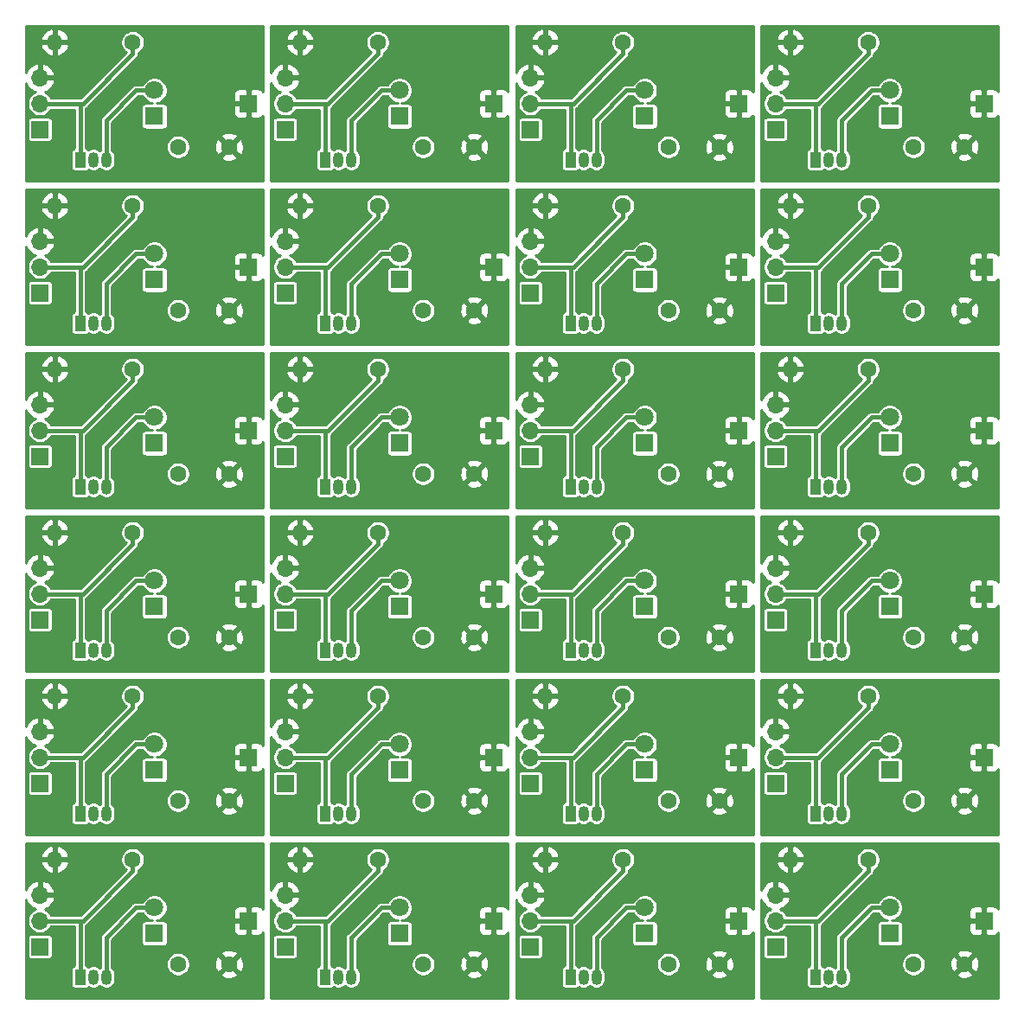
<source format=gbl>
G04 #@! TF.GenerationSoftware,KiCad,Pcbnew,5.1.5-52549c5~84~ubuntu18.04.1*
G04 #@! TF.CreationDate,2020-06-11T05:49:29+09:00*
G04 #@! TF.ProjectId,PulseOximeterTHT_rev3,50756c73-654f-4786-996d-657465725448,rev?*
G04 #@! TF.SameCoordinates,Original*
G04 #@! TF.FileFunction,Copper,L2,Bot*
G04 #@! TF.FilePolarity,Positive*
%FSLAX46Y46*%
G04 Gerber Fmt 4.6, Leading zero omitted, Abs format (unit mm)*
G04 Created by KiCad (PCBNEW 5.1.5-52549c5~84~ubuntu18.04.1) date 2020-06-11 05:49:29*
%MOMM*%
%LPD*%
G04 APERTURE LIST*
%ADD10R,1.050000X1.500000*%
%ADD11O,1.050000X1.500000*%
%ADD12C,1.800000*%
%ADD13R,1.800000X1.800000*%
%ADD14O,1.600000X1.600000*%
%ADD15C,1.600000*%
%ADD16R,1.700000X1.700000*%
%ADD17O,1.700000X1.700000*%
%ADD18C,0.800000*%
%ADD19C,0.400000*%
%ADD20C,0.254000*%
G04 APERTURE END LIST*
D10*
X203729999Y-133500000D03*
D11*
X206269999Y-133500000D03*
X204999999Y-133500000D03*
D10*
X179729999Y-133500000D03*
D11*
X182269999Y-133500000D03*
X180999999Y-133500000D03*
D10*
X155729999Y-133500000D03*
D11*
X158269999Y-133500000D03*
X156999999Y-133500000D03*
D10*
X131729999Y-133500000D03*
D11*
X134269999Y-133500000D03*
X132999999Y-133500000D03*
D10*
X203729999Y-117500000D03*
D11*
X206269999Y-117500000D03*
X204999999Y-117500000D03*
D10*
X179729999Y-117500000D03*
D11*
X182269999Y-117500000D03*
X180999999Y-117500000D03*
D10*
X155729999Y-117500000D03*
D11*
X158269999Y-117500000D03*
X156999999Y-117500000D03*
D10*
X131729999Y-117500000D03*
D11*
X134269999Y-117500000D03*
X132999999Y-117500000D03*
D10*
X203729999Y-101500000D03*
D11*
X206269999Y-101500000D03*
X204999999Y-101500000D03*
D10*
X179729999Y-101500000D03*
D11*
X182269999Y-101500000D03*
X180999999Y-101500000D03*
D10*
X155729999Y-101500000D03*
D11*
X158269999Y-101500000D03*
X156999999Y-101500000D03*
D10*
X131729999Y-101500000D03*
D11*
X134269999Y-101500000D03*
X132999999Y-101500000D03*
D10*
X203729999Y-85500000D03*
D11*
X206269999Y-85500000D03*
X204999999Y-85500000D03*
D10*
X179729999Y-85500000D03*
D11*
X182269999Y-85500000D03*
X180999999Y-85500000D03*
D10*
X155729999Y-85500000D03*
D11*
X158269999Y-85500000D03*
X156999999Y-85500000D03*
D10*
X131729999Y-85500000D03*
D11*
X134269999Y-85500000D03*
X132999999Y-85500000D03*
D10*
X203729999Y-69500000D03*
D11*
X206269999Y-69500000D03*
X204999999Y-69500000D03*
D10*
X179729999Y-69500000D03*
D11*
X182269999Y-69500000D03*
X180999999Y-69500000D03*
D10*
X155729999Y-69500000D03*
D11*
X158269999Y-69500000D03*
X156999999Y-69500000D03*
D10*
X131729999Y-69500000D03*
D11*
X134269999Y-69500000D03*
X132999999Y-69500000D03*
D10*
X203729999Y-53500000D03*
D11*
X206269999Y-53500000D03*
X204999999Y-53500000D03*
D10*
X179729999Y-53500000D03*
D11*
X182269999Y-53500000D03*
X180999999Y-53500000D03*
D10*
X155729999Y-53500000D03*
D11*
X158269999Y-53500000D03*
X156999999Y-53500000D03*
D12*
X211000000Y-126710000D03*
D13*
X211000000Y-129250000D03*
D12*
X187000000Y-126710000D03*
D13*
X187000000Y-129250000D03*
D12*
X163000000Y-126710000D03*
D13*
X163000000Y-129250000D03*
D12*
X139000000Y-126710000D03*
D13*
X139000000Y-129250000D03*
D12*
X211000000Y-110710000D03*
D13*
X211000000Y-113250000D03*
D12*
X187000000Y-110710000D03*
D13*
X187000000Y-113250000D03*
D12*
X163000000Y-110710000D03*
D13*
X163000000Y-113250000D03*
D12*
X139000000Y-110710000D03*
D13*
X139000000Y-113250000D03*
D12*
X211000000Y-94710000D03*
D13*
X211000000Y-97250000D03*
D12*
X187000000Y-94710000D03*
D13*
X187000000Y-97250000D03*
D12*
X163000000Y-94710000D03*
D13*
X163000000Y-97250000D03*
D12*
X139000000Y-94710000D03*
D13*
X139000000Y-97250000D03*
D12*
X211000000Y-78710000D03*
D13*
X211000000Y-81250000D03*
D12*
X187000000Y-78710000D03*
D13*
X187000000Y-81250000D03*
D12*
X163000000Y-78710000D03*
D13*
X163000000Y-81250000D03*
D12*
X139000000Y-78710000D03*
D13*
X139000000Y-81250000D03*
D12*
X211000000Y-62710000D03*
D13*
X211000000Y-65250000D03*
D12*
X187000000Y-62710000D03*
D13*
X187000000Y-65250000D03*
D12*
X163000000Y-62710000D03*
D13*
X163000000Y-65250000D03*
D12*
X139000000Y-62710000D03*
D13*
X139000000Y-65250000D03*
D12*
X211000000Y-46710000D03*
D13*
X211000000Y-49250000D03*
D12*
X187000000Y-46710000D03*
D13*
X187000000Y-49250000D03*
D12*
X163000000Y-46710000D03*
D13*
X163000000Y-49250000D03*
D14*
X201250000Y-122000000D03*
D15*
X208870000Y-122000000D03*
D14*
X177250000Y-122000000D03*
D15*
X184870000Y-122000000D03*
D14*
X153250000Y-122000000D03*
D15*
X160870000Y-122000000D03*
D14*
X129250000Y-122000000D03*
D15*
X136870000Y-122000000D03*
D14*
X201250000Y-106000000D03*
D15*
X208870000Y-106000000D03*
D14*
X177250000Y-106000000D03*
D15*
X184870000Y-106000000D03*
D14*
X153250000Y-106000000D03*
D15*
X160870000Y-106000000D03*
D14*
X129250000Y-106000000D03*
D15*
X136870000Y-106000000D03*
D14*
X201250000Y-90000000D03*
D15*
X208870000Y-90000000D03*
D14*
X177250000Y-90000000D03*
D15*
X184870000Y-90000000D03*
D14*
X153250000Y-90000000D03*
D15*
X160870000Y-90000000D03*
D14*
X129250000Y-90000000D03*
D15*
X136870000Y-90000000D03*
D14*
X201250000Y-74000000D03*
D15*
X208870000Y-74000000D03*
D14*
X177250000Y-74000000D03*
D15*
X184870000Y-74000000D03*
D14*
X153250000Y-74000000D03*
D15*
X160870000Y-74000000D03*
D14*
X129250000Y-74000000D03*
D15*
X136870000Y-74000000D03*
D14*
X201250000Y-58000000D03*
D15*
X208870000Y-58000000D03*
D14*
X177250000Y-58000000D03*
D15*
X184870000Y-58000000D03*
D14*
X153250000Y-58000000D03*
D15*
X160870000Y-58000000D03*
D14*
X129250000Y-58000000D03*
D15*
X136870000Y-58000000D03*
D14*
X201250000Y-42000000D03*
D15*
X208870000Y-42000000D03*
D14*
X177250000Y-42000000D03*
D15*
X184870000Y-42000000D03*
D14*
X153250000Y-42000000D03*
D15*
X160870000Y-42000000D03*
D16*
X220200000Y-128000000D03*
X196200000Y-128000000D03*
X172200000Y-128000000D03*
X148200000Y-128000000D03*
X220200000Y-112000000D03*
X196200000Y-112000000D03*
X172200000Y-112000000D03*
X148200000Y-112000000D03*
X220200000Y-96000000D03*
X196200000Y-96000000D03*
X172200000Y-96000000D03*
X148200000Y-96000000D03*
X220200000Y-80000000D03*
X196200000Y-80000000D03*
X172200000Y-80000000D03*
X148200000Y-80000000D03*
X220200000Y-64000000D03*
X196200000Y-64000000D03*
X172200000Y-64000000D03*
X148200000Y-64000000D03*
X220200000Y-48000000D03*
X196200000Y-48000000D03*
X172200000Y-48000000D03*
X199800000Y-130540000D03*
D17*
X199800000Y-128000000D03*
X199800000Y-125460000D03*
D16*
X175800000Y-130540000D03*
D17*
X175800000Y-128000000D03*
X175800000Y-125460000D03*
D16*
X151800000Y-130540000D03*
D17*
X151800000Y-128000000D03*
X151800000Y-125460000D03*
D16*
X127800000Y-130540000D03*
D17*
X127800000Y-128000000D03*
X127800000Y-125460000D03*
D16*
X199800000Y-114540000D03*
D17*
X199800000Y-112000000D03*
X199800000Y-109460000D03*
D16*
X175800000Y-114540000D03*
D17*
X175800000Y-112000000D03*
X175800000Y-109460000D03*
D16*
X151800000Y-114540000D03*
D17*
X151800000Y-112000000D03*
X151800000Y-109460000D03*
D16*
X127800000Y-114540000D03*
D17*
X127800000Y-112000000D03*
X127800000Y-109460000D03*
D16*
X199800000Y-98540000D03*
D17*
X199800000Y-96000000D03*
X199800000Y-93460000D03*
D16*
X175800000Y-98540000D03*
D17*
X175800000Y-96000000D03*
X175800000Y-93460000D03*
D16*
X151800000Y-98540000D03*
D17*
X151800000Y-96000000D03*
X151800000Y-93460000D03*
D16*
X127800000Y-98540000D03*
D17*
X127800000Y-96000000D03*
X127800000Y-93460000D03*
D16*
X199800000Y-82540000D03*
D17*
X199800000Y-80000000D03*
X199800000Y-77460000D03*
D16*
X175800000Y-82540000D03*
D17*
X175800000Y-80000000D03*
X175800000Y-77460000D03*
D16*
X151800000Y-82540000D03*
D17*
X151800000Y-80000000D03*
X151800000Y-77460000D03*
D16*
X127800000Y-82540000D03*
D17*
X127800000Y-80000000D03*
X127800000Y-77460000D03*
D16*
X199800000Y-66540000D03*
D17*
X199800000Y-64000000D03*
X199800000Y-61460000D03*
D16*
X175800000Y-66540000D03*
D17*
X175800000Y-64000000D03*
X175800000Y-61460000D03*
D16*
X151800000Y-66540000D03*
D17*
X151800000Y-64000000D03*
X151800000Y-61460000D03*
D16*
X127800000Y-66540000D03*
D17*
X127800000Y-64000000D03*
X127800000Y-61460000D03*
D16*
X199800000Y-50540000D03*
D17*
X199800000Y-48000000D03*
X199800000Y-45460000D03*
D16*
X175800000Y-50540000D03*
D17*
X175800000Y-48000000D03*
X175800000Y-45460000D03*
D16*
X151800000Y-50540000D03*
D17*
X151800000Y-48000000D03*
X151800000Y-45460000D03*
D15*
X218318000Y-132244000D03*
X213318000Y-132244000D03*
X194318000Y-132244000D03*
X189318000Y-132244000D03*
X170318000Y-132244000D03*
X165318000Y-132244000D03*
X146318000Y-132244000D03*
X141318000Y-132244000D03*
X218318000Y-116244000D03*
X213318000Y-116244000D03*
X194318000Y-116244000D03*
X189318000Y-116244000D03*
X170318000Y-116244000D03*
X165318000Y-116244000D03*
X146318000Y-116244000D03*
X141318000Y-116244000D03*
X218318000Y-100244000D03*
X213318000Y-100244000D03*
X194318000Y-100244000D03*
X189318000Y-100244000D03*
X170318000Y-100244000D03*
X165318000Y-100244000D03*
X146318000Y-100244000D03*
X141318000Y-100244000D03*
X218318000Y-84244000D03*
X213318000Y-84244000D03*
X194318000Y-84244000D03*
X189318000Y-84244000D03*
X170318000Y-84244000D03*
X165318000Y-84244000D03*
X146318000Y-84244000D03*
X141318000Y-84244000D03*
X218318000Y-68244000D03*
X213318000Y-68244000D03*
X194318000Y-68244000D03*
X189318000Y-68244000D03*
X170318000Y-68244000D03*
X165318000Y-68244000D03*
X146318000Y-68244000D03*
X141318000Y-68244000D03*
X218318000Y-52244000D03*
X213318000Y-52244000D03*
X194318000Y-52244000D03*
X189318000Y-52244000D03*
X170318000Y-52244000D03*
X165318000Y-52244000D03*
X141318000Y-52244000D03*
X146318000Y-52244000D03*
D17*
X127800000Y-45460000D03*
X127800000Y-48000000D03*
D16*
X127800000Y-50540000D03*
X148200000Y-48000000D03*
D15*
X136870000Y-42000000D03*
D14*
X129250000Y-42000000D03*
D13*
X139000000Y-49250000D03*
D12*
X139000000Y-46710000D03*
D11*
X132999999Y-53500000D03*
X134269999Y-53500000D03*
D10*
X131729999Y-53500000D03*
D18*
X127475000Y-41195000D03*
X148430000Y-45005000D03*
X132905000Y-48875000D03*
X141905000Y-41375000D03*
X134905000Y-41875000D03*
X131405000Y-41875000D03*
X130405000Y-49375000D03*
X130405000Y-46875000D03*
X130405000Y-51875000D03*
X134405000Y-47375000D03*
X137405000Y-52875000D03*
X143905000Y-49875000D03*
X145405000Y-45875000D03*
X141905000Y-45875000D03*
X132905000Y-45375000D03*
X127405000Y-54375000D03*
X148405000Y-54375000D03*
X148405000Y-41375000D03*
X172405000Y-41375000D03*
X196405000Y-41375000D03*
X220405000Y-41375000D03*
X148405000Y-57375000D03*
X172405000Y-57375000D03*
X196405000Y-57375000D03*
X220405000Y-57375000D03*
X148405000Y-73375000D03*
X172405000Y-73375000D03*
X196405000Y-73375000D03*
X220405000Y-73375000D03*
X148405000Y-89375000D03*
X172405000Y-89375000D03*
X196405000Y-89375000D03*
X220405000Y-89375000D03*
X148405000Y-105375000D03*
X172405000Y-105375000D03*
X196405000Y-105375000D03*
X220405000Y-105375000D03*
X148405000Y-121375000D03*
X172405000Y-121375000D03*
X196405000Y-121375000D03*
X220405000Y-121375000D03*
X172405000Y-54375000D03*
X196405000Y-54375000D03*
X220405000Y-54375000D03*
X148405000Y-70375000D03*
X172405000Y-70375000D03*
X196405000Y-70375000D03*
X220405000Y-70375000D03*
X148405000Y-86375000D03*
X172405000Y-86375000D03*
X196405000Y-86375000D03*
X220405000Y-86375000D03*
X148405000Y-102375000D03*
X172405000Y-102375000D03*
X196405000Y-102375000D03*
X220405000Y-102375000D03*
X148405000Y-118375000D03*
X172405000Y-118375000D03*
X196405000Y-118375000D03*
X220405000Y-118375000D03*
X148405000Y-134375000D03*
X172405000Y-134375000D03*
X196405000Y-134375000D03*
X220405000Y-134375000D03*
X151405000Y-54375000D03*
X175405000Y-54375000D03*
X199405000Y-54375000D03*
X127405000Y-70375000D03*
X151405000Y-70375000D03*
X175405000Y-70375000D03*
X199405000Y-70375000D03*
X127405000Y-86375000D03*
X151405000Y-86375000D03*
X175405000Y-86375000D03*
X199405000Y-86375000D03*
X127405000Y-102375000D03*
X151405000Y-102375000D03*
X175405000Y-102375000D03*
X199405000Y-102375000D03*
X127405000Y-118375000D03*
X151405000Y-118375000D03*
X175405000Y-118375000D03*
X199405000Y-118375000D03*
X127405000Y-134375000D03*
X151405000Y-134375000D03*
X175405000Y-134375000D03*
X199405000Y-134375000D03*
X156905000Y-45375000D03*
X180905000Y-45375000D03*
X204905000Y-45375000D03*
X132905000Y-61375000D03*
X156905000Y-61375000D03*
X180905000Y-61375000D03*
X204905000Y-61375000D03*
X132905000Y-77375000D03*
X156905000Y-77375000D03*
X180905000Y-77375000D03*
X204905000Y-77375000D03*
X132905000Y-93375000D03*
X156905000Y-93375000D03*
X180905000Y-93375000D03*
X204905000Y-93375000D03*
X132905000Y-109375000D03*
X156905000Y-109375000D03*
X180905000Y-109375000D03*
X204905000Y-109375000D03*
X132905000Y-125375000D03*
X156905000Y-125375000D03*
X180905000Y-125375000D03*
X204905000Y-125375000D03*
X165905000Y-45875000D03*
X189905000Y-45875000D03*
X213905000Y-45875000D03*
X141905000Y-61875000D03*
X165905000Y-61875000D03*
X189905000Y-61875000D03*
X213905000Y-61875000D03*
X141905000Y-77875000D03*
X165905000Y-77875000D03*
X189905000Y-77875000D03*
X213905000Y-77875000D03*
X141905000Y-93875000D03*
X165905000Y-93875000D03*
X189905000Y-93875000D03*
X213905000Y-93875000D03*
X141905000Y-109875000D03*
X165905000Y-109875000D03*
X189905000Y-109875000D03*
X213905000Y-109875000D03*
X141905000Y-125875000D03*
X165905000Y-125875000D03*
X189905000Y-125875000D03*
X213905000Y-125875000D03*
X169405000Y-45875000D03*
X193405000Y-45875000D03*
X217405000Y-45875000D03*
X145405000Y-61875000D03*
X169405000Y-61875000D03*
X193405000Y-61875000D03*
X217405000Y-61875000D03*
X145405000Y-77875000D03*
X169405000Y-77875000D03*
X193405000Y-77875000D03*
X217405000Y-77875000D03*
X145405000Y-93875000D03*
X169405000Y-93875000D03*
X193405000Y-93875000D03*
X217405000Y-93875000D03*
X145405000Y-109875000D03*
X169405000Y-109875000D03*
X193405000Y-109875000D03*
X217405000Y-109875000D03*
X145405000Y-125875000D03*
X169405000Y-125875000D03*
X193405000Y-125875000D03*
X217405000Y-125875000D03*
X167905000Y-49875000D03*
X191905000Y-49875000D03*
X215905000Y-49875000D03*
X143905000Y-65875000D03*
X167905000Y-65875000D03*
X191905000Y-65875000D03*
X215905000Y-65875000D03*
X143905000Y-81875000D03*
X167905000Y-81875000D03*
X191905000Y-81875000D03*
X215905000Y-81875000D03*
X143905000Y-97875000D03*
X167905000Y-97875000D03*
X191905000Y-97875000D03*
X215905000Y-97875000D03*
X143905000Y-113875000D03*
X167905000Y-113875000D03*
X191905000Y-113875000D03*
X215905000Y-113875000D03*
X143905000Y-129875000D03*
X167905000Y-129875000D03*
X191905000Y-129875000D03*
X215905000Y-129875000D03*
X161405000Y-52875000D03*
X185405000Y-52875000D03*
X209405000Y-52875000D03*
X137405000Y-68875000D03*
X161405000Y-68875000D03*
X185405000Y-68875000D03*
X209405000Y-68875000D03*
X137405000Y-84875000D03*
X161405000Y-84875000D03*
X185405000Y-84875000D03*
X209405000Y-84875000D03*
X137405000Y-100875000D03*
X161405000Y-100875000D03*
X185405000Y-100875000D03*
X209405000Y-100875000D03*
X137405000Y-116875000D03*
X161405000Y-116875000D03*
X185405000Y-116875000D03*
X209405000Y-116875000D03*
X137405000Y-132875000D03*
X161405000Y-132875000D03*
X185405000Y-132875000D03*
X209405000Y-132875000D03*
X158405000Y-47375000D03*
X182405000Y-47375000D03*
X206405000Y-47375000D03*
X134405000Y-63375000D03*
X158405000Y-63375000D03*
X182405000Y-63375000D03*
X206405000Y-63375000D03*
X134405000Y-79375000D03*
X158405000Y-79375000D03*
X182405000Y-79375000D03*
X206405000Y-79375000D03*
X134405000Y-95375000D03*
X158405000Y-95375000D03*
X182405000Y-95375000D03*
X206405000Y-95375000D03*
X134405000Y-111375000D03*
X158405000Y-111375000D03*
X182405000Y-111375000D03*
X206405000Y-111375000D03*
X134405000Y-127375000D03*
X158405000Y-127375000D03*
X182405000Y-127375000D03*
X206405000Y-127375000D03*
X154405000Y-51875000D03*
X178405000Y-51875000D03*
X202405000Y-51875000D03*
X130405000Y-67875000D03*
X154405000Y-67875000D03*
X178405000Y-67875000D03*
X202405000Y-67875000D03*
X130405000Y-83875000D03*
X154405000Y-83875000D03*
X178405000Y-83875000D03*
X202405000Y-83875000D03*
X130405000Y-99875000D03*
X154405000Y-99875000D03*
X178405000Y-99875000D03*
X202405000Y-99875000D03*
X130405000Y-115875000D03*
X154405000Y-115875000D03*
X178405000Y-115875000D03*
X202405000Y-115875000D03*
X130405000Y-131875000D03*
X154405000Y-131875000D03*
X178405000Y-131875000D03*
X202405000Y-131875000D03*
X154405000Y-46875000D03*
X178405000Y-46875000D03*
X202405000Y-46875000D03*
X130405000Y-62875000D03*
X154405000Y-62875000D03*
X178405000Y-62875000D03*
X202405000Y-62875000D03*
X130405000Y-78875000D03*
X154405000Y-78875000D03*
X178405000Y-78875000D03*
X202405000Y-78875000D03*
X130405000Y-94875000D03*
X154405000Y-94875000D03*
X178405000Y-94875000D03*
X202405000Y-94875000D03*
X130405000Y-110875000D03*
X154405000Y-110875000D03*
X178405000Y-110875000D03*
X202405000Y-110875000D03*
X130405000Y-126875000D03*
X154405000Y-126875000D03*
X178405000Y-126875000D03*
X202405000Y-126875000D03*
X154405000Y-49375000D03*
X178405000Y-49375000D03*
X202405000Y-49375000D03*
X130405000Y-65375000D03*
X154405000Y-65375000D03*
X178405000Y-65375000D03*
X202405000Y-65375000D03*
X130405000Y-81375000D03*
X154405000Y-81375000D03*
X178405000Y-81375000D03*
X202405000Y-81375000D03*
X130405000Y-97375000D03*
X154405000Y-97375000D03*
X178405000Y-97375000D03*
X202405000Y-97375000D03*
X130405000Y-113375000D03*
X154405000Y-113375000D03*
X178405000Y-113375000D03*
X202405000Y-113375000D03*
X130405000Y-129375000D03*
X154405000Y-129375000D03*
X178405000Y-129375000D03*
X202405000Y-129375000D03*
X155405000Y-41875000D03*
X179405000Y-41875000D03*
X203405000Y-41875000D03*
X131405000Y-57875000D03*
X155405000Y-57875000D03*
X179405000Y-57875000D03*
X203405000Y-57875000D03*
X131405000Y-73875000D03*
X155405000Y-73875000D03*
X179405000Y-73875000D03*
X203405000Y-73875000D03*
X131405000Y-89875000D03*
X155405000Y-89875000D03*
X179405000Y-89875000D03*
X203405000Y-89875000D03*
X131405000Y-105875000D03*
X155405000Y-105875000D03*
X179405000Y-105875000D03*
X203405000Y-105875000D03*
X131405000Y-121875000D03*
X155405000Y-121875000D03*
X179405000Y-121875000D03*
X203405000Y-121875000D03*
X158905000Y-41875000D03*
X182905000Y-41875000D03*
X206905000Y-41875000D03*
X134905000Y-57875000D03*
X158905000Y-57875000D03*
X182905000Y-57875000D03*
X206905000Y-57875000D03*
X134905000Y-73875000D03*
X158905000Y-73875000D03*
X182905000Y-73875000D03*
X206905000Y-73875000D03*
X134905000Y-89875000D03*
X158905000Y-89875000D03*
X182905000Y-89875000D03*
X206905000Y-89875000D03*
X134905000Y-105875000D03*
X158905000Y-105875000D03*
X182905000Y-105875000D03*
X206905000Y-105875000D03*
X134905000Y-121875000D03*
X158905000Y-121875000D03*
X182905000Y-121875000D03*
X206905000Y-121875000D03*
X165905000Y-41375000D03*
X189905000Y-41375000D03*
X213905000Y-41375000D03*
X141905000Y-57375000D03*
X165905000Y-57375000D03*
X189905000Y-57375000D03*
X213905000Y-57375000D03*
X141905000Y-73375000D03*
X165905000Y-73375000D03*
X189905000Y-73375000D03*
X213905000Y-73375000D03*
X141905000Y-89375000D03*
X165905000Y-89375000D03*
X189905000Y-89375000D03*
X213905000Y-89375000D03*
X141905000Y-105375000D03*
X165905000Y-105375000D03*
X189905000Y-105375000D03*
X213905000Y-105375000D03*
X141905000Y-121375000D03*
X165905000Y-121375000D03*
X189905000Y-121375000D03*
X213905000Y-121375000D03*
X156905000Y-48875000D03*
X180905000Y-48875000D03*
X204905000Y-48875000D03*
X132905000Y-64875000D03*
X156905000Y-64875000D03*
X180905000Y-64875000D03*
X204905000Y-64875000D03*
X132905000Y-80875000D03*
X156905000Y-80875000D03*
X180905000Y-80875000D03*
X204905000Y-80875000D03*
X132905000Y-96875000D03*
X156905000Y-96875000D03*
X180905000Y-96875000D03*
X204905000Y-96875000D03*
X132905000Y-112875000D03*
X156905000Y-112875000D03*
X180905000Y-112875000D03*
X204905000Y-112875000D03*
X132905000Y-128875000D03*
X156905000Y-128875000D03*
X180905000Y-128875000D03*
X204905000Y-128875000D03*
X172430000Y-45005000D03*
X196430000Y-45005000D03*
X220430000Y-45005000D03*
X148430000Y-61005000D03*
X172430000Y-61005000D03*
X196430000Y-61005000D03*
X220430000Y-61005000D03*
X148430000Y-77005000D03*
X172430000Y-77005000D03*
X196430000Y-77005000D03*
X220430000Y-77005000D03*
X148430000Y-93005000D03*
X172430000Y-93005000D03*
X196430000Y-93005000D03*
X220430000Y-93005000D03*
X148430000Y-109005000D03*
X172430000Y-109005000D03*
X196430000Y-109005000D03*
X220430000Y-109005000D03*
X148430000Y-125005000D03*
X172430000Y-125005000D03*
X196430000Y-125005000D03*
X220430000Y-125005000D03*
X151475000Y-41195000D03*
X175475000Y-41195000D03*
X199475000Y-41195000D03*
X127475000Y-57195000D03*
X151475000Y-57195000D03*
X175475000Y-57195000D03*
X199475000Y-57195000D03*
X127475000Y-73195000D03*
X151475000Y-73195000D03*
X175475000Y-73195000D03*
X199475000Y-73195000D03*
X127475000Y-89195000D03*
X151475000Y-89195000D03*
X175475000Y-89195000D03*
X199475000Y-89195000D03*
X127475000Y-105195000D03*
X151475000Y-105195000D03*
X175475000Y-105195000D03*
X199475000Y-105195000D03*
X127475000Y-121195000D03*
X151475000Y-121195000D03*
X175475000Y-121195000D03*
X199475000Y-121195000D03*
D19*
X131600000Y-48000000D02*
X129002081Y-48000000D01*
X132001370Y-48000000D02*
X131600000Y-48000000D01*
X131729999Y-53500000D02*
X131729999Y-48129999D01*
X131729999Y-48129999D02*
X131600000Y-48000000D01*
X136870000Y-42000000D02*
X136870000Y-43131370D01*
X136870000Y-43131370D02*
X132001370Y-48000000D01*
X129002081Y-48000000D02*
X127800000Y-48000000D01*
X153002081Y-48000000D02*
X151800000Y-48000000D01*
X177002081Y-48000000D02*
X175800000Y-48000000D01*
X201002081Y-48000000D02*
X199800000Y-48000000D01*
X129002081Y-64000000D02*
X127800000Y-64000000D01*
X153002081Y-64000000D02*
X151800000Y-64000000D01*
X177002081Y-64000000D02*
X175800000Y-64000000D01*
X201002081Y-64000000D02*
X199800000Y-64000000D01*
X129002081Y-80000000D02*
X127800000Y-80000000D01*
X153002081Y-80000000D02*
X151800000Y-80000000D01*
X177002081Y-80000000D02*
X175800000Y-80000000D01*
X201002081Y-80000000D02*
X199800000Y-80000000D01*
X129002081Y-96000000D02*
X127800000Y-96000000D01*
X153002081Y-96000000D02*
X151800000Y-96000000D01*
X177002081Y-96000000D02*
X175800000Y-96000000D01*
X201002081Y-96000000D02*
X199800000Y-96000000D01*
X129002081Y-112000000D02*
X127800000Y-112000000D01*
X153002081Y-112000000D02*
X151800000Y-112000000D01*
X177002081Y-112000000D02*
X175800000Y-112000000D01*
X201002081Y-112000000D02*
X199800000Y-112000000D01*
X129002081Y-128000000D02*
X127800000Y-128000000D01*
X153002081Y-128000000D02*
X151800000Y-128000000D01*
X177002081Y-128000000D02*
X175800000Y-128000000D01*
X201002081Y-128000000D02*
X199800000Y-128000000D01*
X160870000Y-43131370D02*
X156001370Y-48000000D01*
X184870000Y-43131370D02*
X180001370Y-48000000D01*
X208870000Y-43131370D02*
X204001370Y-48000000D01*
X136870000Y-59131370D02*
X132001370Y-64000000D01*
X160870000Y-59131370D02*
X156001370Y-64000000D01*
X184870000Y-59131370D02*
X180001370Y-64000000D01*
X208870000Y-59131370D02*
X204001370Y-64000000D01*
X136870000Y-75131370D02*
X132001370Y-80000000D01*
X160870000Y-75131370D02*
X156001370Y-80000000D01*
X184870000Y-75131370D02*
X180001370Y-80000000D01*
X208870000Y-75131370D02*
X204001370Y-80000000D01*
X136870000Y-91131370D02*
X132001370Y-96000000D01*
X160870000Y-91131370D02*
X156001370Y-96000000D01*
X184870000Y-91131370D02*
X180001370Y-96000000D01*
X208870000Y-91131370D02*
X204001370Y-96000000D01*
X136870000Y-107131370D02*
X132001370Y-112000000D01*
X160870000Y-107131370D02*
X156001370Y-112000000D01*
X184870000Y-107131370D02*
X180001370Y-112000000D01*
X208870000Y-107131370D02*
X204001370Y-112000000D01*
X136870000Y-123131370D02*
X132001370Y-128000000D01*
X160870000Y-123131370D02*
X156001370Y-128000000D01*
X184870000Y-123131370D02*
X180001370Y-128000000D01*
X208870000Y-123131370D02*
X204001370Y-128000000D01*
X160870000Y-42000000D02*
X160870000Y-43131370D01*
X184870000Y-42000000D02*
X184870000Y-43131370D01*
X208870000Y-42000000D02*
X208870000Y-43131370D01*
X136870000Y-58000000D02*
X136870000Y-59131370D01*
X160870000Y-58000000D02*
X160870000Y-59131370D01*
X184870000Y-58000000D02*
X184870000Y-59131370D01*
X208870000Y-58000000D02*
X208870000Y-59131370D01*
X136870000Y-74000000D02*
X136870000Y-75131370D01*
X160870000Y-74000000D02*
X160870000Y-75131370D01*
X184870000Y-74000000D02*
X184870000Y-75131370D01*
X208870000Y-74000000D02*
X208870000Y-75131370D01*
X136870000Y-90000000D02*
X136870000Y-91131370D01*
X160870000Y-90000000D02*
X160870000Y-91131370D01*
X184870000Y-90000000D02*
X184870000Y-91131370D01*
X208870000Y-90000000D02*
X208870000Y-91131370D01*
X136870000Y-106000000D02*
X136870000Y-107131370D01*
X160870000Y-106000000D02*
X160870000Y-107131370D01*
X184870000Y-106000000D02*
X184870000Y-107131370D01*
X208870000Y-106000000D02*
X208870000Y-107131370D01*
X136870000Y-122000000D02*
X136870000Y-123131370D01*
X160870000Y-122000000D02*
X160870000Y-123131370D01*
X184870000Y-122000000D02*
X184870000Y-123131370D01*
X208870000Y-122000000D02*
X208870000Y-123131370D01*
X155729999Y-48129999D02*
X155600000Y-48000000D01*
X179729999Y-48129999D02*
X179600000Y-48000000D01*
X203729999Y-48129999D02*
X203600000Y-48000000D01*
X131729999Y-64129999D02*
X131600000Y-64000000D01*
X155729999Y-64129999D02*
X155600000Y-64000000D01*
X179729999Y-64129999D02*
X179600000Y-64000000D01*
X203729999Y-64129999D02*
X203600000Y-64000000D01*
X131729999Y-80129999D02*
X131600000Y-80000000D01*
X155729999Y-80129999D02*
X155600000Y-80000000D01*
X179729999Y-80129999D02*
X179600000Y-80000000D01*
X203729999Y-80129999D02*
X203600000Y-80000000D01*
X131729999Y-96129999D02*
X131600000Y-96000000D01*
X155729999Y-96129999D02*
X155600000Y-96000000D01*
X179729999Y-96129999D02*
X179600000Y-96000000D01*
X203729999Y-96129999D02*
X203600000Y-96000000D01*
X131729999Y-112129999D02*
X131600000Y-112000000D01*
X155729999Y-112129999D02*
X155600000Y-112000000D01*
X179729999Y-112129999D02*
X179600000Y-112000000D01*
X203729999Y-112129999D02*
X203600000Y-112000000D01*
X131729999Y-128129999D02*
X131600000Y-128000000D01*
X155729999Y-128129999D02*
X155600000Y-128000000D01*
X179729999Y-128129999D02*
X179600000Y-128000000D01*
X203729999Y-128129999D02*
X203600000Y-128000000D01*
X155729999Y-53500000D02*
X155729999Y-48129999D01*
X179729999Y-53500000D02*
X179729999Y-48129999D01*
X203729999Y-53500000D02*
X203729999Y-48129999D01*
X131729999Y-69500000D02*
X131729999Y-64129999D01*
X155729999Y-69500000D02*
X155729999Y-64129999D01*
X179729999Y-69500000D02*
X179729999Y-64129999D01*
X203729999Y-69500000D02*
X203729999Y-64129999D01*
X131729999Y-85500000D02*
X131729999Y-80129999D01*
X155729999Y-85500000D02*
X155729999Y-80129999D01*
X179729999Y-85500000D02*
X179729999Y-80129999D01*
X203729999Y-85500000D02*
X203729999Y-80129999D01*
X131729999Y-101500000D02*
X131729999Y-96129999D01*
X155729999Y-101500000D02*
X155729999Y-96129999D01*
X179729999Y-101500000D02*
X179729999Y-96129999D01*
X203729999Y-101500000D02*
X203729999Y-96129999D01*
X131729999Y-117500000D02*
X131729999Y-112129999D01*
X155729999Y-117500000D02*
X155729999Y-112129999D01*
X179729999Y-117500000D02*
X179729999Y-112129999D01*
X203729999Y-117500000D02*
X203729999Y-112129999D01*
X131729999Y-133500000D02*
X131729999Y-128129999D01*
X155729999Y-133500000D02*
X155729999Y-128129999D01*
X179729999Y-133500000D02*
X179729999Y-128129999D01*
X203729999Y-133500000D02*
X203729999Y-128129999D01*
X156001370Y-48000000D02*
X155600000Y-48000000D01*
X180001370Y-48000000D02*
X179600000Y-48000000D01*
X204001370Y-48000000D02*
X203600000Y-48000000D01*
X132001370Y-64000000D02*
X131600000Y-64000000D01*
X156001370Y-64000000D02*
X155600000Y-64000000D01*
X180001370Y-64000000D02*
X179600000Y-64000000D01*
X204001370Y-64000000D02*
X203600000Y-64000000D01*
X132001370Y-80000000D02*
X131600000Y-80000000D01*
X156001370Y-80000000D02*
X155600000Y-80000000D01*
X180001370Y-80000000D02*
X179600000Y-80000000D01*
X204001370Y-80000000D02*
X203600000Y-80000000D01*
X132001370Y-96000000D02*
X131600000Y-96000000D01*
X156001370Y-96000000D02*
X155600000Y-96000000D01*
X180001370Y-96000000D02*
X179600000Y-96000000D01*
X204001370Y-96000000D02*
X203600000Y-96000000D01*
X132001370Y-112000000D02*
X131600000Y-112000000D01*
X156001370Y-112000000D02*
X155600000Y-112000000D01*
X180001370Y-112000000D02*
X179600000Y-112000000D01*
X204001370Y-112000000D02*
X203600000Y-112000000D01*
X132001370Y-128000000D02*
X131600000Y-128000000D01*
X156001370Y-128000000D02*
X155600000Y-128000000D01*
X180001370Y-128000000D02*
X179600000Y-128000000D01*
X204001370Y-128000000D02*
X203600000Y-128000000D01*
X155600000Y-48000000D02*
X153002081Y-48000000D01*
X179600000Y-48000000D02*
X177002081Y-48000000D01*
X203600000Y-48000000D02*
X201002081Y-48000000D01*
X131600000Y-64000000D02*
X129002081Y-64000000D01*
X155600000Y-64000000D02*
X153002081Y-64000000D01*
X179600000Y-64000000D02*
X177002081Y-64000000D01*
X203600000Y-64000000D02*
X201002081Y-64000000D01*
X131600000Y-80000000D02*
X129002081Y-80000000D01*
X155600000Y-80000000D02*
X153002081Y-80000000D01*
X179600000Y-80000000D02*
X177002081Y-80000000D01*
X203600000Y-80000000D02*
X201002081Y-80000000D01*
X131600000Y-96000000D02*
X129002081Y-96000000D01*
X155600000Y-96000000D02*
X153002081Y-96000000D01*
X179600000Y-96000000D02*
X177002081Y-96000000D01*
X203600000Y-96000000D02*
X201002081Y-96000000D01*
X131600000Y-112000000D02*
X129002081Y-112000000D01*
X155600000Y-112000000D02*
X153002081Y-112000000D01*
X179600000Y-112000000D02*
X177002081Y-112000000D01*
X203600000Y-112000000D02*
X201002081Y-112000000D01*
X131600000Y-128000000D02*
X129002081Y-128000000D01*
X155600000Y-128000000D02*
X153002081Y-128000000D01*
X179600000Y-128000000D02*
X177002081Y-128000000D01*
X203600000Y-128000000D02*
X201002081Y-128000000D01*
X137190000Y-46710000D02*
X134269999Y-49630001D01*
X134269999Y-49630001D02*
X134269999Y-53500000D01*
X139000000Y-46710000D02*
X137190000Y-46710000D01*
X163000000Y-46710000D02*
X161190000Y-46710000D01*
X187000000Y-46710000D02*
X185190000Y-46710000D01*
X211000000Y-46710000D02*
X209190000Y-46710000D01*
X139000000Y-62710000D02*
X137190000Y-62710000D01*
X163000000Y-62710000D02*
X161190000Y-62710000D01*
X187000000Y-62710000D02*
X185190000Y-62710000D01*
X211000000Y-62710000D02*
X209190000Y-62710000D01*
X139000000Y-78710000D02*
X137190000Y-78710000D01*
X163000000Y-78710000D02*
X161190000Y-78710000D01*
X187000000Y-78710000D02*
X185190000Y-78710000D01*
X211000000Y-78710000D02*
X209190000Y-78710000D01*
X139000000Y-94710000D02*
X137190000Y-94710000D01*
X163000000Y-94710000D02*
X161190000Y-94710000D01*
X187000000Y-94710000D02*
X185190000Y-94710000D01*
X211000000Y-94710000D02*
X209190000Y-94710000D01*
X139000000Y-110710000D02*
X137190000Y-110710000D01*
X163000000Y-110710000D02*
X161190000Y-110710000D01*
X187000000Y-110710000D02*
X185190000Y-110710000D01*
X211000000Y-110710000D02*
X209190000Y-110710000D01*
X139000000Y-126710000D02*
X137190000Y-126710000D01*
X163000000Y-126710000D02*
X161190000Y-126710000D01*
X187000000Y-126710000D02*
X185190000Y-126710000D01*
X211000000Y-126710000D02*
X209190000Y-126710000D01*
X158269999Y-49630001D02*
X158269999Y-53500000D01*
X182269999Y-49630001D02*
X182269999Y-53500000D01*
X206269999Y-49630001D02*
X206269999Y-53500000D01*
X134269999Y-65630001D02*
X134269999Y-69500000D01*
X158269999Y-65630001D02*
X158269999Y-69500000D01*
X182269999Y-65630001D02*
X182269999Y-69500000D01*
X206269999Y-65630001D02*
X206269999Y-69500000D01*
X134269999Y-81630001D02*
X134269999Y-85500000D01*
X158269999Y-81630001D02*
X158269999Y-85500000D01*
X182269999Y-81630001D02*
X182269999Y-85500000D01*
X206269999Y-81630001D02*
X206269999Y-85500000D01*
X134269999Y-97630001D02*
X134269999Y-101500000D01*
X158269999Y-97630001D02*
X158269999Y-101500000D01*
X182269999Y-97630001D02*
X182269999Y-101500000D01*
X206269999Y-97630001D02*
X206269999Y-101500000D01*
X134269999Y-113630001D02*
X134269999Y-117500000D01*
X158269999Y-113630001D02*
X158269999Y-117500000D01*
X182269999Y-113630001D02*
X182269999Y-117500000D01*
X206269999Y-113630001D02*
X206269999Y-117500000D01*
X134269999Y-129630001D02*
X134269999Y-133500000D01*
X158269999Y-129630001D02*
X158269999Y-133500000D01*
X182269999Y-129630001D02*
X182269999Y-133500000D01*
X206269999Y-129630001D02*
X206269999Y-133500000D01*
X161190000Y-46710000D02*
X158269999Y-49630001D01*
X185190000Y-46710000D02*
X182269999Y-49630001D01*
X209190000Y-46710000D02*
X206269999Y-49630001D01*
X137190000Y-62710000D02*
X134269999Y-65630001D01*
X161190000Y-62710000D02*
X158269999Y-65630001D01*
X185190000Y-62710000D02*
X182269999Y-65630001D01*
X209190000Y-62710000D02*
X206269999Y-65630001D01*
X137190000Y-78710000D02*
X134269999Y-81630001D01*
X161190000Y-78710000D02*
X158269999Y-81630001D01*
X185190000Y-78710000D02*
X182269999Y-81630001D01*
X209190000Y-78710000D02*
X206269999Y-81630001D01*
X137190000Y-94710000D02*
X134269999Y-97630001D01*
X161190000Y-94710000D02*
X158269999Y-97630001D01*
X185190000Y-94710000D02*
X182269999Y-97630001D01*
X209190000Y-94710000D02*
X206269999Y-97630001D01*
X137190000Y-110710000D02*
X134269999Y-113630001D01*
X161190000Y-110710000D02*
X158269999Y-113630001D01*
X185190000Y-110710000D02*
X182269999Y-113630001D01*
X209190000Y-110710000D02*
X206269999Y-113630001D01*
X137190000Y-126710000D02*
X134269999Y-129630001D01*
X161190000Y-126710000D02*
X158269999Y-129630001D01*
X185190000Y-126710000D02*
X182269999Y-129630001D01*
X209190000Y-126710000D02*
X206269999Y-129630001D01*
D20*
G36*
X149598001Y-46828178D02*
G01*
X149580537Y-46795506D01*
X149501185Y-46698815D01*
X149404494Y-46619463D01*
X149294180Y-46560498D01*
X149174482Y-46524188D01*
X149050000Y-46511928D01*
X148485750Y-46515000D01*
X148327000Y-46673750D01*
X148327000Y-47873000D01*
X148347000Y-47873000D01*
X148347000Y-48127000D01*
X148327000Y-48127000D01*
X148327000Y-49326250D01*
X148485750Y-49485000D01*
X149050000Y-49488072D01*
X149174482Y-49475812D01*
X149294180Y-49439502D01*
X149404494Y-49380537D01*
X149501185Y-49301185D01*
X149580537Y-49204494D01*
X149598000Y-49171823D01*
X149598000Y-55598000D01*
X126402000Y-55598000D01*
X126402000Y-49690000D01*
X126571176Y-49690000D01*
X126571176Y-51390000D01*
X126578455Y-51463905D01*
X126600012Y-51534970D01*
X126635019Y-51600463D01*
X126682131Y-51657869D01*
X126739537Y-51704981D01*
X126805030Y-51739988D01*
X126876095Y-51761545D01*
X126950000Y-51768824D01*
X128650000Y-51768824D01*
X128723905Y-51761545D01*
X128794970Y-51739988D01*
X128860463Y-51704981D01*
X128917869Y-51657869D01*
X128964981Y-51600463D01*
X128999988Y-51534970D01*
X129021545Y-51463905D01*
X129028824Y-51390000D01*
X129028824Y-49690000D01*
X129021545Y-49616095D01*
X128999988Y-49545030D01*
X128964981Y-49479537D01*
X128917869Y-49422131D01*
X128860463Y-49375019D01*
X128794970Y-49340012D01*
X128723905Y-49318455D01*
X128650000Y-49311176D01*
X126950000Y-49311176D01*
X126876095Y-49318455D01*
X126805030Y-49340012D01*
X126739537Y-49375019D01*
X126682131Y-49422131D01*
X126635019Y-49479537D01*
X126600012Y-49545030D01*
X126578455Y-49616095D01*
X126571176Y-49690000D01*
X126402000Y-49690000D01*
X126402000Y-45960225D01*
X126403175Y-45964099D01*
X126528359Y-46226920D01*
X126702412Y-46460269D01*
X126918645Y-46655178D01*
X127168748Y-46804157D01*
X127336798Y-46863769D01*
X127218798Y-46912647D01*
X127017833Y-47046927D01*
X126846927Y-47217833D01*
X126712647Y-47418798D01*
X126620153Y-47642097D01*
X126573000Y-47879151D01*
X126573000Y-48120849D01*
X126620153Y-48357903D01*
X126712647Y-48581202D01*
X126846927Y-48782167D01*
X127017833Y-48953073D01*
X127218798Y-49087353D01*
X127442097Y-49179847D01*
X127679151Y-49227000D01*
X127920849Y-49227000D01*
X128157903Y-49179847D01*
X128381202Y-49087353D01*
X128582167Y-48953073D01*
X128753073Y-48782167D01*
X128887353Y-48581202D01*
X128889094Y-48577000D01*
X131153000Y-48577000D01*
X131152999Y-52376298D01*
X131131094Y-52378455D01*
X131060029Y-52400012D01*
X130994536Y-52435019D01*
X130937130Y-52482131D01*
X130890018Y-52539537D01*
X130855011Y-52605030D01*
X130833454Y-52676095D01*
X130826175Y-52750000D01*
X130826175Y-54250000D01*
X130833454Y-54323905D01*
X130855011Y-54394970D01*
X130890018Y-54460463D01*
X130937130Y-54517869D01*
X130994536Y-54564981D01*
X131060029Y-54599988D01*
X131131094Y-54621545D01*
X131204999Y-54628824D01*
X132254999Y-54628824D01*
X132328904Y-54621545D01*
X132399969Y-54599988D01*
X132465462Y-54564981D01*
X132522868Y-54517869D01*
X132537206Y-54500398D01*
X132653150Y-54562371D01*
X132823177Y-54613948D01*
X132999999Y-54631364D01*
X133176822Y-54613948D01*
X133346849Y-54562371D01*
X133503548Y-54478614D01*
X133635000Y-54370734D01*
X133766451Y-54478614D01*
X133923150Y-54562371D01*
X134093177Y-54613948D01*
X134269999Y-54631364D01*
X134446822Y-54613948D01*
X134616849Y-54562371D01*
X134773548Y-54478614D01*
X134910895Y-54365896D01*
X135023613Y-54228549D01*
X135107370Y-54071850D01*
X135158947Y-53901823D01*
X135171999Y-53769306D01*
X135171999Y-53230693D01*
X135158947Y-53098177D01*
X135107370Y-52928150D01*
X135023613Y-52771451D01*
X134910895Y-52634104D01*
X134846999Y-52581666D01*
X134846999Y-52128076D01*
X140141000Y-52128076D01*
X140141000Y-52359924D01*
X140186231Y-52587318D01*
X140274956Y-52801519D01*
X140403764Y-52994294D01*
X140567706Y-53158236D01*
X140760481Y-53287044D01*
X140974682Y-53375769D01*
X141202076Y-53421000D01*
X141433924Y-53421000D01*
X141661318Y-53375769D01*
X141875519Y-53287044D01*
X141950861Y-53236702D01*
X145504903Y-53236702D01*
X145576486Y-53480671D01*
X145831996Y-53601571D01*
X146106184Y-53670300D01*
X146388512Y-53684217D01*
X146668130Y-53642787D01*
X146934292Y-53547603D01*
X147059514Y-53480671D01*
X147131097Y-53236702D01*
X146318000Y-52423605D01*
X145504903Y-53236702D01*
X141950861Y-53236702D01*
X142068294Y-53158236D01*
X142232236Y-52994294D01*
X142361044Y-52801519D01*
X142449769Y-52587318D01*
X142495000Y-52359924D01*
X142495000Y-52314512D01*
X144877783Y-52314512D01*
X144919213Y-52594130D01*
X145014397Y-52860292D01*
X145081329Y-52985514D01*
X145325298Y-53057097D01*
X146138395Y-52244000D01*
X146497605Y-52244000D01*
X147310702Y-53057097D01*
X147554671Y-52985514D01*
X147675571Y-52730004D01*
X147744300Y-52455816D01*
X147758217Y-52173488D01*
X147716787Y-51893870D01*
X147621603Y-51627708D01*
X147554671Y-51502486D01*
X147310702Y-51430903D01*
X146497605Y-52244000D01*
X146138395Y-52244000D01*
X145325298Y-51430903D01*
X145081329Y-51502486D01*
X144960429Y-51757996D01*
X144891700Y-52032184D01*
X144877783Y-52314512D01*
X142495000Y-52314512D01*
X142495000Y-52128076D01*
X142449769Y-51900682D01*
X142361044Y-51686481D01*
X142232236Y-51493706D01*
X142068294Y-51329764D01*
X141950862Y-51251298D01*
X145504903Y-51251298D01*
X146318000Y-52064395D01*
X147131097Y-51251298D01*
X147059514Y-51007329D01*
X146804004Y-50886429D01*
X146529816Y-50817700D01*
X146247488Y-50803783D01*
X145967870Y-50845213D01*
X145701708Y-50940397D01*
X145576486Y-51007329D01*
X145504903Y-51251298D01*
X141950862Y-51251298D01*
X141875519Y-51200956D01*
X141661318Y-51112231D01*
X141433924Y-51067000D01*
X141202076Y-51067000D01*
X140974682Y-51112231D01*
X140760481Y-51200956D01*
X140567706Y-51329764D01*
X140403764Y-51493706D01*
X140274956Y-51686481D01*
X140186231Y-51900682D01*
X140141000Y-52128076D01*
X134846999Y-52128076D01*
X134846999Y-49869002D01*
X137429002Y-47287000D01*
X137856786Y-47287000D01*
X137868337Y-47314886D01*
X138008089Y-47524040D01*
X138185960Y-47701911D01*
X138395114Y-47841663D01*
X138627513Y-47937926D01*
X138794673Y-47971176D01*
X138100000Y-47971176D01*
X138026095Y-47978455D01*
X137955030Y-48000012D01*
X137889537Y-48035019D01*
X137832131Y-48082131D01*
X137785019Y-48139537D01*
X137750012Y-48205030D01*
X137728455Y-48276095D01*
X137721176Y-48350000D01*
X137721176Y-50150000D01*
X137728455Y-50223905D01*
X137750012Y-50294970D01*
X137785019Y-50360463D01*
X137832131Y-50417869D01*
X137889537Y-50464981D01*
X137955030Y-50499988D01*
X138026095Y-50521545D01*
X138100000Y-50528824D01*
X139900000Y-50528824D01*
X139973905Y-50521545D01*
X140044970Y-50499988D01*
X140110463Y-50464981D01*
X140167869Y-50417869D01*
X140214981Y-50360463D01*
X140249988Y-50294970D01*
X140271545Y-50223905D01*
X140278824Y-50150000D01*
X140278824Y-48850000D01*
X146711928Y-48850000D01*
X146724188Y-48974482D01*
X146760498Y-49094180D01*
X146819463Y-49204494D01*
X146898815Y-49301185D01*
X146995506Y-49380537D01*
X147105820Y-49439502D01*
X147225518Y-49475812D01*
X147350000Y-49488072D01*
X147914250Y-49485000D01*
X148073000Y-49326250D01*
X148073000Y-48127000D01*
X146873750Y-48127000D01*
X146715000Y-48285750D01*
X146711928Y-48850000D01*
X140278824Y-48850000D01*
X140278824Y-48350000D01*
X140271545Y-48276095D01*
X140249988Y-48205030D01*
X140214981Y-48139537D01*
X140167869Y-48082131D01*
X140110463Y-48035019D01*
X140044970Y-48000012D01*
X139973905Y-47978455D01*
X139900000Y-47971176D01*
X139205327Y-47971176D01*
X139372487Y-47937926D01*
X139604886Y-47841663D01*
X139814040Y-47701911D01*
X139991911Y-47524040D01*
X140131663Y-47314886D01*
X140199961Y-47150000D01*
X146711928Y-47150000D01*
X146715000Y-47714250D01*
X146873750Y-47873000D01*
X148073000Y-47873000D01*
X148073000Y-46673750D01*
X147914250Y-46515000D01*
X147350000Y-46511928D01*
X147225518Y-46524188D01*
X147105820Y-46560498D01*
X146995506Y-46619463D01*
X146898815Y-46698815D01*
X146819463Y-46795506D01*
X146760498Y-46905820D01*
X146724188Y-47025518D01*
X146711928Y-47150000D01*
X140199961Y-47150000D01*
X140227926Y-47082487D01*
X140277000Y-46835774D01*
X140277000Y-46584226D01*
X140227926Y-46337513D01*
X140131663Y-46105114D01*
X139991911Y-45895960D01*
X139814040Y-45718089D01*
X139604886Y-45578337D01*
X139372487Y-45482074D01*
X139125774Y-45433000D01*
X138874226Y-45433000D01*
X138627513Y-45482074D01*
X138395114Y-45578337D01*
X138185960Y-45718089D01*
X138008089Y-45895960D01*
X137868337Y-46105114D01*
X137856786Y-46133000D01*
X137218330Y-46133000D01*
X137189999Y-46130210D01*
X137161668Y-46133000D01*
X137161664Y-46133000D01*
X137137971Y-46135334D01*
X137076888Y-46141349D01*
X137012782Y-46160796D01*
X136968124Y-46174343D01*
X136867885Y-46227921D01*
X136821980Y-46265595D01*
X136802035Y-46281963D01*
X136802033Y-46281965D01*
X136780026Y-46300026D01*
X136761965Y-46322033D01*
X133882037Y-49201962D01*
X133860025Y-49220027D01*
X133787920Y-49307887D01*
X133734342Y-49408126D01*
X133730094Y-49422131D01*
X133701348Y-49516890D01*
X133690209Y-49630001D01*
X133692999Y-49658332D01*
X133693000Y-52581665D01*
X133634999Y-52629265D01*
X133503547Y-52521386D01*
X133346848Y-52437629D01*
X133176821Y-52386052D01*
X132999999Y-52368636D01*
X132823176Y-52386052D01*
X132653149Y-52437629D01*
X132537206Y-52499602D01*
X132522868Y-52482131D01*
X132465462Y-52435019D01*
X132399969Y-52400012D01*
X132328904Y-52378455D01*
X132306999Y-52376298D01*
X132306999Y-48490891D01*
X132323485Y-48482079D01*
X132411344Y-48409974D01*
X132429409Y-48387962D01*
X137257962Y-43559409D01*
X137279974Y-43541344D01*
X137352079Y-43453485D01*
X137391816Y-43379142D01*
X137405657Y-43353247D01*
X137438651Y-43244482D01*
X137449791Y-43131370D01*
X137447000Y-43103031D01*
X137447000Y-43030027D01*
X137620294Y-42914236D01*
X137784236Y-42750294D01*
X137913044Y-42557519D01*
X138001769Y-42343318D01*
X138047000Y-42115924D01*
X138047000Y-41884076D01*
X138001769Y-41656682D01*
X137913044Y-41442481D01*
X137784236Y-41249706D01*
X137620294Y-41085764D01*
X137427519Y-40956956D01*
X137213318Y-40868231D01*
X136985924Y-40823000D01*
X136754076Y-40823000D01*
X136526682Y-40868231D01*
X136312481Y-40956956D01*
X136119706Y-41085764D01*
X135955764Y-41249706D01*
X135826956Y-41442481D01*
X135738231Y-41656682D01*
X135693000Y-41884076D01*
X135693000Y-42115924D01*
X135738231Y-42343318D01*
X135826956Y-42557519D01*
X135955764Y-42750294D01*
X136119706Y-42914236D01*
X136210480Y-42974889D01*
X131762369Y-47423000D01*
X131628331Y-47423000D01*
X131600000Y-47420210D01*
X131571669Y-47423000D01*
X128889094Y-47423000D01*
X128887353Y-47418798D01*
X128753073Y-47217833D01*
X128582167Y-47046927D01*
X128381202Y-46912647D01*
X128263202Y-46863769D01*
X128431252Y-46804157D01*
X128681355Y-46655178D01*
X128897588Y-46460269D01*
X129071641Y-46226920D01*
X129196825Y-45964099D01*
X129241476Y-45816890D01*
X129120155Y-45587000D01*
X127927000Y-45587000D01*
X127927000Y-45607000D01*
X127673000Y-45607000D01*
X127673000Y-45587000D01*
X127653000Y-45587000D01*
X127653000Y-45333000D01*
X127673000Y-45333000D01*
X127673000Y-44139186D01*
X127927000Y-44139186D01*
X127927000Y-45333000D01*
X129120155Y-45333000D01*
X129241476Y-45103110D01*
X129196825Y-44955901D01*
X129071641Y-44693080D01*
X128897588Y-44459731D01*
X128681355Y-44264822D01*
X128431252Y-44115843D01*
X128156891Y-44018519D01*
X127927000Y-44139186D01*
X127673000Y-44139186D01*
X127443109Y-44018519D01*
X127168748Y-44115843D01*
X126918645Y-44264822D01*
X126702412Y-44459731D01*
X126528359Y-44693080D01*
X126403175Y-44955901D01*
X126402000Y-44959775D01*
X126402000Y-42349039D01*
X127858096Y-42349039D01*
X127898754Y-42483087D01*
X128018963Y-42737420D01*
X128186481Y-42963414D01*
X128394869Y-43152385D01*
X128636119Y-43297070D01*
X128900960Y-43391909D01*
X129123000Y-43270624D01*
X129123000Y-42127000D01*
X129377000Y-42127000D01*
X129377000Y-43270624D01*
X129599040Y-43391909D01*
X129863881Y-43297070D01*
X130105131Y-43152385D01*
X130313519Y-42963414D01*
X130481037Y-42737420D01*
X130601246Y-42483087D01*
X130641904Y-42349039D01*
X130519915Y-42127000D01*
X129377000Y-42127000D01*
X129123000Y-42127000D01*
X127980085Y-42127000D01*
X127858096Y-42349039D01*
X126402000Y-42349039D01*
X126402000Y-41650961D01*
X127858096Y-41650961D01*
X127980085Y-41873000D01*
X129123000Y-41873000D01*
X129123000Y-40729376D01*
X129377000Y-40729376D01*
X129377000Y-41873000D01*
X130519915Y-41873000D01*
X130641904Y-41650961D01*
X130601246Y-41516913D01*
X130481037Y-41262580D01*
X130313519Y-41036586D01*
X130105131Y-40847615D01*
X129863881Y-40702930D01*
X129599040Y-40608091D01*
X129377000Y-40729376D01*
X129123000Y-40729376D01*
X128900960Y-40608091D01*
X128636119Y-40702930D01*
X128394869Y-40847615D01*
X128186481Y-41036586D01*
X128018963Y-41262580D01*
X127898754Y-41516913D01*
X127858096Y-41650961D01*
X126402000Y-41650961D01*
X126402000Y-40402000D01*
X149598001Y-40402000D01*
X149598001Y-46828178D01*
G37*
X149598001Y-46828178D02*
X149580537Y-46795506D01*
X149501185Y-46698815D01*
X149404494Y-46619463D01*
X149294180Y-46560498D01*
X149174482Y-46524188D01*
X149050000Y-46511928D01*
X148485750Y-46515000D01*
X148327000Y-46673750D01*
X148327000Y-47873000D01*
X148347000Y-47873000D01*
X148347000Y-48127000D01*
X148327000Y-48127000D01*
X148327000Y-49326250D01*
X148485750Y-49485000D01*
X149050000Y-49488072D01*
X149174482Y-49475812D01*
X149294180Y-49439502D01*
X149404494Y-49380537D01*
X149501185Y-49301185D01*
X149580537Y-49204494D01*
X149598000Y-49171823D01*
X149598000Y-55598000D01*
X126402000Y-55598000D01*
X126402000Y-49690000D01*
X126571176Y-49690000D01*
X126571176Y-51390000D01*
X126578455Y-51463905D01*
X126600012Y-51534970D01*
X126635019Y-51600463D01*
X126682131Y-51657869D01*
X126739537Y-51704981D01*
X126805030Y-51739988D01*
X126876095Y-51761545D01*
X126950000Y-51768824D01*
X128650000Y-51768824D01*
X128723905Y-51761545D01*
X128794970Y-51739988D01*
X128860463Y-51704981D01*
X128917869Y-51657869D01*
X128964981Y-51600463D01*
X128999988Y-51534970D01*
X129021545Y-51463905D01*
X129028824Y-51390000D01*
X129028824Y-49690000D01*
X129021545Y-49616095D01*
X128999988Y-49545030D01*
X128964981Y-49479537D01*
X128917869Y-49422131D01*
X128860463Y-49375019D01*
X128794970Y-49340012D01*
X128723905Y-49318455D01*
X128650000Y-49311176D01*
X126950000Y-49311176D01*
X126876095Y-49318455D01*
X126805030Y-49340012D01*
X126739537Y-49375019D01*
X126682131Y-49422131D01*
X126635019Y-49479537D01*
X126600012Y-49545030D01*
X126578455Y-49616095D01*
X126571176Y-49690000D01*
X126402000Y-49690000D01*
X126402000Y-45960225D01*
X126403175Y-45964099D01*
X126528359Y-46226920D01*
X126702412Y-46460269D01*
X126918645Y-46655178D01*
X127168748Y-46804157D01*
X127336798Y-46863769D01*
X127218798Y-46912647D01*
X127017833Y-47046927D01*
X126846927Y-47217833D01*
X126712647Y-47418798D01*
X126620153Y-47642097D01*
X126573000Y-47879151D01*
X126573000Y-48120849D01*
X126620153Y-48357903D01*
X126712647Y-48581202D01*
X126846927Y-48782167D01*
X127017833Y-48953073D01*
X127218798Y-49087353D01*
X127442097Y-49179847D01*
X127679151Y-49227000D01*
X127920849Y-49227000D01*
X128157903Y-49179847D01*
X128381202Y-49087353D01*
X128582167Y-48953073D01*
X128753073Y-48782167D01*
X128887353Y-48581202D01*
X128889094Y-48577000D01*
X131153000Y-48577000D01*
X131152999Y-52376298D01*
X131131094Y-52378455D01*
X131060029Y-52400012D01*
X130994536Y-52435019D01*
X130937130Y-52482131D01*
X130890018Y-52539537D01*
X130855011Y-52605030D01*
X130833454Y-52676095D01*
X130826175Y-52750000D01*
X130826175Y-54250000D01*
X130833454Y-54323905D01*
X130855011Y-54394970D01*
X130890018Y-54460463D01*
X130937130Y-54517869D01*
X130994536Y-54564981D01*
X131060029Y-54599988D01*
X131131094Y-54621545D01*
X131204999Y-54628824D01*
X132254999Y-54628824D01*
X132328904Y-54621545D01*
X132399969Y-54599988D01*
X132465462Y-54564981D01*
X132522868Y-54517869D01*
X132537206Y-54500398D01*
X132653150Y-54562371D01*
X132823177Y-54613948D01*
X132999999Y-54631364D01*
X133176822Y-54613948D01*
X133346849Y-54562371D01*
X133503548Y-54478614D01*
X133635000Y-54370734D01*
X133766451Y-54478614D01*
X133923150Y-54562371D01*
X134093177Y-54613948D01*
X134269999Y-54631364D01*
X134446822Y-54613948D01*
X134616849Y-54562371D01*
X134773548Y-54478614D01*
X134910895Y-54365896D01*
X135023613Y-54228549D01*
X135107370Y-54071850D01*
X135158947Y-53901823D01*
X135171999Y-53769306D01*
X135171999Y-53230693D01*
X135158947Y-53098177D01*
X135107370Y-52928150D01*
X135023613Y-52771451D01*
X134910895Y-52634104D01*
X134846999Y-52581666D01*
X134846999Y-52128076D01*
X140141000Y-52128076D01*
X140141000Y-52359924D01*
X140186231Y-52587318D01*
X140274956Y-52801519D01*
X140403764Y-52994294D01*
X140567706Y-53158236D01*
X140760481Y-53287044D01*
X140974682Y-53375769D01*
X141202076Y-53421000D01*
X141433924Y-53421000D01*
X141661318Y-53375769D01*
X141875519Y-53287044D01*
X141950861Y-53236702D01*
X145504903Y-53236702D01*
X145576486Y-53480671D01*
X145831996Y-53601571D01*
X146106184Y-53670300D01*
X146388512Y-53684217D01*
X146668130Y-53642787D01*
X146934292Y-53547603D01*
X147059514Y-53480671D01*
X147131097Y-53236702D01*
X146318000Y-52423605D01*
X145504903Y-53236702D01*
X141950861Y-53236702D01*
X142068294Y-53158236D01*
X142232236Y-52994294D01*
X142361044Y-52801519D01*
X142449769Y-52587318D01*
X142495000Y-52359924D01*
X142495000Y-52314512D01*
X144877783Y-52314512D01*
X144919213Y-52594130D01*
X145014397Y-52860292D01*
X145081329Y-52985514D01*
X145325298Y-53057097D01*
X146138395Y-52244000D01*
X146497605Y-52244000D01*
X147310702Y-53057097D01*
X147554671Y-52985514D01*
X147675571Y-52730004D01*
X147744300Y-52455816D01*
X147758217Y-52173488D01*
X147716787Y-51893870D01*
X147621603Y-51627708D01*
X147554671Y-51502486D01*
X147310702Y-51430903D01*
X146497605Y-52244000D01*
X146138395Y-52244000D01*
X145325298Y-51430903D01*
X145081329Y-51502486D01*
X144960429Y-51757996D01*
X144891700Y-52032184D01*
X144877783Y-52314512D01*
X142495000Y-52314512D01*
X142495000Y-52128076D01*
X142449769Y-51900682D01*
X142361044Y-51686481D01*
X142232236Y-51493706D01*
X142068294Y-51329764D01*
X141950862Y-51251298D01*
X145504903Y-51251298D01*
X146318000Y-52064395D01*
X147131097Y-51251298D01*
X147059514Y-51007329D01*
X146804004Y-50886429D01*
X146529816Y-50817700D01*
X146247488Y-50803783D01*
X145967870Y-50845213D01*
X145701708Y-50940397D01*
X145576486Y-51007329D01*
X145504903Y-51251298D01*
X141950862Y-51251298D01*
X141875519Y-51200956D01*
X141661318Y-51112231D01*
X141433924Y-51067000D01*
X141202076Y-51067000D01*
X140974682Y-51112231D01*
X140760481Y-51200956D01*
X140567706Y-51329764D01*
X140403764Y-51493706D01*
X140274956Y-51686481D01*
X140186231Y-51900682D01*
X140141000Y-52128076D01*
X134846999Y-52128076D01*
X134846999Y-49869002D01*
X137429002Y-47287000D01*
X137856786Y-47287000D01*
X137868337Y-47314886D01*
X138008089Y-47524040D01*
X138185960Y-47701911D01*
X138395114Y-47841663D01*
X138627513Y-47937926D01*
X138794673Y-47971176D01*
X138100000Y-47971176D01*
X138026095Y-47978455D01*
X137955030Y-48000012D01*
X137889537Y-48035019D01*
X137832131Y-48082131D01*
X137785019Y-48139537D01*
X137750012Y-48205030D01*
X137728455Y-48276095D01*
X137721176Y-48350000D01*
X137721176Y-50150000D01*
X137728455Y-50223905D01*
X137750012Y-50294970D01*
X137785019Y-50360463D01*
X137832131Y-50417869D01*
X137889537Y-50464981D01*
X137955030Y-50499988D01*
X138026095Y-50521545D01*
X138100000Y-50528824D01*
X139900000Y-50528824D01*
X139973905Y-50521545D01*
X140044970Y-50499988D01*
X140110463Y-50464981D01*
X140167869Y-50417869D01*
X140214981Y-50360463D01*
X140249988Y-50294970D01*
X140271545Y-50223905D01*
X140278824Y-50150000D01*
X140278824Y-48850000D01*
X146711928Y-48850000D01*
X146724188Y-48974482D01*
X146760498Y-49094180D01*
X146819463Y-49204494D01*
X146898815Y-49301185D01*
X146995506Y-49380537D01*
X147105820Y-49439502D01*
X147225518Y-49475812D01*
X147350000Y-49488072D01*
X147914250Y-49485000D01*
X148073000Y-49326250D01*
X148073000Y-48127000D01*
X146873750Y-48127000D01*
X146715000Y-48285750D01*
X146711928Y-48850000D01*
X140278824Y-48850000D01*
X140278824Y-48350000D01*
X140271545Y-48276095D01*
X140249988Y-48205030D01*
X140214981Y-48139537D01*
X140167869Y-48082131D01*
X140110463Y-48035019D01*
X140044970Y-48000012D01*
X139973905Y-47978455D01*
X139900000Y-47971176D01*
X139205327Y-47971176D01*
X139372487Y-47937926D01*
X139604886Y-47841663D01*
X139814040Y-47701911D01*
X139991911Y-47524040D01*
X140131663Y-47314886D01*
X140199961Y-47150000D01*
X146711928Y-47150000D01*
X146715000Y-47714250D01*
X146873750Y-47873000D01*
X148073000Y-47873000D01*
X148073000Y-46673750D01*
X147914250Y-46515000D01*
X147350000Y-46511928D01*
X147225518Y-46524188D01*
X147105820Y-46560498D01*
X146995506Y-46619463D01*
X146898815Y-46698815D01*
X146819463Y-46795506D01*
X146760498Y-46905820D01*
X146724188Y-47025518D01*
X146711928Y-47150000D01*
X140199961Y-47150000D01*
X140227926Y-47082487D01*
X140277000Y-46835774D01*
X140277000Y-46584226D01*
X140227926Y-46337513D01*
X140131663Y-46105114D01*
X139991911Y-45895960D01*
X139814040Y-45718089D01*
X139604886Y-45578337D01*
X139372487Y-45482074D01*
X139125774Y-45433000D01*
X138874226Y-45433000D01*
X138627513Y-45482074D01*
X138395114Y-45578337D01*
X138185960Y-45718089D01*
X138008089Y-45895960D01*
X137868337Y-46105114D01*
X137856786Y-46133000D01*
X137218330Y-46133000D01*
X137189999Y-46130210D01*
X137161668Y-46133000D01*
X137161664Y-46133000D01*
X137137971Y-46135334D01*
X137076888Y-46141349D01*
X137012782Y-46160796D01*
X136968124Y-46174343D01*
X136867885Y-46227921D01*
X136821980Y-46265595D01*
X136802035Y-46281963D01*
X136802033Y-46281965D01*
X136780026Y-46300026D01*
X136761965Y-46322033D01*
X133882037Y-49201962D01*
X133860025Y-49220027D01*
X133787920Y-49307887D01*
X133734342Y-49408126D01*
X133730094Y-49422131D01*
X133701348Y-49516890D01*
X133690209Y-49630001D01*
X133692999Y-49658332D01*
X133693000Y-52581665D01*
X133634999Y-52629265D01*
X133503547Y-52521386D01*
X133346848Y-52437629D01*
X133176821Y-52386052D01*
X132999999Y-52368636D01*
X132823176Y-52386052D01*
X132653149Y-52437629D01*
X132537206Y-52499602D01*
X132522868Y-52482131D01*
X132465462Y-52435019D01*
X132399969Y-52400012D01*
X132328904Y-52378455D01*
X132306999Y-52376298D01*
X132306999Y-48490891D01*
X132323485Y-48482079D01*
X132411344Y-48409974D01*
X132429409Y-48387962D01*
X137257962Y-43559409D01*
X137279974Y-43541344D01*
X137352079Y-43453485D01*
X137391816Y-43379142D01*
X137405657Y-43353247D01*
X137438651Y-43244482D01*
X137449791Y-43131370D01*
X137447000Y-43103031D01*
X137447000Y-43030027D01*
X137620294Y-42914236D01*
X137784236Y-42750294D01*
X137913044Y-42557519D01*
X138001769Y-42343318D01*
X138047000Y-42115924D01*
X138047000Y-41884076D01*
X138001769Y-41656682D01*
X137913044Y-41442481D01*
X137784236Y-41249706D01*
X137620294Y-41085764D01*
X137427519Y-40956956D01*
X137213318Y-40868231D01*
X136985924Y-40823000D01*
X136754076Y-40823000D01*
X136526682Y-40868231D01*
X136312481Y-40956956D01*
X136119706Y-41085764D01*
X135955764Y-41249706D01*
X135826956Y-41442481D01*
X135738231Y-41656682D01*
X135693000Y-41884076D01*
X135693000Y-42115924D01*
X135738231Y-42343318D01*
X135826956Y-42557519D01*
X135955764Y-42750294D01*
X136119706Y-42914236D01*
X136210480Y-42974889D01*
X131762369Y-47423000D01*
X131628331Y-47423000D01*
X131600000Y-47420210D01*
X131571669Y-47423000D01*
X128889094Y-47423000D01*
X128887353Y-47418798D01*
X128753073Y-47217833D01*
X128582167Y-47046927D01*
X128381202Y-46912647D01*
X128263202Y-46863769D01*
X128431252Y-46804157D01*
X128681355Y-46655178D01*
X128897588Y-46460269D01*
X129071641Y-46226920D01*
X129196825Y-45964099D01*
X129241476Y-45816890D01*
X129120155Y-45587000D01*
X127927000Y-45587000D01*
X127927000Y-45607000D01*
X127673000Y-45607000D01*
X127673000Y-45587000D01*
X127653000Y-45587000D01*
X127653000Y-45333000D01*
X127673000Y-45333000D01*
X127673000Y-44139186D01*
X127927000Y-44139186D01*
X127927000Y-45333000D01*
X129120155Y-45333000D01*
X129241476Y-45103110D01*
X129196825Y-44955901D01*
X129071641Y-44693080D01*
X128897588Y-44459731D01*
X128681355Y-44264822D01*
X128431252Y-44115843D01*
X128156891Y-44018519D01*
X127927000Y-44139186D01*
X127673000Y-44139186D01*
X127443109Y-44018519D01*
X127168748Y-44115843D01*
X126918645Y-44264822D01*
X126702412Y-44459731D01*
X126528359Y-44693080D01*
X126403175Y-44955901D01*
X126402000Y-44959775D01*
X126402000Y-42349039D01*
X127858096Y-42349039D01*
X127898754Y-42483087D01*
X128018963Y-42737420D01*
X128186481Y-42963414D01*
X128394869Y-43152385D01*
X128636119Y-43297070D01*
X128900960Y-43391909D01*
X129123000Y-43270624D01*
X129123000Y-42127000D01*
X129377000Y-42127000D01*
X129377000Y-43270624D01*
X129599040Y-43391909D01*
X129863881Y-43297070D01*
X130105131Y-43152385D01*
X130313519Y-42963414D01*
X130481037Y-42737420D01*
X130601246Y-42483087D01*
X130641904Y-42349039D01*
X130519915Y-42127000D01*
X129377000Y-42127000D01*
X129123000Y-42127000D01*
X127980085Y-42127000D01*
X127858096Y-42349039D01*
X126402000Y-42349039D01*
X126402000Y-41650961D01*
X127858096Y-41650961D01*
X127980085Y-41873000D01*
X129123000Y-41873000D01*
X129123000Y-40729376D01*
X129377000Y-40729376D01*
X129377000Y-41873000D01*
X130519915Y-41873000D01*
X130641904Y-41650961D01*
X130601246Y-41516913D01*
X130481037Y-41262580D01*
X130313519Y-41036586D01*
X130105131Y-40847615D01*
X129863881Y-40702930D01*
X129599040Y-40608091D01*
X129377000Y-40729376D01*
X129123000Y-40729376D01*
X128900960Y-40608091D01*
X128636119Y-40702930D01*
X128394869Y-40847615D01*
X128186481Y-41036586D01*
X128018963Y-41262580D01*
X127898754Y-41516913D01*
X127858096Y-41650961D01*
X126402000Y-41650961D01*
X126402000Y-40402000D01*
X149598001Y-40402000D01*
X149598001Y-46828178D01*
G36*
X173598001Y-46828178D02*
G01*
X173580537Y-46795506D01*
X173501185Y-46698815D01*
X173404494Y-46619463D01*
X173294180Y-46560498D01*
X173174482Y-46524188D01*
X173050000Y-46511928D01*
X172485750Y-46515000D01*
X172327000Y-46673750D01*
X172327000Y-47873000D01*
X172347000Y-47873000D01*
X172347000Y-48127000D01*
X172327000Y-48127000D01*
X172327000Y-49326250D01*
X172485750Y-49485000D01*
X173050000Y-49488072D01*
X173174482Y-49475812D01*
X173294180Y-49439502D01*
X173404494Y-49380537D01*
X173501185Y-49301185D01*
X173580537Y-49204494D01*
X173598000Y-49171823D01*
X173598000Y-55598000D01*
X150402000Y-55598000D01*
X150402000Y-49690000D01*
X150571176Y-49690000D01*
X150571176Y-51390000D01*
X150578455Y-51463905D01*
X150600012Y-51534970D01*
X150635019Y-51600463D01*
X150682131Y-51657869D01*
X150739537Y-51704981D01*
X150805030Y-51739988D01*
X150876095Y-51761545D01*
X150950000Y-51768824D01*
X152650000Y-51768824D01*
X152723905Y-51761545D01*
X152794970Y-51739988D01*
X152860463Y-51704981D01*
X152917869Y-51657869D01*
X152964981Y-51600463D01*
X152999988Y-51534970D01*
X153021545Y-51463905D01*
X153028824Y-51390000D01*
X153028824Y-49690000D01*
X153021545Y-49616095D01*
X152999988Y-49545030D01*
X152964981Y-49479537D01*
X152917869Y-49422131D01*
X152860463Y-49375019D01*
X152794970Y-49340012D01*
X152723905Y-49318455D01*
X152650000Y-49311176D01*
X150950000Y-49311176D01*
X150876095Y-49318455D01*
X150805030Y-49340012D01*
X150739537Y-49375019D01*
X150682131Y-49422131D01*
X150635019Y-49479537D01*
X150600012Y-49545030D01*
X150578455Y-49616095D01*
X150571176Y-49690000D01*
X150402000Y-49690000D01*
X150402000Y-45960225D01*
X150403175Y-45964099D01*
X150528359Y-46226920D01*
X150702412Y-46460269D01*
X150918645Y-46655178D01*
X151168748Y-46804157D01*
X151336798Y-46863769D01*
X151218798Y-46912647D01*
X151017833Y-47046927D01*
X150846927Y-47217833D01*
X150712647Y-47418798D01*
X150620153Y-47642097D01*
X150573000Y-47879151D01*
X150573000Y-48120849D01*
X150620153Y-48357903D01*
X150712647Y-48581202D01*
X150846927Y-48782167D01*
X151017833Y-48953073D01*
X151218798Y-49087353D01*
X151442097Y-49179847D01*
X151679151Y-49227000D01*
X151920849Y-49227000D01*
X152157903Y-49179847D01*
X152381202Y-49087353D01*
X152582167Y-48953073D01*
X152753073Y-48782167D01*
X152887353Y-48581202D01*
X152889094Y-48577000D01*
X155153000Y-48577000D01*
X155152999Y-52376298D01*
X155131094Y-52378455D01*
X155060029Y-52400012D01*
X154994536Y-52435019D01*
X154937130Y-52482131D01*
X154890018Y-52539537D01*
X154855011Y-52605030D01*
X154833454Y-52676095D01*
X154826175Y-52750000D01*
X154826175Y-54250000D01*
X154833454Y-54323905D01*
X154855011Y-54394970D01*
X154890018Y-54460463D01*
X154937130Y-54517869D01*
X154994536Y-54564981D01*
X155060029Y-54599988D01*
X155131094Y-54621545D01*
X155204999Y-54628824D01*
X156254999Y-54628824D01*
X156328904Y-54621545D01*
X156399969Y-54599988D01*
X156465462Y-54564981D01*
X156522868Y-54517869D01*
X156537206Y-54500398D01*
X156653150Y-54562371D01*
X156823177Y-54613948D01*
X156999999Y-54631364D01*
X157176822Y-54613948D01*
X157346849Y-54562371D01*
X157503548Y-54478614D01*
X157635000Y-54370734D01*
X157766451Y-54478614D01*
X157923150Y-54562371D01*
X158093177Y-54613948D01*
X158269999Y-54631364D01*
X158446822Y-54613948D01*
X158616849Y-54562371D01*
X158773548Y-54478614D01*
X158910895Y-54365896D01*
X159023613Y-54228549D01*
X159107370Y-54071850D01*
X159158947Y-53901823D01*
X159171999Y-53769306D01*
X159171999Y-53230693D01*
X159158947Y-53098177D01*
X159107370Y-52928150D01*
X159023613Y-52771451D01*
X158910895Y-52634104D01*
X158846999Y-52581666D01*
X158846999Y-52128076D01*
X164141000Y-52128076D01*
X164141000Y-52359924D01*
X164186231Y-52587318D01*
X164274956Y-52801519D01*
X164403764Y-52994294D01*
X164567706Y-53158236D01*
X164760481Y-53287044D01*
X164974682Y-53375769D01*
X165202076Y-53421000D01*
X165433924Y-53421000D01*
X165661318Y-53375769D01*
X165875519Y-53287044D01*
X165950861Y-53236702D01*
X169504903Y-53236702D01*
X169576486Y-53480671D01*
X169831996Y-53601571D01*
X170106184Y-53670300D01*
X170388512Y-53684217D01*
X170668130Y-53642787D01*
X170934292Y-53547603D01*
X171059514Y-53480671D01*
X171131097Y-53236702D01*
X170318000Y-52423605D01*
X169504903Y-53236702D01*
X165950861Y-53236702D01*
X166068294Y-53158236D01*
X166232236Y-52994294D01*
X166361044Y-52801519D01*
X166449769Y-52587318D01*
X166495000Y-52359924D01*
X166495000Y-52314512D01*
X168877783Y-52314512D01*
X168919213Y-52594130D01*
X169014397Y-52860292D01*
X169081329Y-52985514D01*
X169325298Y-53057097D01*
X170138395Y-52244000D01*
X170497605Y-52244000D01*
X171310702Y-53057097D01*
X171554671Y-52985514D01*
X171675571Y-52730004D01*
X171744300Y-52455816D01*
X171758217Y-52173488D01*
X171716787Y-51893870D01*
X171621603Y-51627708D01*
X171554671Y-51502486D01*
X171310702Y-51430903D01*
X170497605Y-52244000D01*
X170138395Y-52244000D01*
X169325298Y-51430903D01*
X169081329Y-51502486D01*
X168960429Y-51757996D01*
X168891700Y-52032184D01*
X168877783Y-52314512D01*
X166495000Y-52314512D01*
X166495000Y-52128076D01*
X166449769Y-51900682D01*
X166361044Y-51686481D01*
X166232236Y-51493706D01*
X166068294Y-51329764D01*
X165950862Y-51251298D01*
X169504903Y-51251298D01*
X170318000Y-52064395D01*
X171131097Y-51251298D01*
X171059514Y-51007329D01*
X170804004Y-50886429D01*
X170529816Y-50817700D01*
X170247488Y-50803783D01*
X169967870Y-50845213D01*
X169701708Y-50940397D01*
X169576486Y-51007329D01*
X169504903Y-51251298D01*
X165950862Y-51251298D01*
X165875519Y-51200956D01*
X165661318Y-51112231D01*
X165433924Y-51067000D01*
X165202076Y-51067000D01*
X164974682Y-51112231D01*
X164760481Y-51200956D01*
X164567706Y-51329764D01*
X164403764Y-51493706D01*
X164274956Y-51686481D01*
X164186231Y-51900682D01*
X164141000Y-52128076D01*
X158846999Y-52128076D01*
X158846999Y-49869002D01*
X161429002Y-47287000D01*
X161856786Y-47287000D01*
X161868337Y-47314886D01*
X162008089Y-47524040D01*
X162185960Y-47701911D01*
X162395114Y-47841663D01*
X162627513Y-47937926D01*
X162794673Y-47971176D01*
X162100000Y-47971176D01*
X162026095Y-47978455D01*
X161955030Y-48000012D01*
X161889537Y-48035019D01*
X161832131Y-48082131D01*
X161785019Y-48139537D01*
X161750012Y-48205030D01*
X161728455Y-48276095D01*
X161721176Y-48350000D01*
X161721176Y-50150000D01*
X161728455Y-50223905D01*
X161750012Y-50294970D01*
X161785019Y-50360463D01*
X161832131Y-50417869D01*
X161889537Y-50464981D01*
X161955030Y-50499988D01*
X162026095Y-50521545D01*
X162100000Y-50528824D01*
X163900000Y-50528824D01*
X163973905Y-50521545D01*
X164044970Y-50499988D01*
X164110463Y-50464981D01*
X164167869Y-50417869D01*
X164214981Y-50360463D01*
X164249988Y-50294970D01*
X164271545Y-50223905D01*
X164278824Y-50150000D01*
X164278824Y-48850000D01*
X170711928Y-48850000D01*
X170724188Y-48974482D01*
X170760498Y-49094180D01*
X170819463Y-49204494D01*
X170898815Y-49301185D01*
X170995506Y-49380537D01*
X171105820Y-49439502D01*
X171225518Y-49475812D01*
X171350000Y-49488072D01*
X171914250Y-49485000D01*
X172073000Y-49326250D01*
X172073000Y-48127000D01*
X170873750Y-48127000D01*
X170715000Y-48285750D01*
X170711928Y-48850000D01*
X164278824Y-48850000D01*
X164278824Y-48350000D01*
X164271545Y-48276095D01*
X164249988Y-48205030D01*
X164214981Y-48139537D01*
X164167869Y-48082131D01*
X164110463Y-48035019D01*
X164044970Y-48000012D01*
X163973905Y-47978455D01*
X163900000Y-47971176D01*
X163205327Y-47971176D01*
X163372487Y-47937926D01*
X163604886Y-47841663D01*
X163814040Y-47701911D01*
X163991911Y-47524040D01*
X164131663Y-47314886D01*
X164199961Y-47150000D01*
X170711928Y-47150000D01*
X170715000Y-47714250D01*
X170873750Y-47873000D01*
X172073000Y-47873000D01*
X172073000Y-46673750D01*
X171914250Y-46515000D01*
X171350000Y-46511928D01*
X171225518Y-46524188D01*
X171105820Y-46560498D01*
X170995506Y-46619463D01*
X170898815Y-46698815D01*
X170819463Y-46795506D01*
X170760498Y-46905820D01*
X170724188Y-47025518D01*
X170711928Y-47150000D01*
X164199961Y-47150000D01*
X164227926Y-47082487D01*
X164277000Y-46835774D01*
X164277000Y-46584226D01*
X164227926Y-46337513D01*
X164131663Y-46105114D01*
X163991911Y-45895960D01*
X163814040Y-45718089D01*
X163604886Y-45578337D01*
X163372487Y-45482074D01*
X163125774Y-45433000D01*
X162874226Y-45433000D01*
X162627513Y-45482074D01*
X162395114Y-45578337D01*
X162185960Y-45718089D01*
X162008089Y-45895960D01*
X161868337Y-46105114D01*
X161856786Y-46133000D01*
X161218330Y-46133000D01*
X161189999Y-46130210D01*
X161161668Y-46133000D01*
X161161664Y-46133000D01*
X161137971Y-46135334D01*
X161076888Y-46141349D01*
X161012782Y-46160796D01*
X160968124Y-46174343D01*
X160867885Y-46227921D01*
X160821980Y-46265595D01*
X160802035Y-46281963D01*
X160802033Y-46281965D01*
X160780026Y-46300026D01*
X160761965Y-46322033D01*
X157882037Y-49201962D01*
X157860025Y-49220027D01*
X157787920Y-49307887D01*
X157734342Y-49408126D01*
X157730094Y-49422131D01*
X157701348Y-49516890D01*
X157690209Y-49630001D01*
X157692999Y-49658332D01*
X157693000Y-52581665D01*
X157634999Y-52629265D01*
X157503547Y-52521386D01*
X157346848Y-52437629D01*
X157176821Y-52386052D01*
X156999999Y-52368636D01*
X156823176Y-52386052D01*
X156653149Y-52437629D01*
X156537206Y-52499602D01*
X156522868Y-52482131D01*
X156465462Y-52435019D01*
X156399969Y-52400012D01*
X156328904Y-52378455D01*
X156306999Y-52376298D01*
X156306999Y-48490891D01*
X156323485Y-48482079D01*
X156411344Y-48409974D01*
X156429409Y-48387962D01*
X161257962Y-43559409D01*
X161279974Y-43541344D01*
X161352079Y-43453485D01*
X161391816Y-43379142D01*
X161405657Y-43353247D01*
X161438651Y-43244482D01*
X161449791Y-43131370D01*
X161447000Y-43103031D01*
X161447000Y-43030027D01*
X161620294Y-42914236D01*
X161784236Y-42750294D01*
X161913044Y-42557519D01*
X162001769Y-42343318D01*
X162047000Y-42115924D01*
X162047000Y-41884076D01*
X162001769Y-41656682D01*
X161913044Y-41442481D01*
X161784236Y-41249706D01*
X161620294Y-41085764D01*
X161427519Y-40956956D01*
X161213318Y-40868231D01*
X160985924Y-40823000D01*
X160754076Y-40823000D01*
X160526682Y-40868231D01*
X160312481Y-40956956D01*
X160119706Y-41085764D01*
X159955764Y-41249706D01*
X159826956Y-41442481D01*
X159738231Y-41656682D01*
X159693000Y-41884076D01*
X159693000Y-42115924D01*
X159738231Y-42343318D01*
X159826956Y-42557519D01*
X159955764Y-42750294D01*
X160119706Y-42914236D01*
X160210480Y-42974889D01*
X155762369Y-47423000D01*
X155628331Y-47423000D01*
X155600000Y-47420210D01*
X155571669Y-47423000D01*
X152889094Y-47423000D01*
X152887353Y-47418798D01*
X152753073Y-47217833D01*
X152582167Y-47046927D01*
X152381202Y-46912647D01*
X152263202Y-46863769D01*
X152431252Y-46804157D01*
X152681355Y-46655178D01*
X152897588Y-46460269D01*
X153071641Y-46226920D01*
X153196825Y-45964099D01*
X153241476Y-45816890D01*
X153120155Y-45587000D01*
X151927000Y-45587000D01*
X151927000Y-45607000D01*
X151673000Y-45607000D01*
X151673000Y-45587000D01*
X151653000Y-45587000D01*
X151653000Y-45333000D01*
X151673000Y-45333000D01*
X151673000Y-44139186D01*
X151927000Y-44139186D01*
X151927000Y-45333000D01*
X153120155Y-45333000D01*
X153241476Y-45103110D01*
X153196825Y-44955901D01*
X153071641Y-44693080D01*
X152897588Y-44459731D01*
X152681355Y-44264822D01*
X152431252Y-44115843D01*
X152156891Y-44018519D01*
X151927000Y-44139186D01*
X151673000Y-44139186D01*
X151443109Y-44018519D01*
X151168748Y-44115843D01*
X150918645Y-44264822D01*
X150702412Y-44459731D01*
X150528359Y-44693080D01*
X150403175Y-44955901D01*
X150402000Y-44959775D01*
X150402000Y-42349039D01*
X151858096Y-42349039D01*
X151898754Y-42483087D01*
X152018963Y-42737420D01*
X152186481Y-42963414D01*
X152394869Y-43152385D01*
X152636119Y-43297070D01*
X152900960Y-43391909D01*
X153123000Y-43270624D01*
X153123000Y-42127000D01*
X153377000Y-42127000D01*
X153377000Y-43270624D01*
X153599040Y-43391909D01*
X153863881Y-43297070D01*
X154105131Y-43152385D01*
X154313519Y-42963414D01*
X154481037Y-42737420D01*
X154601246Y-42483087D01*
X154641904Y-42349039D01*
X154519915Y-42127000D01*
X153377000Y-42127000D01*
X153123000Y-42127000D01*
X151980085Y-42127000D01*
X151858096Y-42349039D01*
X150402000Y-42349039D01*
X150402000Y-41650961D01*
X151858096Y-41650961D01*
X151980085Y-41873000D01*
X153123000Y-41873000D01*
X153123000Y-40729376D01*
X153377000Y-40729376D01*
X153377000Y-41873000D01*
X154519915Y-41873000D01*
X154641904Y-41650961D01*
X154601246Y-41516913D01*
X154481037Y-41262580D01*
X154313519Y-41036586D01*
X154105131Y-40847615D01*
X153863881Y-40702930D01*
X153599040Y-40608091D01*
X153377000Y-40729376D01*
X153123000Y-40729376D01*
X152900960Y-40608091D01*
X152636119Y-40702930D01*
X152394869Y-40847615D01*
X152186481Y-41036586D01*
X152018963Y-41262580D01*
X151898754Y-41516913D01*
X151858096Y-41650961D01*
X150402000Y-41650961D01*
X150402000Y-40402000D01*
X173598001Y-40402000D01*
X173598001Y-46828178D01*
G37*
X173598001Y-46828178D02*
X173580537Y-46795506D01*
X173501185Y-46698815D01*
X173404494Y-46619463D01*
X173294180Y-46560498D01*
X173174482Y-46524188D01*
X173050000Y-46511928D01*
X172485750Y-46515000D01*
X172327000Y-46673750D01*
X172327000Y-47873000D01*
X172347000Y-47873000D01*
X172347000Y-48127000D01*
X172327000Y-48127000D01*
X172327000Y-49326250D01*
X172485750Y-49485000D01*
X173050000Y-49488072D01*
X173174482Y-49475812D01*
X173294180Y-49439502D01*
X173404494Y-49380537D01*
X173501185Y-49301185D01*
X173580537Y-49204494D01*
X173598000Y-49171823D01*
X173598000Y-55598000D01*
X150402000Y-55598000D01*
X150402000Y-49690000D01*
X150571176Y-49690000D01*
X150571176Y-51390000D01*
X150578455Y-51463905D01*
X150600012Y-51534970D01*
X150635019Y-51600463D01*
X150682131Y-51657869D01*
X150739537Y-51704981D01*
X150805030Y-51739988D01*
X150876095Y-51761545D01*
X150950000Y-51768824D01*
X152650000Y-51768824D01*
X152723905Y-51761545D01*
X152794970Y-51739988D01*
X152860463Y-51704981D01*
X152917869Y-51657869D01*
X152964981Y-51600463D01*
X152999988Y-51534970D01*
X153021545Y-51463905D01*
X153028824Y-51390000D01*
X153028824Y-49690000D01*
X153021545Y-49616095D01*
X152999988Y-49545030D01*
X152964981Y-49479537D01*
X152917869Y-49422131D01*
X152860463Y-49375019D01*
X152794970Y-49340012D01*
X152723905Y-49318455D01*
X152650000Y-49311176D01*
X150950000Y-49311176D01*
X150876095Y-49318455D01*
X150805030Y-49340012D01*
X150739537Y-49375019D01*
X150682131Y-49422131D01*
X150635019Y-49479537D01*
X150600012Y-49545030D01*
X150578455Y-49616095D01*
X150571176Y-49690000D01*
X150402000Y-49690000D01*
X150402000Y-45960225D01*
X150403175Y-45964099D01*
X150528359Y-46226920D01*
X150702412Y-46460269D01*
X150918645Y-46655178D01*
X151168748Y-46804157D01*
X151336798Y-46863769D01*
X151218798Y-46912647D01*
X151017833Y-47046927D01*
X150846927Y-47217833D01*
X150712647Y-47418798D01*
X150620153Y-47642097D01*
X150573000Y-47879151D01*
X150573000Y-48120849D01*
X150620153Y-48357903D01*
X150712647Y-48581202D01*
X150846927Y-48782167D01*
X151017833Y-48953073D01*
X151218798Y-49087353D01*
X151442097Y-49179847D01*
X151679151Y-49227000D01*
X151920849Y-49227000D01*
X152157903Y-49179847D01*
X152381202Y-49087353D01*
X152582167Y-48953073D01*
X152753073Y-48782167D01*
X152887353Y-48581202D01*
X152889094Y-48577000D01*
X155153000Y-48577000D01*
X155152999Y-52376298D01*
X155131094Y-52378455D01*
X155060029Y-52400012D01*
X154994536Y-52435019D01*
X154937130Y-52482131D01*
X154890018Y-52539537D01*
X154855011Y-52605030D01*
X154833454Y-52676095D01*
X154826175Y-52750000D01*
X154826175Y-54250000D01*
X154833454Y-54323905D01*
X154855011Y-54394970D01*
X154890018Y-54460463D01*
X154937130Y-54517869D01*
X154994536Y-54564981D01*
X155060029Y-54599988D01*
X155131094Y-54621545D01*
X155204999Y-54628824D01*
X156254999Y-54628824D01*
X156328904Y-54621545D01*
X156399969Y-54599988D01*
X156465462Y-54564981D01*
X156522868Y-54517869D01*
X156537206Y-54500398D01*
X156653150Y-54562371D01*
X156823177Y-54613948D01*
X156999999Y-54631364D01*
X157176822Y-54613948D01*
X157346849Y-54562371D01*
X157503548Y-54478614D01*
X157635000Y-54370734D01*
X157766451Y-54478614D01*
X157923150Y-54562371D01*
X158093177Y-54613948D01*
X158269999Y-54631364D01*
X158446822Y-54613948D01*
X158616849Y-54562371D01*
X158773548Y-54478614D01*
X158910895Y-54365896D01*
X159023613Y-54228549D01*
X159107370Y-54071850D01*
X159158947Y-53901823D01*
X159171999Y-53769306D01*
X159171999Y-53230693D01*
X159158947Y-53098177D01*
X159107370Y-52928150D01*
X159023613Y-52771451D01*
X158910895Y-52634104D01*
X158846999Y-52581666D01*
X158846999Y-52128076D01*
X164141000Y-52128076D01*
X164141000Y-52359924D01*
X164186231Y-52587318D01*
X164274956Y-52801519D01*
X164403764Y-52994294D01*
X164567706Y-53158236D01*
X164760481Y-53287044D01*
X164974682Y-53375769D01*
X165202076Y-53421000D01*
X165433924Y-53421000D01*
X165661318Y-53375769D01*
X165875519Y-53287044D01*
X165950861Y-53236702D01*
X169504903Y-53236702D01*
X169576486Y-53480671D01*
X169831996Y-53601571D01*
X170106184Y-53670300D01*
X170388512Y-53684217D01*
X170668130Y-53642787D01*
X170934292Y-53547603D01*
X171059514Y-53480671D01*
X171131097Y-53236702D01*
X170318000Y-52423605D01*
X169504903Y-53236702D01*
X165950861Y-53236702D01*
X166068294Y-53158236D01*
X166232236Y-52994294D01*
X166361044Y-52801519D01*
X166449769Y-52587318D01*
X166495000Y-52359924D01*
X166495000Y-52314512D01*
X168877783Y-52314512D01*
X168919213Y-52594130D01*
X169014397Y-52860292D01*
X169081329Y-52985514D01*
X169325298Y-53057097D01*
X170138395Y-52244000D01*
X170497605Y-52244000D01*
X171310702Y-53057097D01*
X171554671Y-52985514D01*
X171675571Y-52730004D01*
X171744300Y-52455816D01*
X171758217Y-52173488D01*
X171716787Y-51893870D01*
X171621603Y-51627708D01*
X171554671Y-51502486D01*
X171310702Y-51430903D01*
X170497605Y-52244000D01*
X170138395Y-52244000D01*
X169325298Y-51430903D01*
X169081329Y-51502486D01*
X168960429Y-51757996D01*
X168891700Y-52032184D01*
X168877783Y-52314512D01*
X166495000Y-52314512D01*
X166495000Y-52128076D01*
X166449769Y-51900682D01*
X166361044Y-51686481D01*
X166232236Y-51493706D01*
X166068294Y-51329764D01*
X165950862Y-51251298D01*
X169504903Y-51251298D01*
X170318000Y-52064395D01*
X171131097Y-51251298D01*
X171059514Y-51007329D01*
X170804004Y-50886429D01*
X170529816Y-50817700D01*
X170247488Y-50803783D01*
X169967870Y-50845213D01*
X169701708Y-50940397D01*
X169576486Y-51007329D01*
X169504903Y-51251298D01*
X165950862Y-51251298D01*
X165875519Y-51200956D01*
X165661318Y-51112231D01*
X165433924Y-51067000D01*
X165202076Y-51067000D01*
X164974682Y-51112231D01*
X164760481Y-51200956D01*
X164567706Y-51329764D01*
X164403764Y-51493706D01*
X164274956Y-51686481D01*
X164186231Y-51900682D01*
X164141000Y-52128076D01*
X158846999Y-52128076D01*
X158846999Y-49869002D01*
X161429002Y-47287000D01*
X161856786Y-47287000D01*
X161868337Y-47314886D01*
X162008089Y-47524040D01*
X162185960Y-47701911D01*
X162395114Y-47841663D01*
X162627513Y-47937926D01*
X162794673Y-47971176D01*
X162100000Y-47971176D01*
X162026095Y-47978455D01*
X161955030Y-48000012D01*
X161889537Y-48035019D01*
X161832131Y-48082131D01*
X161785019Y-48139537D01*
X161750012Y-48205030D01*
X161728455Y-48276095D01*
X161721176Y-48350000D01*
X161721176Y-50150000D01*
X161728455Y-50223905D01*
X161750012Y-50294970D01*
X161785019Y-50360463D01*
X161832131Y-50417869D01*
X161889537Y-50464981D01*
X161955030Y-50499988D01*
X162026095Y-50521545D01*
X162100000Y-50528824D01*
X163900000Y-50528824D01*
X163973905Y-50521545D01*
X164044970Y-50499988D01*
X164110463Y-50464981D01*
X164167869Y-50417869D01*
X164214981Y-50360463D01*
X164249988Y-50294970D01*
X164271545Y-50223905D01*
X164278824Y-50150000D01*
X164278824Y-48850000D01*
X170711928Y-48850000D01*
X170724188Y-48974482D01*
X170760498Y-49094180D01*
X170819463Y-49204494D01*
X170898815Y-49301185D01*
X170995506Y-49380537D01*
X171105820Y-49439502D01*
X171225518Y-49475812D01*
X171350000Y-49488072D01*
X171914250Y-49485000D01*
X172073000Y-49326250D01*
X172073000Y-48127000D01*
X170873750Y-48127000D01*
X170715000Y-48285750D01*
X170711928Y-48850000D01*
X164278824Y-48850000D01*
X164278824Y-48350000D01*
X164271545Y-48276095D01*
X164249988Y-48205030D01*
X164214981Y-48139537D01*
X164167869Y-48082131D01*
X164110463Y-48035019D01*
X164044970Y-48000012D01*
X163973905Y-47978455D01*
X163900000Y-47971176D01*
X163205327Y-47971176D01*
X163372487Y-47937926D01*
X163604886Y-47841663D01*
X163814040Y-47701911D01*
X163991911Y-47524040D01*
X164131663Y-47314886D01*
X164199961Y-47150000D01*
X170711928Y-47150000D01*
X170715000Y-47714250D01*
X170873750Y-47873000D01*
X172073000Y-47873000D01*
X172073000Y-46673750D01*
X171914250Y-46515000D01*
X171350000Y-46511928D01*
X171225518Y-46524188D01*
X171105820Y-46560498D01*
X170995506Y-46619463D01*
X170898815Y-46698815D01*
X170819463Y-46795506D01*
X170760498Y-46905820D01*
X170724188Y-47025518D01*
X170711928Y-47150000D01*
X164199961Y-47150000D01*
X164227926Y-47082487D01*
X164277000Y-46835774D01*
X164277000Y-46584226D01*
X164227926Y-46337513D01*
X164131663Y-46105114D01*
X163991911Y-45895960D01*
X163814040Y-45718089D01*
X163604886Y-45578337D01*
X163372487Y-45482074D01*
X163125774Y-45433000D01*
X162874226Y-45433000D01*
X162627513Y-45482074D01*
X162395114Y-45578337D01*
X162185960Y-45718089D01*
X162008089Y-45895960D01*
X161868337Y-46105114D01*
X161856786Y-46133000D01*
X161218330Y-46133000D01*
X161189999Y-46130210D01*
X161161668Y-46133000D01*
X161161664Y-46133000D01*
X161137971Y-46135334D01*
X161076888Y-46141349D01*
X161012782Y-46160796D01*
X160968124Y-46174343D01*
X160867885Y-46227921D01*
X160821980Y-46265595D01*
X160802035Y-46281963D01*
X160802033Y-46281965D01*
X160780026Y-46300026D01*
X160761965Y-46322033D01*
X157882037Y-49201962D01*
X157860025Y-49220027D01*
X157787920Y-49307887D01*
X157734342Y-49408126D01*
X157730094Y-49422131D01*
X157701348Y-49516890D01*
X157690209Y-49630001D01*
X157692999Y-49658332D01*
X157693000Y-52581665D01*
X157634999Y-52629265D01*
X157503547Y-52521386D01*
X157346848Y-52437629D01*
X157176821Y-52386052D01*
X156999999Y-52368636D01*
X156823176Y-52386052D01*
X156653149Y-52437629D01*
X156537206Y-52499602D01*
X156522868Y-52482131D01*
X156465462Y-52435019D01*
X156399969Y-52400012D01*
X156328904Y-52378455D01*
X156306999Y-52376298D01*
X156306999Y-48490891D01*
X156323485Y-48482079D01*
X156411344Y-48409974D01*
X156429409Y-48387962D01*
X161257962Y-43559409D01*
X161279974Y-43541344D01*
X161352079Y-43453485D01*
X161391816Y-43379142D01*
X161405657Y-43353247D01*
X161438651Y-43244482D01*
X161449791Y-43131370D01*
X161447000Y-43103031D01*
X161447000Y-43030027D01*
X161620294Y-42914236D01*
X161784236Y-42750294D01*
X161913044Y-42557519D01*
X162001769Y-42343318D01*
X162047000Y-42115924D01*
X162047000Y-41884076D01*
X162001769Y-41656682D01*
X161913044Y-41442481D01*
X161784236Y-41249706D01*
X161620294Y-41085764D01*
X161427519Y-40956956D01*
X161213318Y-40868231D01*
X160985924Y-40823000D01*
X160754076Y-40823000D01*
X160526682Y-40868231D01*
X160312481Y-40956956D01*
X160119706Y-41085764D01*
X159955764Y-41249706D01*
X159826956Y-41442481D01*
X159738231Y-41656682D01*
X159693000Y-41884076D01*
X159693000Y-42115924D01*
X159738231Y-42343318D01*
X159826956Y-42557519D01*
X159955764Y-42750294D01*
X160119706Y-42914236D01*
X160210480Y-42974889D01*
X155762369Y-47423000D01*
X155628331Y-47423000D01*
X155600000Y-47420210D01*
X155571669Y-47423000D01*
X152889094Y-47423000D01*
X152887353Y-47418798D01*
X152753073Y-47217833D01*
X152582167Y-47046927D01*
X152381202Y-46912647D01*
X152263202Y-46863769D01*
X152431252Y-46804157D01*
X152681355Y-46655178D01*
X152897588Y-46460269D01*
X153071641Y-46226920D01*
X153196825Y-45964099D01*
X153241476Y-45816890D01*
X153120155Y-45587000D01*
X151927000Y-45587000D01*
X151927000Y-45607000D01*
X151673000Y-45607000D01*
X151673000Y-45587000D01*
X151653000Y-45587000D01*
X151653000Y-45333000D01*
X151673000Y-45333000D01*
X151673000Y-44139186D01*
X151927000Y-44139186D01*
X151927000Y-45333000D01*
X153120155Y-45333000D01*
X153241476Y-45103110D01*
X153196825Y-44955901D01*
X153071641Y-44693080D01*
X152897588Y-44459731D01*
X152681355Y-44264822D01*
X152431252Y-44115843D01*
X152156891Y-44018519D01*
X151927000Y-44139186D01*
X151673000Y-44139186D01*
X151443109Y-44018519D01*
X151168748Y-44115843D01*
X150918645Y-44264822D01*
X150702412Y-44459731D01*
X150528359Y-44693080D01*
X150403175Y-44955901D01*
X150402000Y-44959775D01*
X150402000Y-42349039D01*
X151858096Y-42349039D01*
X151898754Y-42483087D01*
X152018963Y-42737420D01*
X152186481Y-42963414D01*
X152394869Y-43152385D01*
X152636119Y-43297070D01*
X152900960Y-43391909D01*
X153123000Y-43270624D01*
X153123000Y-42127000D01*
X153377000Y-42127000D01*
X153377000Y-43270624D01*
X153599040Y-43391909D01*
X153863881Y-43297070D01*
X154105131Y-43152385D01*
X154313519Y-42963414D01*
X154481037Y-42737420D01*
X154601246Y-42483087D01*
X154641904Y-42349039D01*
X154519915Y-42127000D01*
X153377000Y-42127000D01*
X153123000Y-42127000D01*
X151980085Y-42127000D01*
X151858096Y-42349039D01*
X150402000Y-42349039D01*
X150402000Y-41650961D01*
X151858096Y-41650961D01*
X151980085Y-41873000D01*
X153123000Y-41873000D01*
X153123000Y-40729376D01*
X153377000Y-40729376D01*
X153377000Y-41873000D01*
X154519915Y-41873000D01*
X154641904Y-41650961D01*
X154601246Y-41516913D01*
X154481037Y-41262580D01*
X154313519Y-41036586D01*
X154105131Y-40847615D01*
X153863881Y-40702930D01*
X153599040Y-40608091D01*
X153377000Y-40729376D01*
X153123000Y-40729376D01*
X152900960Y-40608091D01*
X152636119Y-40702930D01*
X152394869Y-40847615D01*
X152186481Y-41036586D01*
X152018963Y-41262580D01*
X151898754Y-41516913D01*
X151858096Y-41650961D01*
X150402000Y-41650961D01*
X150402000Y-40402000D01*
X173598001Y-40402000D01*
X173598001Y-46828178D01*
G36*
X197598001Y-46828178D02*
G01*
X197580537Y-46795506D01*
X197501185Y-46698815D01*
X197404494Y-46619463D01*
X197294180Y-46560498D01*
X197174482Y-46524188D01*
X197050000Y-46511928D01*
X196485750Y-46515000D01*
X196327000Y-46673750D01*
X196327000Y-47873000D01*
X196347000Y-47873000D01*
X196347000Y-48127000D01*
X196327000Y-48127000D01*
X196327000Y-49326250D01*
X196485750Y-49485000D01*
X197050000Y-49488072D01*
X197174482Y-49475812D01*
X197294180Y-49439502D01*
X197404494Y-49380537D01*
X197501185Y-49301185D01*
X197580537Y-49204494D01*
X197598000Y-49171823D01*
X197598000Y-55598000D01*
X174402000Y-55598000D01*
X174402000Y-49690000D01*
X174571176Y-49690000D01*
X174571176Y-51390000D01*
X174578455Y-51463905D01*
X174600012Y-51534970D01*
X174635019Y-51600463D01*
X174682131Y-51657869D01*
X174739537Y-51704981D01*
X174805030Y-51739988D01*
X174876095Y-51761545D01*
X174950000Y-51768824D01*
X176650000Y-51768824D01*
X176723905Y-51761545D01*
X176794970Y-51739988D01*
X176860463Y-51704981D01*
X176917869Y-51657869D01*
X176964981Y-51600463D01*
X176999988Y-51534970D01*
X177021545Y-51463905D01*
X177028824Y-51390000D01*
X177028824Y-49690000D01*
X177021545Y-49616095D01*
X176999988Y-49545030D01*
X176964981Y-49479537D01*
X176917869Y-49422131D01*
X176860463Y-49375019D01*
X176794970Y-49340012D01*
X176723905Y-49318455D01*
X176650000Y-49311176D01*
X174950000Y-49311176D01*
X174876095Y-49318455D01*
X174805030Y-49340012D01*
X174739537Y-49375019D01*
X174682131Y-49422131D01*
X174635019Y-49479537D01*
X174600012Y-49545030D01*
X174578455Y-49616095D01*
X174571176Y-49690000D01*
X174402000Y-49690000D01*
X174402000Y-45960225D01*
X174403175Y-45964099D01*
X174528359Y-46226920D01*
X174702412Y-46460269D01*
X174918645Y-46655178D01*
X175168748Y-46804157D01*
X175336798Y-46863769D01*
X175218798Y-46912647D01*
X175017833Y-47046927D01*
X174846927Y-47217833D01*
X174712647Y-47418798D01*
X174620153Y-47642097D01*
X174573000Y-47879151D01*
X174573000Y-48120849D01*
X174620153Y-48357903D01*
X174712647Y-48581202D01*
X174846927Y-48782167D01*
X175017833Y-48953073D01*
X175218798Y-49087353D01*
X175442097Y-49179847D01*
X175679151Y-49227000D01*
X175920849Y-49227000D01*
X176157903Y-49179847D01*
X176381202Y-49087353D01*
X176582167Y-48953073D01*
X176753073Y-48782167D01*
X176887353Y-48581202D01*
X176889094Y-48577000D01*
X179153000Y-48577000D01*
X179152999Y-52376298D01*
X179131094Y-52378455D01*
X179060029Y-52400012D01*
X178994536Y-52435019D01*
X178937130Y-52482131D01*
X178890018Y-52539537D01*
X178855011Y-52605030D01*
X178833454Y-52676095D01*
X178826175Y-52750000D01*
X178826175Y-54250000D01*
X178833454Y-54323905D01*
X178855011Y-54394970D01*
X178890018Y-54460463D01*
X178937130Y-54517869D01*
X178994536Y-54564981D01*
X179060029Y-54599988D01*
X179131094Y-54621545D01*
X179204999Y-54628824D01*
X180254999Y-54628824D01*
X180328904Y-54621545D01*
X180399969Y-54599988D01*
X180465462Y-54564981D01*
X180522868Y-54517869D01*
X180537206Y-54500398D01*
X180653150Y-54562371D01*
X180823177Y-54613948D01*
X180999999Y-54631364D01*
X181176822Y-54613948D01*
X181346849Y-54562371D01*
X181503548Y-54478614D01*
X181635000Y-54370734D01*
X181766451Y-54478614D01*
X181923150Y-54562371D01*
X182093177Y-54613948D01*
X182269999Y-54631364D01*
X182446822Y-54613948D01*
X182616849Y-54562371D01*
X182773548Y-54478614D01*
X182910895Y-54365896D01*
X183023613Y-54228549D01*
X183107370Y-54071850D01*
X183158947Y-53901823D01*
X183171999Y-53769306D01*
X183171999Y-53230693D01*
X183158947Y-53098177D01*
X183107370Y-52928150D01*
X183023613Y-52771451D01*
X182910895Y-52634104D01*
X182846999Y-52581666D01*
X182846999Y-52128076D01*
X188141000Y-52128076D01*
X188141000Y-52359924D01*
X188186231Y-52587318D01*
X188274956Y-52801519D01*
X188403764Y-52994294D01*
X188567706Y-53158236D01*
X188760481Y-53287044D01*
X188974682Y-53375769D01*
X189202076Y-53421000D01*
X189433924Y-53421000D01*
X189661318Y-53375769D01*
X189875519Y-53287044D01*
X189950861Y-53236702D01*
X193504903Y-53236702D01*
X193576486Y-53480671D01*
X193831996Y-53601571D01*
X194106184Y-53670300D01*
X194388512Y-53684217D01*
X194668130Y-53642787D01*
X194934292Y-53547603D01*
X195059514Y-53480671D01*
X195131097Y-53236702D01*
X194318000Y-52423605D01*
X193504903Y-53236702D01*
X189950861Y-53236702D01*
X190068294Y-53158236D01*
X190232236Y-52994294D01*
X190361044Y-52801519D01*
X190449769Y-52587318D01*
X190495000Y-52359924D01*
X190495000Y-52314512D01*
X192877783Y-52314512D01*
X192919213Y-52594130D01*
X193014397Y-52860292D01*
X193081329Y-52985514D01*
X193325298Y-53057097D01*
X194138395Y-52244000D01*
X194497605Y-52244000D01*
X195310702Y-53057097D01*
X195554671Y-52985514D01*
X195675571Y-52730004D01*
X195744300Y-52455816D01*
X195758217Y-52173488D01*
X195716787Y-51893870D01*
X195621603Y-51627708D01*
X195554671Y-51502486D01*
X195310702Y-51430903D01*
X194497605Y-52244000D01*
X194138395Y-52244000D01*
X193325298Y-51430903D01*
X193081329Y-51502486D01*
X192960429Y-51757996D01*
X192891700Y-52032184D01*
X192877783Y-52314512D01*
X190495000Y-52314512D01*
X190495000Y-52128076D01*
X190449769Y-51900682D01*
X190361044Y-51686481D01*
X190232236Y-51493706D01*
X190068294Y-51329764D01*
X189950862Y-51251298D01*
X193504903Y-51251298D01*
X194318000Y-52064395D01*
X195131097Y-51251298D01*
X195059514Y-51007329D01*
X194804004Y-50886429D01*
X194529816Y-50817700D01*
X194247488Y-50803783D01*
X193967870Y-50845213D01*
X193701708Y-50940397D01*
X193576486Y-51007329D01*
X193504903Y-51251298D01*
X189950862Y-51251298D01*
X189875519Y-51200956D01*
X189661318Y-51112231D01*
X189433924Y-51067000D01*
X189202076Y-51067000D01*
X188974682Y-51112231D01*
X188760481Y-51200956D01*
X188567706Y-51329764D01*
X188403764Y-51493706D01*
X188274956Y-51686481D01*
X188186231Y-51900682D01*
X188141000Y-52128076D01*
X182846999Y-52128076D01*
X182846999Y-49869002D01*
X185429002Y-47287000D01*
X185856786Y-47287000D01*
X185868337Y-47314886D01*
X186008089Y-47524040D01*
X186185960Y-47701911D01*
X186395114Y-47841663D01*
X186627513Y-47937926D01*
X186794673Y-47971176D01*
X186100000Y-47971176D01*
X186026095Y-47978455D01*
X185955030Y-48000012D01*
X185889537Y-48035019D01*
X185832131Y-48082131D01*
X185785019Y-48139537D01*
X185750012Y-48205030D01*
X185728455Y-48276095D01*
X185721176Y-48350000D01*
X185721176Y-50150000D01*
X185728455Y-50223905D01*
X185750012Y-50294970D01*
X185785019Y-50360463D01*
X185832131Y-50417869D01*
X185889537Y-50464981D01*
X185955030Y-50499988D01*
X186026095Y-50521545D01*
X186100000Y-50528824D01*
X187900000Y-50528824D01*
X187973905Y-50521545D01*
X188044970Y-50499988D01*
X188110463Y-50464981D01*
X188167869Y-50417869D01*
X188214981Y-50360463D01*
X188249988Y-50294970D01*
X188271545Y-50223905D01*
X188278824Y-50150000D01*
X188278824Y-48850000D01*
X194711928Y-48850000D01*
X194724188Y-48974482D01*
X194760498Y-49094180D01*
X194819463Y-49204494D01*
X194898815Y-49301185D01*
X194995506Y-49380537D01*
X195105820Y-49439502D01*
X195225518Y-49475812D01*
X195350000Y-49488072D01*
X195914250Y-49485000D01*
X196073000Y-49326250D01*
X196073000Y-48127000D01*
X194873750Y-48127000D01*
X194715000Y-48285750D01*
X194711928Y-48850000D01*
X188278824Y-48850000D01*
X188278824Y-48350000D01*
X188271545Y-48276095D01*
X188249988Y-48205030D01*
X188214981Y-48139537D01*
X188167869Y-48082131D01*
X188110463Y-48035019D01*
X188044970Y-48000012D01*
X187973905Y-47978455D01*
X187900000Y-47971176D01*
X187205327Y-47971176D01*
X187372487Y-47937926D01*
X187604886Y-47841663D01*
X187814040Y-47701911D01*
X187991911Y-47524040D01*
X188131663Y-47314886D01*
X188199961Y-47150000D01*
X194711928Y-47150000D01*
X194715000Y-47714250D01*
X194873750Y-47873000D01*
X196073000Y-47873000D01*
X196073000Y-46673750D01*
X195914250Y-46515000D01*
X195350000Y-46511928D01*
X195225518Y-46524188D01*
X195105820Y-46560498D01*
X194995506Y-46619463D01*
X194898815Y-46698815D01*
X194819463Y-46795506D01*
X194760498Y-46905820D01*
X194724188Y-47025518D01*
X194711928Y-47150000D01*
X188199961Y-47150000D01*
X188227926Y-47082487D01*
X188277000Y-46835774D01*
X188277000Y-46584226D01*
X188227926Y-46337513D01*
X188131663Y-46105114D01*
X187991911Y-45895960D01*
X187814040Y-45718089D01*
X187604886Y-45578337D01*
X187372487Y-45482074D01*
X187125774Y-45433000D01*
X186874226Y-45433000D01*
X186627513Y-45482074D01*
X186395114Y-45578337D01*
X186185960Y-45718089D01*
X186008089Y-45895960D01*
X185868337Y-46105114D01*
X185856786Y-46133000D01*
X185218330Y-46133000D01*
X185189999Y-46130210D01*
X185161668Y-46133000D01*
X185161664Y-46133000D01*
X185137971Y-46135334D01*
X185076888Y-46141349D01*
X185012782Y-46160796D01*
X184968124Y-46174343D01*
X184867885Y-46227921D01*
X184821980Y-46265595D01*
X184802035Y-46281963D01*
X184802033Y-46281965D01*
X184780026Y-46300026D01*
X184761965Y-46322033D01*
X181882037Y-49201962D01*
X181860025Y-49220027D01*
X181787920Y-49307887D01*
X181734342Y-49408126D01*
X181730094Y-49422131D01*
X181701348Y-49516890D01*
X181690209Y-49630001D01*
X181692999Y-49658332D01*
X181693000Y-52581665D01*
X181634999Y-52629265D01*
X181503547Y-52521386D01*
X181346848Y-52437629D01*
X181176821Y-52386052D01*
X180999999Y-52368636D01*
X180823176Y-52386052D01*
X180653149Y-52437629D01*
X180537206Y-52499602D01*
X180522868Y-52482131D01*
X180465462Y-52435019D01*
X180399969Y-52400012D01*
X180328904Y-52378455D01*
X180306999Y-52376298D01*
X180306999Y-48490891D01*
X180323485Y-48482079D01*
X180411344Y-48409974D01*
X180429409Y-48387962D01*
X185257962Y-43559409D01*
X185279974Y-43541344D01*
X185352079Y-43453485D01*
X185391816Y-43379142D01*
X185405657Y-43353247D01*
X185438651Y-43244482D01*
X185449791Y-43131370D01*
X185447000Y-43103031D01*
X185447000Y-43030027D01*
X185620294Y-42914236D01*
X185784236Y-42750294D01*
X185913044Y-42557519D01*
X186001769Y-42343318D01*
X186047000Y-42115924D01*
X186047000Y-41884076D01*
X186001769Y-41656682D01*
X185913044Y-41442481D01*
X185784236Y-41249706D01*
X185620294Y-41085764D01*
X185427519Y-40956956D01*
X185213318Y-40868231D01*
X184985924Y-40823000D01*
X184754076Y-40823000D01*
X184526682Y-40868231D01*
X184312481Y-40956956D01*
X184119706Y-41085764D01*
X183955764Y-41249706D01*
X183826956Y-41442481D01*
X183738231Y-41656682D01*
X183693000Y-41884076D01*
X183693000Y-42115924D01*
X183738231Y-42343318D01*
X183826956Y-42557519D01*
X183955764Y-42750294D01*
X184119706Y-42914236D01*
X184210480Y-42974889D01*
X179762369Y-47423000D01*
X179628331Y-47423000D01*
X179600000Y-47420210D01*
X179571669Y-47423000D01*
X176889094Y-47423000D01*
X176887353Y-47418798D01*
X176753073Y-47217833D01*
X176582167Y-47046927D01*
X176381202Y-46912647D01*
X176263202Y-46863769D01*
X176431252Y-46804157D01*
X176681355Y-46655178D01*
X176897588Y-46460269D01*
X177071641Y-46226920D01*
X177196825Y-45964099D01*
X177241476Y-45816890D01*
X177120155Y-45587000D01*
X175927000Y-45587000D01*
X175927000Y-45607000D01*
X175673000Y-45607000D01*
X175673000Y-45587000D01*
X175653000Y-45587000D01*
X175653000Y-45333000D01*
X175673000Y-45333000D01*
X175673000Y-44139186D01*
X175927000Y-44139186D01*
X175927000Y-45333000D01*
X177120155Y-45333000D01*
X177241476Y-45103110D01*
X177196825Y-44955901D01*
X177071641Y-44693080D01*
X176897588Y-44459731D01*
X176681355Y-44264822D01*
X176431252Y-44115843D01*
X176156891Y-44018519D01*
X175927000Y-44139186D01*
X175673000Y-44139186D01*
X175443109Y-44018519D01*
X175168748Y-44115843D01*
X174918645Y-44264822D01*
X174702412Y-44459731D01*
X174528359Y-44693080D01*
X174403175Y-44955901D01*
X174402000Y-44959775D01*
X174402000Y-42349039D01*
X175858096Y-42349039D01*
X175898754Y-42483087D01*
X176018963Y-42737420D01*
X176186481Y-42963414D01*
X176394869Y-43152385D01*
X176636119Y-43297070D01*
X176900960Y-43391909D01*
X177123000Y-43270624D01*
X177123000Y-42127000D01*
X177377000Y-42127000D01*
X177377000Y-43270624D01*
X177599040Y-43391909D01*
X177863881Y-43297070D01*
X178105131Y-43152385D01*
X178313519Y-42963414D01*
X178481037Y-42737420D01*
X178601246Y-42483087D01*
X178641904Y-42349039D01*
X178519915Y-42127000D01*
X177377000Y-42127000D01*
X177123000Y-42127000D01*
X175980085Y-42127000D01*
X175858096Y-42349039D01*
X174402000Y-42349039D01*
X174402000Y-41650961D01*
X175858096Y-41650961D01*
X175980085Y-41873000D01*
X177123000Y-41873000D01*
X177123000Y-40729376D01*
X177377000Y-40729376D01*
X177377000Y-41873000D01*
X178519915Y-41873000D01*
X178641904Y-41650961D01*
X178601246Y-41516913D01*
X178481037Y-41262580D01*
X178313519Y-41036586D01*
X178105131Y-40847615D01*
X177863881Y-40702930D01*
X177599040Y-40608091D01*
X177377000Y-40729376D01*
X177123000Y-40729376D01*
X176900960Y-40608091D01*
X176636119Y-40702930D01*
X176394869Y-40847615D01*
X176186481Y-41036586D01*
X176018963Y-41262580D01*
X175898754Y-41516913D01*
X175858096Y-41650961D01*
X174402000Y-41650961D01*
X174402000Y-40402000D01*
X197598001Y-40402000D01*
X197598001Y-46828178D01*
G37*
X197598001Y-46828178D02*
X197580537Y-46795506D01*
X197501185Y-46698815D01*
X197404494Y-46619463D01*
X197294180Y-46560498D01*
X197174482Y-46524188D01*
X197050000Y-46511928D01*
X196485750Y-46515000D01*
X196327000Y-46673750D01*
X196327000Y-47873000D01*
X196347000Y-47873000D01*
X196347000Y-48127000D01*
X196327000Y-48127000D01*
X196327000Y-49326250D01*
X196485750Y-49485000D01*
X197050000Y-49488072D01*
X197174482Y-49475812D01*
X197294180Y-49439502D01*
X197404494Y-49380537D01*
X197501185Y-49301185D01*
X197580537Y-49204494D01*
X197598000Y-49171823D01*
X197598000Y-55598000D01*
X174402000Y-55598000D01*
X174402000Y-49690000D01*
X174571176Y-49690000D01*
X174571176Y-51390000D01*
X174578455Y-51463905D01*
X174600012Y-51534970D01*
X174635019Y-51600463D01*
X174682131Y-51657869D01*
X174739537Y-51704981D01*
X174805030Y-51739988D01*
X174876095Y-51761545D01*
X174950000Y-51768824D01*
X176650000Y-51768824D01*
X176723905Y-51761545D01*
X176794970Y-51739988D01*
X176860463Y-51704981D01*
X176917869Y-51657869D01*
X176964981Y-51600463D01*
X176999988Y-51534970D01*
X177021545Y-51463905D01*
X177028824Y-51390000D01*
X177028824Y-49690000D01*
X177021545Y-49616095D01*
X176999988Y-49545030D01*
X176964981Y-49479537D01*
X176917869Y-49422131D01*
X176860463Y-49375019D01*
X176794970Y-49340012D01*
X176723905Y-49318455D01*
X176650000Y-49311176D01*
X174950000Y-49311176D01*
X174876095Y-49318455D01*
X174805030Y-49340012D01*
X174739537Y-49375019D01*
X174682131Y-49422131D01*
X174635019Y-49479537D01*
X174600012Y-49545030D01*
X174578455Y-49616095D01*
X174571176Y-49690000D01*
X174402000Y-49690000D01*
X174402000Y-45960225D01*
X174403175Y-45964099D01*
X174528359Y-46226920D01*
X174702412Y-46460269D01*
X174918645Y-46655178D01*
X175168748Y-46804157D01*
X175336798Y-46863769D01*
X175218798Y-46912647D01*
X175017833Y-47046927D01*
X174846927Y-47217833D01*
X174712647Y-47418798D01*
X174620153Y-47642097D01*
X174573000Y-47879151D01*
X174573000Y-48120849D01*
X174620153Y-48357903D01*
X174712647Y-48581202D01*
X174846927Y-48782167D01*
X175017833Y-48953073D01*
X175218798Y-49087353D01*
X175442097Y-49179847D01*
X175679151Y-49227000D01*
X175920849Y-49227000D01*
X176157903Y-49179847D01*
X176381202Y-49087353D01*
X176582167Y-48953073D01*
X176753073Y-48782167D01*
X176887353Y-48581202D01*
X176889094Y-48577000D01*
X179153000Y-48577000D01*
X179152999Y-52376298D01*
X179131094Y-52378455D01*
X179060029Y-52400012D01*
X178994536Y-52435019D01*
X178937130Y-52482131D01*
X178890018Y-52539537D01*
X178855011Y-52605030D01*
X178833454Y-52676095D01*
X178826175Y-52750000D01*
X178826175Y-54250000D01*
X178833454Y-54323905D01*
X178855011Y-54394970D01*
X178890018Y-54460463D01*
X178937130Y-54517869D01*
X178994536Y-54564981D01*
X179060029Y-54599988D01*
X179131094Y-54621545D01*
X179204999Y-54628824D01*
X180254999Y-54628824D01*
X180328904Y-54621545D01*
X180399969Y-54599988D01*
X180465462Y-54564981D01*
X180522868Y-54517869D01*
X180537206Y-54500398D01*
X180653150Y-54562371D01*
X180823177Y-54613948D01*
X180999999Y-54631364D01*
X181176822Y-54613948D01*
X181346849Y-54562371D01*
X181503548Y-54478614D01*
X181635000Y-54370734D01*
X181766451Y-54478614D01*
X181923150Y-54562371D01*
X182093177Y-54613948D01*
X182269999Y-54631364D01*
X182446822Y-54613948D01*
X182616849Y-54562371D01*
X182773548Y-54478614D01*
X182910895Y-54365896D01*
X183023613Y-54228549D01*
X183107370Y-54071850D01*
X183158947Y-53901823D01*
X183171999Y-53769306D01*
X183171999Y-53230693D01*
X183158947Y-53098177D01*
X183107370Y-52928150D01*
X183023613Y-52771451D01*
X182910895Y-52634104D01*
X182846999Y-52581666D01*
X182846999Y-52128076D01*
X188141000Y-52128076D01*
X188141000Y-52359924D01*
X188186231Y-52587318D01*
X188274956Y-52801519D01*
X188403764Y-52994294D01*
X188567706Y-53158236D01*
X188760481Y-53287044D01*
X188974682Y-53375769D01*
X189202076Y-53421000D01*
X189433924Y-53421000D01*
X189661318Y-53375769D01*
X189875519Y-53287044D01*
X189950861Y-53236702D01*
X193504903Y-53236702D01*
X193576486Y-53480671D01*
X193831996Y-53601571D01*
X194106184Y-53670300D01*
X194388512Y-53684217D01*
X194668130Y-53642787D01*
X194934292Y-53547603D01*
X195059514Y-53480671D01*
X195131097Y-53236702D01*
X194318000Y-52423605D01*
X193504903Y-53236702D01*
X189950861Y-53236702D01*
X190068294Y-53158236D01*
X190232236Y-52994294D01*
X190361044Y-52801519D01*
X190449769Y-52587318D01*
X190495000Y-52359924D01*
X190495000Y-52314512D01*
X192877783Y-52314512D01*
X192919213Y-52594130D01*
X193014397Y-52860292D01*
X193081329Y-52985514D01*
X193325298Y-53057097D01*
X194138395Y-52244000D01*
X194497605Y-52244000D01*
X195310702Y-53057097D01*
X195554671Y-52985514D01*
X195675571Y-52730004D01*
X195744300Y-52455816D01*
X195758217Y-52173488D01*
X195716787Y-51893870D01*
X195621603Y-51627708D01*
X195554671Y-51502486D01*
X195310702Y-51430903D01*
X194497605Y-52244000D01*
X194138395Y-52244000D01*
X193325298Y-51430903D01*
X193081329Y-51502486D01*
X192960429Y-51757996D01*
X192891700Y-52032184D01*
X192877783Y-52314512D01*
X190495000Y-52314512D01*
X190495000Y-52128076D01*
X190449769Y-51900682D01*
X190361044Y-51686481D01*
X190232236Y-51493706D01*
X190068294Y-51329764D01*
X189950862Y-51251298D01*
X193504903Y-51251298D01*
X194318000Y-52064395D01*
X195131097Y-51251298D01*
X195059514Y-51007329D01*
X194804004Y-50886429D01*
X194529816Y-50817700D01*
X194247488Y-50803783D01*
X193967870Y-50845213D01*
X193701708Y-50940397D01*
X193576486Y-51007329D01*
X193504903Y-51251298D01*
X189950862Y-51251298D01*
X189875519Y-51200956D01*
X189661318Y-51112231D01*
X189433924Y-51067000D01*
X189202076Y-51067000D01*
X188974682Y-51112231D01*
X188760481Y-51200956D01*
X188567706Y-51329764D01*
X188403764Y-51493706D01*
X188274956Y-51686481D01*
X188186231Y-51900682D01*
X188141000Y-52128076D01*
X182846999Y-52128076D01*
X182846999Y-49869002D01*
X185429002Y-47287000D01*
X185856786Y-47287000D01*
X185868337Y-47314886D01*
X186008089Y-47524040D01*
X186185960Y-47701911D01*
X186395114Y-47841663D01*
X186627513Y-47937926D01*
X186794673Y-47971176D01*
X186100000Y-47971176D01*
X186026095Y-47978455D01*
X185955030Y-48000012D01*
X185889537Y-48035019D01*
X185832131Y-48082131D01*
X185785019Y-48139537D01*
X185750012Y-48205030D01*
X185728455Y-48276095D01*
X185721176Y-48350000D01*
X185721176Y-50150000D01*
X185728455Y-50223905D01*
X185750012Y-50294970D01*
X185785019Y-50360463D01*
X185832131Y-50417869D01*
X185889537Y-50464981D01*
X185955030Y-50499988D01*
X186026095Y-50521545D01*
X186100000Y-50528824D01*
X187900000Y-50528824D01*
X187973905Y-50521545D01*
X188044970Y-50499988D01*
X188110463Y-50464981D01*
X188167869Y-50417869D01*
X188214981Y-50360463D01*
X188249988Y-50294970D01*
X188271545Y-50223905D01*
X188278824Y-50150000D01*
X188278824Y-48850000D01*
X194711928Y-48850000D01*
X194724188Y-48974482D01*
X194760498Y-49094180D01*
X194819463Y-49204494D01*
X194898815Y-49301185D01*
X194995506Y-49380537D01*
X195105820Y-49439502D01*
X195225518Y-49475812D01*
X195350000Y-49488072D01*
X195914250Y-49485000D01*
X196073000Y-49326250D01*
X196073000Y-48127000D01*
X194873750Y-48127000D01*
X194715000Y-48285750D01*
X194711928Y-48850000D01*
X188278824Y-48850000D01*
X188278824Y-48350000D01*
X188271545Y-48276095D01*
X188249988Y-48205030D01*
X188214981Y-48139537D01*
X188167869Y-48082131D01*
X188110463Y-48035019D01*
X188044970Y-48000012D01*
X187973905Y-47978455D01*
X187900000Y-47971176D01*
X187205327Y-47971176D01*
X187372487Y-47937926D01*
X187604886Y-47841663D01*
X187814040Y-47701911D01*
X187991911Y-47524040D01*
X188131663Y-47314886D01*
X188199961Y-47150000D01*
X194711928Y-47150000D01*
X194715000Y-47714250D01*
X194873750Y-47873000D01*
X196073000Y-47873000D01*
X196073000Y-46673750D01*
X195914250Y-46515000D01*
X195350000Y-46511928D01*
X195225518Y-46524188D01*
X195105820Y-46560498D01*
X194995506Y-46619463D01*
X194898815Y-46698815D01*
X194819463Y-46795506D01*
X194760498Y-46905820D01*
X194724188Y-47025518D01*
X194711928Y-47150000D01*
X188199961Y-47150000D01*
X188227926Y-47082487D01*
X188277000Y-46835774D01*
X188277000Y-46584226D01*
X188227926Y-46337513D01*
X188131663Y-46105114D01*
X187991911Y-45895960D01*
X187814040Y-45718089D01*
X187604886Y-45578337D01*
X187372487Y-45482074D01*
X187125774Y-45433000D01*
X186874226Y-45433000D01*
X186627513Y-45482074D01*
X186395114Y-45578337D01*
X186185960Y-45718089D01*
X186008089Y-45895960D01*
X185868337Y-46105114D01*
X185856786Y-46133000D01*
X185218330Y-46133000D01*
X185189999Y-46130210D01*
X185161668Y-46133000D01*
X185161664Y-46133000D01*
X185137971Y-46135334D01*
X185076888Y-46141349D01*
X185012782Y-46160796D01*
X184968124Y-46174343D01*
X184867885Y-46227921D01*
X184821980Y-46265595D01*
X184802035Y-46281963D01*
X184802033Y-46281965D01*
X184780026Y-46300026D01*
X184761965Y-46322033D01*
X181882037Y-49201962D01*
X181860025Y-49220027D01*
X181787920Y-49307887D01*
X181734342Y-49408126D01*
X181730094Y-49422131D01*
X181701348Y-49516890D01*
X181690209Y-49630001D01*
X181692999Y-49658332D01*
X181693000Y-52581665D01*
X181634999Y-52629265D01*
X181503547Y-52521386D01*
X181346848Y-52437629D01*
X181176821Y-52386052D01*
X180999999Y-52368636D01*
X180823176Y-52386052D01*
X180653149Y-52437629D01*
X180537206Y-52499602D01*
X180522868Y-52482131D01*
X180465462Y-52435019D01*
X180399969Y-52400012D01*
X180328904Y-52378455D01*
X180306999Y-52376298D01*
X180306999Y-48490891D01*
X180323485Y-48482079D01*
X180411344Y-48409974D01*
X180429409Y-48387962D01*
X185257962Y-43559409D01*
X185279974Y-43541344D01*
X185352079Y-43453485D01*
X185391816Y-43379142D01*
X185405657Y-43353247D01*
X185438651Y-43244482D01*
X185449791Y-43131370D01*
X185447000Y-43103031D01*
X185447000Y-43030027D01*
X185620294Y-42914236D01*
X185784236Y-42750294D01*
X185913044Y-42557519D01*
X186001769Y-42343318D01*
X186047000Y-42115924D01*
X186047000Y-41884076D01*
X186001769Y-41656682D01*
X185913044Y-41442481D01*
X185784236Y-41249706D01*
X185620294Y-41085764D01*
X185427519Y-40956956D01*
X185213318Y-40868231D01*
X184985924Y-40823000D01*
X184754076Y-40823000D01*
X184526682Y-40868231D01*
X184312481Y-40956956D01*
X184119706Y-41085764D01*
X183955764Y-41249706D01*
X183826956Y-41442481D01*
X183738231Y-41656682D01*
X183693000Y-41884076D01*
X183693000Y-42115924D01*
X183738231Y-42343318D01*
X183826956Y-42557519D01*
X183955764Y-42750294D01*
X184119706Y-42914236D01*
X184210480Y-42974889D01*
X179762369Y-47423000D01*
X179628331Y-47423000D01*
X179600000Y-47420210D01*
X179571669Y-47423000D01*
X176889094Y-47423000D01*
X176887353Y-47418798D01*
X176753073Y-47217833D01*
X176582167Y-47046927D01*
X176381202Y-46912647D01*
X176263202Y-46863769D01*
X176431252Y-46804157D01*
X176681355Y-46655178D01*
X176897588Y-46460269D01*
X177071641Y-46226920D01*
X177196825Y-45964099D01*
X177241476Y-45816890D01*
X177120155Y-45587000D01*
X175927000Y-45587000D01*
X175927000Y-45607000D01*
X175673000Y-45607000D01*
X175673000Y-45587000D01*
X175653000Y-45587000D01*
X175653000Y-45333000D01*
X175673000Y-45333000D01*
X175673000Y-44139186D01*
X175927000Y-44139186D01*
X175927000Y-45333000D01*
X177120155Y-45333000D01*
X177241476Y-45103110D01*
X177196825Y-44955901D01*
X177071641Y-44693080D01*
X176897588Y-44459731D01*
X176681355Y-44264822D01*
X176431252Y-44115843D01*
X176156891Y-44018519D01*
X175927000Y-44139186D01*
X175673000Y-44139186D01*
X175443109Y-44018519D01*
X175168748Y-44115843D01*
X174918645Y-44264822D01*
X174702412Y-44459731D01*
X174528359Y-44693080D01*
X174403175Y-44955901D01*
X174402000Y-44959775D01*
X174402000Y-42349039D01*
X175858096Y-42349039D01*
X175898754Y-42483087D01*
X176018963Y-42737420D01*
X176186481Y-42963414D01*
X176394869Y-43152385D01*
X176636119Y-43297070D01*
X176900960Y-43391909D01*
X177123000Y-43270624D01*
X177123000Y-42127000D01*
X177377000Y-42127000D01*
X177377000Y-43270624D01*
X177599040Y-43391909D01*
X177863881Y-43297070D01*
X178105131Y-43152385D01*
X178313519Y-42963414D01*
X178481037Y-42737420D01*
X178601246Y-42483087D01*
X178641904Y-42349039D01*
X178519915Y-42127000D01*
X177377000Y-42127000D01*
X177123000Y-42127000D01*
X175980085Y-42127000D01*
X175858096Y-42349039D01*
X174402000Y-42349039D01*
X174402000Y-41650961D01*
X175858096Y-41650961D01*
X175980085Y-41873000D01*
X177123000Y-41873000D01*
X177123000Y-40729376D01*
X177377000Y-40729376D01*
X177377000Y-41873000D01*
X178519915Y-41873000D01*
X178641904Y-41650961D01*
X178601246Y-41516913D01*
X178481037Y-41262580D01*
X178313519Y-41036586D01*
X178105131Y-40847615D01*
X177863881Y-40702930D01*
X177599040Y-40608091D01*
X177377000Y-40729376D01*
X177123000Y-40729376D01*
X176900960Y-40608091D01*
X176636119Y-40702930D01*
X176394869Y-40847615D01*
X176186481Y-41036586D01*
X176018963Y-41262580D01*
X175898754Y-41516913D01*
X175858096Y-41650961D01*
X174402000Y-41650961D01*
X174402000Y-40402000D01*
X197598001Y-40402000D01*
X197598001Y-46828178D01*
G36*
X221598001Y-46828178D02*
G01*
X221580537Y-46795506D01*
X221501185Y-46698815D01*
X221404494Y-46619463D01*
X221294180Y-46560498D01*
X221174482Y-46524188D01*
X221050000Y-46511928D01*
X220485750Y-46515000D01*
X220327000Y-46673750D01*
X220327000Y-47873000D01*
X220347000Y-47873000D01*
X220347000Y-48127000D01*
X220327000Y-48127000D01*
X220327000Y-49326250D01*
X220485750Y-49485000D01*
X221050000Y-49488072D01*
X221174482Y-49475812D01*
X221294180Y-49439502D01*
X221404494Y-49380537D01*
X221501185Y-49301185D01*
X221580537Y-49204494D01*
X221598000Y-49171823D01*
X221598000Y-55598000D01*
X198402000Y-55598000D01*
X198402000Y-49690000D01*
X198571176Y-49690000D01*
X198571176Y-51390000D01*
X198578455Y-51463905D01*
X198600012Y-51534970D01*
X198635019Y-51600463D01*
X198682131Y-51657869D01*
X198739537Y-51704981D01*
X198805030Y-51739988D01*
X198876095Y-51761545D01*
X198950000Y-51768824D01*
X200650000Y-51768824D01*
X200723905Y-51761545D01*
X200794970Y-51739988D01*
X200860463Y-51704981D01*
X200917869Y-51657869D01*
X200964981Y-51600463D01*
X200999988Y-51534970D01*
X201021545Y-51463905D01*
X201028824Y-51390000D01*
X201028824Y-49690000D01*
X201021545Y-49616095D01*
X200999988Y-49545030D01*
X200964981Y-49479537D01*
X200917869Y-49422131D01*
X200860463Y-49375019D01*
X200794970Y-49340012D01*
X200723905Y-49318455D01*
X200650000Y-49311176D01*
X198950000Y-49311176D01*
X198876095Y-49318455D01*
X198805030Y-49340012D01*
X198739537Y-49375019D01*
X198682131Y-49422131D01*
X198635019Y-49479537D01*
X198600012Y-49545030D01*
X198578455Y-49616095D01*
X198571176Y-49690000D01*
X198402000Y-49690000D01*
X198402000Y-45960225D01*
X198403175Y-45964099D01*
X198528359Y-46226920D01*
X198702412Y-46460269D01*
X198918645Y-46655178D01*
X199168748Y-46804157D01*
X199336798Y-46863769D01*
X199218798Y-46912647D01*
X199017833Y-47046927D01*
X198846927Y-47217833D01*
X198712647Y-47418798D01*
X198620153Y-47642097D01*
X198573000Y-47879151D01*
X198573000Y-48120849D01*
X198620153Y-48357903D01*
X198712647Y-48581202D01*
X198846927Y-48782167D01*
X199017833Y-48953073D01*
X199218798Y-49087353D01*
X199442097Y-49179847D01*
X199679151Y-49227000D01*
X199920849Y-49227000D01*
X200157903Y-49179847D01*
X200381202Y-49087353D01*
X200582167Y-48953073D01*
X200753073Y-48782167D01*
X200887353Y-48581202D01*
X200889094Y-48577000D01*
X203153000Y-48577000D01*
X203152999Y-52376298D01*
X203131094Y-52378455D01*
X203060029Y-52400012D01*
X202994536Y-52435019D01*
X202937130Y-52482131D01*
X202890018Y-52539537D01*
X202855011Y-52605030D01*
X202833454Y-52676095D01*
X202826175Y-52750000D01*
X202826175Y-54250000D01*
X202833454Y-54323905D01*
X202855011Y-54394970D01*
X202890018Y-54460463D01*
X202937130Y-54517869D01*
X202994536Y-54564981D01*
X203060029Y-54599988D01*
X203131094Y-54621545D01*
X203204999Y-54628824D01*
X204254999Y-54628824D01*
X204328904Y-54621545D01*
X204399969Y-54599988D01*
X204465462Y-54564981D01*
X204522868Y-54517869D01*
X204537206Y-54500398D01*
X204653150Y-54562371D01*
X204823177Y-54613948D01*
X204999999Y-54631364D01*
X205176822Y-54613948D01*
X205346849Y-54562371D01*
X205503548Y-54478614D01*
X205635000Y-54370734D01*
X205766451Y-54478614D01*
X205923150Y-54562371D01*
X206093177Y-54613948D01*
X206269999Y-54631364D01*
X206446822Y-54613948D01*
X206616849Y-54562371D01*
X206773548Y-54478614D01*
X206910895Y-54365896D01*
X207023613Y-54228549D01*
X207107370Y-54071850D01*
X207158947Y-53901823D01*
X207171999Y-53769306D01*
X207171999Y-53230693D01*
X207158947Y-53098177D01*
X207107370Y-52928150D01*
X207023613Y-52771451D01*
X206910895Y-52634104D01*
X206846999Y-52581666D01*
X206846999Y-52128076D01*
X212141000Y-52128076D01*
X212141000Y-52359924D01*
X212186231Y-52587318D01*
X212274956Y-52801519D01*
X212403764Y-52994294D01*
X212567706Y-53158236D01*
X212760481Y-53287044D01*
X212974682Y-53375769D01*
X213202076Y-53421000D01*
X213433924Y-53421000D01*
X213661318Y-53375769D01*
X213875519Y-53287044D01*
X213950861Y-53236702D01*
X217504903Y-53236702D01*
X217576486Y-53480671D01*
X217831996Y-53601571D01*
X218106184Y-53670300D01*
X218388512Y-53684217D01*
X218668130Y-53642787D01*
X218934292Y-53547603D01*
X219059514Y-53480671D01*
X219131097Y-53236702D01*
X218318000Y-52423605D01*
X217504903Y-53236702D01*
X213950861Y-53236702D01*
X214068294Y-53158236D01*
X214232236Y-52994294D01*
X214361044Y-52801519D01*
X214449769Y-52587318D01*
X214495000Y-52359924D01*
X214495000Y-52314512D01*
X216877783Y-52314512D01*
X216919213Y-52594130D01*
X217014397Y-52860292D01*
X217081329Y-52985514D01*
X217325298Y-53057097D01*
X218138395Y-52244000D01*
X218497605Y-52244000D01*
X219310702Y-53057097D01*
X219554671Y-52985514D01*
X219675571Y-52730004D01*
X219744300Y-52455816D01*
X219758217Y-52173488D01*
X219716787Y-51893870D01*
X219621603Y-51627708D01*
X219554671Y-51502486D01*
X219310702Y-51430903D01*
X218497605Y-52244000D01*
X218138395Y-52244000D01*
X217325298Y-51430903D01*
X217081329Y-51502486D01*
X216960429Y-51757996D01*
X216891700Y-52032184D01*
X216877783Y-52314512D01*
X214495000Y-52314512D01*
X214495000Y-52128076D01*
X214449769Y-51900682D01*
X214361044Y-51686481D01*
X214232236Y-51493706D01*
X214068294Y-51329764D01*
X213950862Y-51251298D01*
X217504903Y-51251298D01*
X218318000Y-52064395D01*
X219131097Y-51251298D01*
X219059514Y-51007329D01*
X218804004Y-50886429D01*
X218529816Y-50817700D01*
X218247488Y-50803783D01*
X217967870Y-50845213D01*
X217701708Y-50940397D01*
X217576486Y-51007329D01*
X217504903Y-51251298D01*
X213950862Y-51251298D01*
X213875519Y-51200956D01*
X213661318Y-51112231D01*
X213433924Y-51067000D01*
X213202076Y-51067000D01*
X212974682Y-51112231D01*
X212760481Y-51200956D01*
X212567706Y-51329764D01*
X212403764Y-51493706D01*
X212274956Y-51686481D01*
X212186231Y-51900682D01*
X212141000Y-52128076D01*
X206846999Y-52128076D01*
X206846999Y-49869002D01*
X209429002Y-47287000D01*
X209856786Y-47287000D01*
X209868337Y-47314886D01*
X210008089Y-47524040D01*
X210185960Y-47701911D01*
X210395114Y-47841663D01*
X210627513Y-47937926D01*
X210794673Y-47971176D01*
X210100000Y-47971176D01*
X210026095Y-47978455D01*
X209955030Y-48000012D01*
X209889537Y-48035019D01*
X209832131Y-48082131D01*
X209785019Y-48139537D01*
X209750012Y-48205030D01*
X209728455Y-48276095D01*
X209721176Y-48350000D01*
X209721176Y-50150000D01*
X209728455Y-50223905D01*
X209750012Y-50294970D01*
X209785019Y-50360463D01*
X209832131Y-50417869D01*
X209889537Y-50464981D01*
X209955030Y-50499988D01*
X210026095Y-50521545D01*
X210100000Y-50528824D01*
X211900000Y-50528824D01*
X211973905Y-50521545D01*
X212044970Y-50499988D01*
X212110463Y-50464981D01*
X212167869Y-50417869D01*
X212214981Y-50360463D01*
X212249988Y-50294970D01*
X212271545Y-50223905D01*
X212278824Y-50150000D01*
X212278824Y-48850000D01*
X218711928Y-48850000D01*
X218724188Y-48974482D01*
X218760498Y-49094180D01*
X218819463Y-49204494D01*
X218898815Y-49301185D01*
X218995506Y-49380537D01*
X219105820Y-49439502D01*
X219225518Y-49475812D01*
X219350000Y-49488072D01*
X219914250Y-49485000D01*
X220073000Y-49326250D01*
X220073000Y-48127000D01*
X218873750Y-48127000D01*
X218715000Y-48285750D01*
X218711928Y-48850000D01*
X212278824Y-48850000D01*
X212278824Y-48350000D01*
X212271545Y-48276095D01*
X212249988Y-48205030D01*
X212214981Y-48139537D01*
X212167869Y-48082131D01*
X212110463Y-48035019D01*
X212044970Y-48000012D01*
X211973905Y-47978455D01*
X211900000Y-47971176D01*
X211205327Y-47971176D01*
X211372487Y-47937926D01*
X211604886Y-47841663D01*
X211814040Y-47701911D01*
X211991911Y-47524040D01*
X212131663Y-47314886D01*
X212199961Y-47150000D01*
X218711928Y-47150000D01*
X218715000Y-47714250D01*
X218873750Y-47873000D01*
X220073000Y-47873000D01*
X220073000Y-46673750D01*
X219914250Y-46515000D01*
X219350000Y-46511928D01*
X219225518Y-46524188D01*
X219105820Y-46560498D01*
X218995506Y-46619463D01*
X218898815Y-46698815D01*
X218819463Y-46795506D01*
X218760498Y-46905820D01*
X218724188Y-47025518D01*
X218711928Y-47150000D01*
X212199961Y-47150000D01*
X212227926Y-47082487D01*
X212277000Y-46835774D01*
X212277000Y-46584226D01*
X212227926Y-46337513D01*
X212131663Y-46105114D01*
X211991911Y-45895960D01*
X211814040Y-45718089D01*
X211604886Y-45578337D01*
X211372487Y-45482074D01*
X211125774Y-45433000D01*
X210874226Y-45433000D01*
X210627513Y-45482074D01*
X210395114Y-45578337D01*
X210185960Y-45718089D01*
X210008089Y-45895960D01*
X209868337Y-46105114D01*
X209856786Y-46133000D01*
X209218330Y-46133000D01*
X209189999Y-46130210D01*
X209161668Y-46133000D01*
X209161664Y-46133000D01*
X209137971Y-46135334D01*
X209076888Y-46141349D01*
X209012782Y-46160796D01*
X208968124Y-46174343D01*
X208867885Y-46227921D01*
X208821980Y-46265595D01*
X208802035Y-46281963D01*
X208802033Y-46281965D01*
X208780026Y-46300026D01*
X208761965Y-46322033D01*
X205882037Y-49201962D01*
X205860025Y-49220027D01*
X205787920Y-49307887D01*
X205734342Y-49408126D01*
X205730094Y-49422131D01*
X205701348Y-49516890D01*
X205690209Y-49630001D01*
X205692999Y-49658332D01*
X205693000Y-52581665D01*
X205634999Y-52629265D01*
X205503547Y-52521386D01*
X205346848Y-52437629D01*
X205176821Y-52386052D01*
X204999999Y-52368636D01*
X204823176Y-52386052D01*
X204653149Y-52437629D01*
X204537206Y-52499602D01*
X204522868Y-52482131D01*
X204465462Y-52435019D01*
X204399969Y-52400012D01*
X204328904Y-52378455D01*
X204306999Y-52376298D01*
X204306999Y-48490891D01*
X204323485Y-48482079D01*
X204411344Y-48409974D01*
X204429409Y-48387962D01*
X209257962Y-43559409D01*
X209279974Y-43541344D01*
X209352079Y-43453485D01*
X209391816Y-43379142D01*
X209405657Y-43353247D01*
X209438651Y-43244482D01*
X209449791Y-43131370D01*
X209447000Y-43103031D01*
X209447000Y-43030027D01*
X209620294Y-42914236D01*
X209784236Y-42750294D01*
X209913044Y-42557519D01*
X210001769Y-42343318D01*
X210047000Y-42115924D01*
X210047000Y-41884076D01*
X210001769Y-41656682D01*
X209913044Y-41442481D01*
X209784236Y-41249706D01*
X209620294Y-41085764D01*
X209427519Y-40956956D01*
X209213318Y-40868231D01*
X208985924Y-40823000D01*
X208754076Y-40823000D01*
X208526682Y-40868231D01*
X208312481Y-40956956D01*
X208119706Y-41085764D01*
X207955764Y-41249706D01*
X207826956Y-41442481D01*
X207738231Y-41656682D01*
X207693000Y-41884076D01*
X207693000Y-42115924D01*
X207738231Y-42343318D01*
X207826956Y-42557519D01*
X207955764Y-42750294D01*
X208119706Y-42914236D01*
X208210480Y-42974889D01*
X203762369Y-47423000D01*
X203628331Y-47423000D01*
X203600000Y-47420210D01*
X203571669Y-47423000D01*
X200889094Y-47423000D01*
X200887353Y-47418798D01*
X200753073Y-47217833D01*
X200582167Y-47046927D01*
X200381202Y-46912647D01*
X200263202Y-46863769D01*
X200431252Y-46804157D01*
X200681355Y-46655178D01*
X200897588Y-46460269D01*
X201071641Y-46226920D01*
X201196825Y-45964099D01*
X201241476Y-45816890D01*
X201120155Y-45587000D01*
X199927000Y-45587000D01*
X199927000Y-45607000D01*
X199673000Y-45607000D01*
X199673000Y-45587000D01*
X199653000Y-45587000D01*
X199653000Y-45333000D01*
X199673000Y-45333000D01*
X199673000Y-44139186D01*
X199927000Y-44139186D01*
X199927000Y-45333000D01*
X201120155Y-45333000D01*
X201241476Y-45103110D01*
X201196825Y-44955901D01*
X201071641Y-44693080D01*
X200897588Y-44459731D01*
X200681355Y-44264822D01*
X200431252Y-44115843D01*
X200156891Y-44018519D01*
X199927000Y-44139186D01*
X199673000Y-44139186D01*
X199443109Y-44018519D01*
X199168748Y-44115843D01*
X198918645Y-44264822D01*
X198702412Y-44459731D01*
X198528359Y-44693080D01*
X198403175Y-44955901D01*
X198402000Y-44959775D01*
X198402000Y-42349039D01*
X199858096Y-42349039D01*
X199898754Y-42483087D01*
X200018963Y-42737420D01*
X200186481Y-42963414D01*
X200394869Y-43152385D01*
X200636119Y-43297070D01*
X200900960Y-43391909D01*
X201123000Y-43270624D01*
X201123000Y-42127000D01*
X201377000Y-42127000D01*
X201377000Y-43270624D01*
X201599040Y-43391909D01*
X201863881Y-43297070D01*
X202105131Y-43152385D01*
X202313519Y-42963414D01*
X202481037Y-42737420D01*
X202601246Y-42483087D01*
X202641904Y-42349039D01*
X202519915Y-42127000D01*
X201377000Y-42127000D01*
X201123000Y-42127000D01*
X199980085Y-42127000D01*
X199858096Y-42349039D01*
X198402000Y-42349039D01*
X198402000Y-41650961D01*
X199858096Y-41650961D01*
X199980085Y-41873000D01*
X201123000Y-41873000D01*
X201123000Y-40729376D01*
X201377000Y-40729376D01*
X201377000Y-41873000D01*
X202519915Y-41873000D01*
X202641904Y-41650961D01*
X202601246Y-41516913D01*
X202481037Y-41262580D01*
X202313519Y-41036586D01*
X202105131Y-40847615D01*
X201863881Y-40702930D01*
X201599040Y-40608091D01*
X201377000Y-40729376D01*
X201123000Y-40729376D01*
X200900960Y-40608091D01*
X200636119Y-40702930D01*
X200394869Y-40847615D01*
X200186481Y-41036586D01*
X200018963Y-41262580D01*
X199898754Y-41516913D01*
X199858096Y-41650961D01*
X198402000Y-41650961D01*
X198402000Y-40402000D01*
X221598001Y-40402000D01*
X221598001Y-46828178D01*
G37*
X221598001Y-46828178D02*
X221580537Y-46795506D01*
X221501185Y-46698815D01*
X221404494Y-46619463D01*
X221294180Y-46560498D01*
X221174482Y-46524188D01*
X221050000Y-46511928D01*
X220485750Y-46515000D01*
X220327000Y-46673750D01*
X220327000Y-47873000D01*
X220347000Y-47873000D01*
X220347000Y-48127000D01*
X220327000Y-48127000D01*
X220327000Y-49326250D01*
X220485750Y-49485000D01*
X221050000Y-49488072D01*
X221174482Y-49475812D01*
X221294180Y-49439502D01*
X221404494Y-49380537D01*
X221501185Y-49301185D01*
X221580537Y-49204494D01*
X221598000Y-49171823D01*
X221598000Y-55598000D01*
X198402000Y-55598000D01*
X198402000Y-49690000D01*
X198571176Y-49690000D01*
X198571176Y-51390000D01*
X198578455Y-51463905D01*
X198600012Y-51534970D01*
X198635019Y-51600463D01*
X198682131Y-51657869D01*
X198739537Y-51704981D01*
X198805030Y-51739988D01*
X198876095Y-51761545D01*
X198950000Y-51768824D01*
X200650000Y-51768824D01*
X200723905Y-51761545D01*
X200794970Y-51739988D01*
X200860463Y-51704981D01*
X200917869Y-51657869D01*
X200964981Y-51600463D01*
X200999988Y-51534970D01*
X201021545Y-51463905D01*
X201028824Y-51390000D01*
X201028824Y-49690000D01*
X201021545Y-49616095D01*
X200999988Y-49545030D01*
X200964981Y-49479537D01*
X200917869Y-49422131D01*
X200860463Y-49375019D01*
X200794970Y-49340012D01*
X200723905Y-49318455D01*
X200650000Y-49311176D01*
X198950000Y-49311176D01*
X198876095Y-49318455D01*
X198805030Y-49340012D01*
X198739537Y-49375019D01*
X198682131Y-49422131D01*
X198635019Y-49479537D01*
X198600012Y-49545030D01*
X198578455Y-49616095D01*
X198571176Y-49690000D01*
X198402000Y-49690000D01*
X198402000Y-45960225D01*
X198403175Y-45964099D01*
X198528359Y-46226920D01*
X198702412Y-46460269D01*
X198918645Y-46655178D01*
X199168748Y-46804157D01*
X199336798Y-46863769D01*
X199218798Y-46912647D01*
X199017833Y-47046927D01*
X198846927Y-47217833D01*
X198712647Y-47418798D01*
X198620153Y-47642097D01*
X198573000Y-47879151D01*
X198573000Y-48120849D01*
X198620153Y-48357903D01*
X198712647Y-48581202D01*
X198846927Y-48782167D01*
X199017833Y-48953073D01*
X199218798Y-49087353D01*
X199442097Y-49179847D01*
X199679151Y-49227000D01*
X199920849Y-49227000D01*
X200157903Y-49179847D01*
X200381202Y-49087353D01*
X200582167Y-48953073D01*
X200753073Y-48782167D01*
X200887353Y-48581202D01*
X200889094Y-48577000D01*
X203153000Y-48577000D01*
X203152999Y-52376298D01*
X203131094Y-52378455D01*
X203060029Y-52400012D01*
X202994536Y-52435019D01*
X202937130Y-52482131D01*
X202890018Y-52539537D01*
X202855011Y-52605030D01*
X202833454Y-52676095D01*
X202826175Y-52750000D01*
X202826175Y-54250000D01*
X202833454Y-54323905D01*
X202855011Y-54394970D01*
X202890018Y-54460463D01*
X202937130Y-54517869D01*
X202994536Y-54564981D01*
X203060029Y-54599988D01*
X203131094Y-54621545D01*
X203204999Y-54628824D01*
X204254999Y-54628824D01*
X204328904Y-54621545D01*
X204399969Y-54599988D01*
X204465462Y-54564981D01*
X204522868Y-54517869D01*
X204537206Y-54500398D01*
X204653150Y-54562371D01*
X204823177Y-54613948D01*
X204999999Y-54631364D01*
X205176822Y-54613948D01*
X205346849Y-54562371D01*
X205503548Y-54478614D01*
X205635000Y-54370734D01*
X205766451Y-54478614D01*
X205923150Y-54562371D01*
X206093177Y-54613948D01*
X206269999Y-54631364D01*
X206446822Y-54613948D01*
X206616849Y-54562371D01*
X206773548Y-54478614D01*
X206910895Y-54365896D01*
X207023613Y-54228549D01*
X207107370Y-54071850D01*
X207158947Y-53901823D01*
X207171999Y-53769306D01*
X207171999Y-53230693D01*
X207158947Y-53098177D01*
X207107370Y-52928150D01*
X207023613Y-52771451D01*
X206910895Y-52634104D01*
X206846999Y-52581666D01*
X206846999Y-52128076D01*
X212141000Y-52128076D01*
X212141000Y-52359924D01*
X212186231Y-52587318D01*
X212274956Y-52801519D01*
X212403764Y-52994294D01*
X212567706Y-53158236D01*
X212760481Y-53287044D01*
X212974682Y-53375769D01*
X213202076Y-53421000D01*
X213433924Y-53421000D01*
X213661318Y-53375769D01*
X213875519Y-53287044D01*
X213950861Y-53236702D01*
X217504903Y-53236702D01*
X217576486Y-53480671D01*
X217831996Y-53601571D01*
X218106184Y-53670300D01*
X218388512Y-53684217D01*
X218668130Y-53642787D01*
X218934292Y-53547603D01*
X219059514Y-53480671D01*
X219131097Y-53236702D01*
X218318000Y-52423605D01*
X217504903Y-53236702D01*
X213950861Y-53236702D01*
X214068294Y-53158236D01*
X214232236Y-52994294D01*
X214361044Y-52801519D01*
X214449769Y-52587318D01*
X214495000Y-52359924D01*
X214495000Y-52314512D01*
X216877783Y-52314512D01*
X216919213Y-52594130D01*
X217014397Y-52860292D01*
X217081329Y-52985514D01*
X217325298Y-53057097D01*
X218138395Y-52244000D01*
X218497605Y-52244000D01*
X219310702Y-53057097D01*
X219554671Y-52985514D01*
X219675571Y-52730004D01*
X219744300Y-52455816D01*
X219758217Y-52173488D01*
X219716787Y-51893870D01*
X219621603Y-51627708D01*
X219554671Y-51502486D01*
X219310702Y-51430903D01*
X218497605Y-52244000D01*
X218138395Y-52244000D01*
X217325298Y-51430903D01*
X217081329Y-51502486D01*
X216960429Y-51757996D01*
X216891700Y-52032184D01*
X216877783Y-52314512D01*
X214495000Y-52314512D01*
X214495000Y-52128076D01*
X214449769Y-51900682D01*
X214361044Y-51686481D01*
X214232236Y-51493706D01*
X214068294Y-51329764D01*
X213950862Y-51251298D01*
X217504903Y-51251298D01*
X218318000Y-52064395D01*
X219131097Y-51251298D01*
X219059514Y-51007329D01*
X218804004Y-50886429D01*
X218529816Y-50817700D01*
X218247488Y-50803783D01*
X217967870Y-50845213D01*
X217701708Y-50940397D01*
X217576486Y-51007329D01*
X217504903Y-51251298D01*
X213950862Y-51251298D01*
X213875519Y-51200956D01*
X213661318Y-51112231D01*
X213433924Y-51067000D01*
X213202076Y-51067000D01*
X212974682Y-51112231D01*
X212760481Y-51200956D01*
X212567706Y-51329764D01*
X212403764Y-51493706D01*
X212274956Y-51686481D01*
X212186231Y-51900682D01*
X212141000Y-52128076D01*
X206846999Y-52128076D01*
X206846999Y-49869002D01*
X209429002Y-47287000D01*
X209856786Y-47287000D01*
X209868337Y-47314886D01*
X210008089Y-47524040D01*
X210185960Y-47701911D01*
X210395114Y-47841663D01*
X210627513Y-47937926D01*
X210794673Y-47971176D01*
X210100000Y-47971176D01*
X210026095Y-47978455D01*
X209955030Y-48000012D01*
X209889537Y-48035019D01*
X209832131Y-48082131D01*
X209785019Y-48139537D01*
X209750012Y-48205030D01*
X209728455Y-48276095D01*
X209721176Y-48350000D01*
X209721176Y-50150000D01*
X209728455Y-50223905D01*
X209750012Y-50294970D01*
X209785019Y-50360463D01*
X209832131Y-50417869D01*
X209889537Y-50464981D01*
X209955030Y-50499988D01*
X210026095Y-50521545D01*
X210100000Y-50528824D01*
X211900000Y-50528824D01*
X211973905Y-50521545D01*
X212044970Y-50499988D01*
X212110463Y-50464981D01*
X212167869Y-50417869D01*
X212214981Y-50360463D01*
X212249988Y-50294970D01*
X212271545Y-50223905D01*
X212278824Y-50150000D01*
X212278824Y-48850000D01*
X218711928Y-48850000D01*
X218724188Y-48974482D01*
X218760498Y-49094180D01*
X218819463Y-49204494D01*
X218898815Y-49301185D01*
X218995506Y-49380537D01*
X219105820Y-49439502D01*
X219225518Y-49475812D01*
X219350000Y-49488072D01*
X219914250Y-49485000D01*
X220073000Y-49326250D01*
X220073000Y-48127000D01*
X218873750Y-48127000D01*
X218715000Y-48285750D01*
X218711928Y-48850000D01*
X212278824Y-48850000D01*
X212278824Y-48350000D01*
X212271545Y-48276095D01*
X212249988Y-48205030D01*
X212214981Y-48139537D01*
X212167869Y-48082131D01*
X212110463Y-48035019D01*
X212044970Y-48000012D01*
X211973905Y-47978455D01*
X211900000Y-47971176D01*
X211205327Y-47971176D01*
X211372487Y-47937926D01*
X211604886Y-47841663D01*
X211814040Y-47701911D01*
X211991911Y-47524040D01*
X212131663Y-47314886D01*
X212199961Y-47150000D01*
X218711928Y-47150000D01*
X218715000Y-47714250D01*
X218873750Y-47873000D01*
X220073000Y-47873000D01*
X220073000Y-46673750D01*
X219914250Y-46515000D01*
X219350000Y-46511928D01*
X219225518Y-46524188D01*
X219105820Y-46560498D01*
X218995506Y-46619463D01*
X218898815Y-46698815D01*
X218819463Y-46795506D01*
X218760498Y-46905820D01*
X218724188Y-47025518D01*
X218711928Y-47150000D01*
X212199961Y-47150000D01*
X212227926Y-47082487D01*
X212277000Y-46835774D01*
X212277000Y-46584226D01*
X212227926Y-46337513D01*
X212131663Y-46105114D01*
X211991911Y-45895960D01*
X211814040Y-45718089D01*
X211604886Y-45578337D01*
X211372487Y-45482074D01*
X211125774Y-45433000D01*
X210874226Y-45433000D01*
X210627513Y-45482074D01*
X210395114Y-45578337D01*
X210185960Y-45718089D01*
X210008089Y-45895960D01*
X209868337Y-46105114D01*
X209856786Y-46133000D01*
X209218330Y-46133000D01*
X209189999Y-46130210D01*
X209161668Y-46133000D01*
X209161664Y-46133000D01*
X209137971Y-46135334D01*
X209076888Y-46141349D01*
X209012782Y-46160796D01*
X208968124Y-46174343D01*
X208867885Y-46227921D01*
X208821980Y-46265595D01*
X208802035Y-46281963D01*
X208802033Y-46281965D01*
X208780026Y-46300026D01*
X208761965Y-46322033D01*
X205882037Y-49201962D01*
X205860025Y-49220027D01*
X205787920Y-49307887D01*
X205734342Y-49408126D01*
X205730094Y-49422131D01*
X205701348Y-49516890D01*
X205690209Y-49630001D01*
X205692999Y-49658332D01*
X205693000Y-52581665D01*
X205634999Y-52629265D01*
X205503547Y-52521386D01*
X205346848Y-52437629D01*
X205176821Y-52386052D01*
X204999999Y-52368636D01*
X204823176Y-52386052D01*
X204653149Y-52437629D01*
X204537206Y-52499602D01*
X204522868Y-52482131D01*
X204465462Y-52435019D01*
X204399969Y-52400012D01*
X204328904Y-52378455D01*
X204306999Y-52376298D01*
X204306999Y-48490891D01*
X204323485Y-48482079D01*
X204411344Y-48409974D01*
X204429409Y-48387962D01*
X209257962Y-43559409D01*
X209279974Y-43541344D01*
X209352079Y-43453485D01*
X209391816Y-43379142D01*
X209405657Y-43353247D01*
X209438651Y-43244482D01*
X209449791Y-43131370D01*
X209447000Y-43103031D01*
X209447000Y-43030027D01*
X209620294Y-42914236D01*
X209784236Y-42750294D01*
X209913044Y-42557519D01*
X210001769Y-42343318D01*
X210047000Y-42115924D01*
X210047000Y-41884076D01*
X210001769Y-41656682D01*
X209913044Y-41442481D01*
X209784236Y-41249706D01*
X209620294Y-41085764D01*
X209427519Y-40956956D01*
X209213318Y-40868231D01*
X208985924Y-40823000D01*
X208754076Y-40823000D01*
X208526682Y-40868231D01*
X208312481Y-40956956D01*
X208119706Y-41085764D01*
X207955764Y-41249706D01*
X207826956Y-41442481D01*
X207738231Y-41656682D01*
X207693000Y-41884076D01*
X207693000Y-42115924D01*
X207738231Y-42343318D01*
X207826956Y-42557519D01*
X207955764Y-42750294D01*
X208119706Y-42914236D01*
X208210480Y-42974889D01*
X203762369Y-47423000D01*
X203628331Y-47423000D01*
X203600000Y-47420210D01*
X203571669Y-47423000D01*
X200889094Y-47423000D01*
X200887353Y-47418798D01*
X200753073Y-47217833D01*
X200582167Y-47046927D01*
X200381202Y-46912647D01*
X200263202Y-46863769D01*
X200431252Y-46804157D01*
X200681355Y-46655178D01*
X200897588Y-46460269D01*
X201071641Y-46226920D01*
X201196825Y-45964099D01*
X201241476Y-45816890D01*
X201120155Y-45587000D01*
X199927000Y-45587000D01*
X199927000Y-45607000D01*
X199673000Y-45607000D01*
X199673000Y-45587000D01*
X199653000Y-45587000D01*
X199653000Y-45333000D01*
X199673000Y-45333000D01*
X199673000Y-44139186D01*
X199927000Y-44139186D01*
X199927000Y-45333000D01*
X201120155Y-45333000D01*
X201241476Y-45103110D01*
X201196825Y-44955901D01*
X201071641Y-44693080D01*
X200897588Y-44459731D01*
X200681355Y-44264822D01*
X200431252Y-44115843D01*
X200156891Y-44018519D01*
X199927000Y-44139186D01*
X199673000Y-44139186D01*
X199443109Y-44018519D01*
X199168748Y-44115843D01*
X198918645Y-44264822D01*
X198702412Y-44459731D01*
X198528359Y-44693080D01*
X198403175Y-44955901D01*
X198402000Y-44959775D01*
X198402000Y-42349039D01*
X199858096Y-42349039D01*
X199898754Y-42483087D01*
X200018963Y-42737420D01*
X200186481Y-42963414D01*
X200394869Y-43152385D01*
X200636119Y-43297070D01*
X200900960Y-43391909D01*
X201123000Y-43270624D01*
X201123000Y-42127000D01*
X201377000Y-42127000D01*
X201377000Y-43270624D01*
X201599040Y-43391909D01*
X201863881Y-43297070D01*
X202105131Y-43152385D01*
X202313519Y-42963414D01*
X202481037Y-42737420D01*
X202601246Y-42483087D01*
X202641904Y-42349039D01*
X202519915Y-42127000D01*
X201377000Y-42127000D01*
X201123000Y-42127000D01*
X199980085Y-42127000D01*
X199858096Y-42349039D01*
X198402000Y-42349039D01*
X198402000Y-41650961D01*
X199858096Y-41650961D01*
X199980085Y-41873000D01*
X201123000Y-41873000D01*
X201123000Y-40729376D01*
X201377000Y-40729376D01*
X201377000Y-41873000D01*
X202519915Y-41873000D01*
X202641904Y-41650961D01*
X202601246Y-41516913D01*
X202481037Y-41262580D01*
X202313519Y-41036586D01*
X202105131Y-40847615D01*
X201863881Y-40702930D01*
X201599040Y-40608091D01*
X201377000Y-40729376D01*
X201123000Y-40729376D01*
X200900960Y-40608091D01*
X200636119Y-40702930D01*
X200394869Y-40847615D01*
X200186481Y-41036586D01*
X200018963Y-41262580D01*
X199898754Y-41516913D01*
X199858096Y-41650961D01*
X198402000Y-41650961D01*
X198402000Y-40402000D01*
X221598001Y-40402000D01*
X221598001Y-46828178D01*
G36*
X149598001Y-62828178D02*
G01*
X149580537Y-62795506D01*
X149501185Y-62698815D01*
X149404494Y-62619463D01*
X149294180Y-62560498D01*
X149174482Y-62524188D01*
X149050000Y-62511928D01*
X148485750Y-62515000D01*
X148327000Y-62673750D01*
X148327000Y-63873000D01*
X148347000Y-63873000D01*
X148347000Y-64127000D01*
X148327000Y-64127000D01*
X148327000Y-65326250D01*
X148485750Y-65485000D01*
X149050000Y-65488072D01*
X149174482Y-65475812D01*
X149294180Y-65439502D01*
X149404494Y-65380537D01*
X149501185Y-65301185D01*
X149580537Y-65204494D01*
X149598000Y-65171823D01*
X149598000Y-71598000D01*
X126402000Y-71598000D01*
X126402000Y-65690000D01*
X126571176Y-65690000D01*
X126571176Y-67390000D01*
X126578455Y-67463905D01*
X126600012Y-67534970D01*
X126635019Y-67600463D01*
X126682131Y-67657869D01*
X126739537Y-67704981D01*
X126805030Y-67739988D01*
X126876095Y-67761545D01*
X126950000Y-67768824D01*
X128650000Y-67768824D01*
X128723905Y-67761545D01*
X128794970Y-67739988D01*
X128860463Y-67704981D01*
X128917869Y-67657869D01*
X128964981Y-67600463D01*
X128999988Y-67534970D01*
X129021545Y-67463905D01*
X129028824Y-67390000D01*
X129028824Y-65690000D01*
X129021545Y-65616095D01*
X128999988Y-65545030D01*
X128964981Y-65479537D01*
X128917869Y-65422131D01*
X128860463Y-65375019D01*
X128794970Y-65340012D01*
X128723905Y-65318455D01*
X128650000Y-65311176D01*
X126950000Y-65311176D01*
X126876095Y-65318455D01*
X126805030Y-65340012D01*
X126739537Y-65375019D01*
X126682131Y-65422131D01*
X126635019Y-65479537D01*
X126600012Y-65545030D01*
X126578455Y-65616095D01*
X126571176Y-65690000D01*
X126402000Y-65690000D01*
X126402000Y-61960225D01*
X126403175Y-61964099D01*
X126528359Y-62226920D01*
X126702412Y-62460269D01*
X126918645Y-62655178D01*
X127168748Y-62804157D01*
X127336798Y-62863769D01*
X127218798Y-62912647D01*
X127017833Y-63046927D01*
X126846927Y-63217833D01*
X126712647Y-63418798D01*
X126620153Y-63642097D01*
X126573000Y-63879151D01*
X126573000Y-64120849D01*
X126620153Y-64357903D01*
X126712647Y-64581202D01*
X126846927Y-64782167D01*
X127017833Y-64953073D01*
X127218798Y-65087353D01*
X127442097Y-65179847D01*
X127679151Y-65227000D01*
X127920849Y-65227000D01*
X128157903Y-65179847D01*
X128381202Y-65087353D01*
X128582167Y-64953073D01*
X128753073Y-64782167D01*
X128887353Y-64581202D01*
X128889094Y-64577000D01*
X131153000Y-64577000D01*
X131152999Y-68376298D01*
X131131094Y-68378455D01*
X131060029Y-68400012D01*
X130994536Y-68435019D01*
X130937130Y-68482131D01*
X130890018Y-68539537D01*
X130855011Y-68605030D01*
X130833454Y-68676095D01*
X130826175Y-68750000D01*
X130826175Y-70250000D01*
X130833454Y-70323905D01*
X130855011Y-70394970D01*
X130890018Y-70460463D01*
X130937130Y-70517869D01*
X130994536Y-70564981D01*
X131060029Y-70599988D01*
X131131094Y-70621545D01*
X131204999Y-70628824D01*
X132254999Y-70628824D01*
X132328904Y-70621545D01*
X132399969Y-70599988D01*
X132465462Y-70564981D01*
X132522868Y-70517869D01*
X132537206Y-70500398D01*
X132653150Y-70562371D01*
X132823177Y-70613948D01*
X132999999Y-70631364D01*
X133176822Y-70613948D01*
X133346849Y-70562371D01*
X133503548Y-70478614D01*
X133635000Y-70370734D01*
X133766451Y-70478614D01*
X133923150Y-70562371D01*
X134093177Y-70613948D01*
X134269999Y-70631364D01*
X134446822Y-70613948D01*
X134616849Y-70562371D01*
X134773548Y-70478614D01*
X134910895Y-70365896D01*
X135023613Y-70228549D01*
X135107370Y-70071850D01*
X135158947Y-69901823D01*
X135171999Y-69769306D01*
X135171999Y-69230693D01*
X135158947Y-69098177D01*
X135107370Y-68928150D01*
X135023613Y-68771451D01*
X134910895Y-68634104D01*
X134846999Y-68581666D01*
X134846999Y-68128076D01*
X140141000Y-68128076D01*
X140141000Y-68359924D01*
X140186231Y-68587318D01*
X140274956Y-68801519D01*
X140403764Y-68994294D01*
X140567706Y-69158236D01*
X140760481Y-69287044D01*
X140974682Y-69375769D01*
X141202076Y-69421000D01*
X141433924Y-69421000D01*
X141661318Y-69375769D01*
X141875519Y-69287044D01*
X141950861Y-69236702D01*
X145504903Y-69236702D01*
X145576486Y-69480671D01*
X145831996Y-69601571D01*
X146106184Y-69670300D01*
X146388512Y-69684217D01*
X146668130Y-69642787D01*
X146934292Y-69547603D01*
X147059514Y-69480671D01*
X147131097Y-69236702D01*
X146318000Y-68423605D01*
X145504903Y-69236702D01*
X141950861Y-69236702D01*
X142068294Y-69158236D01*
X142232236Y-68994294D01*
X142361044Y-68801519D01*
X142449769Y-68587318D01*
X142495000Y-68359924D01*
X142495000Y-68314512D01*
X144877783Y-68314512D01*
X144919213Y-68594130D01*
X145014397Y-68860292D01*
X145081329Y-68985514D01*
X145325298Y-69057097D01*
X146138395Y-68244000D01*
X146497605Y-68244000D01*
X147310702Y-69057097D01*
X147554671Y-68985514D01*
X147675571Y-68730004D01*
X147744300Y-68455816D01*
X147758217Y-68173488D01*
X147716787Y-67893870D01*
X147621603Y-67627708D01*
X147554671Y-67502486D01*
X147310702Y-67430903D01*
X146497605Y-68244000D01*
X146138395Y-68244000D01*
X145325298Y-67430903D01*
X145081329Y-67502486D01*
X144960429Y-67757996D01*
X144891700Y-68032184D01*
X144877783Y-68314512D01*
X142495000Y-68314512D01*
X142495000Y-68128076D01*
X142449769Y-67900682D01*
X142361044Y-67686481D01*
X142232236Y-67493706D01*
X142068294Y-67329764D01*
X141950862Y-67251298D01*
X145504903Y-67251298D01*
X146318000Y-68064395D01*
X147131097Y-67251298D01*
X147059514Y-67007329D01*
X146804004Y-66886429D01*
X146529816Y-66817700D01*
X146247488Y-66803783D01*
X145967870Y-66845213D01*
X145701708Y-66940397D01*
X145576486Y-67007329D01*
X145504903Y-67251298D01*
X141950862Y-67251298D01*
X141875519Y-67200956D01*
X141661318Y-67112231D01*
X141433924Y-67067000D01*
X141202076Y-67067000D01*
X140974682Y-67112231D01*
X140760481Y-67200956D01*
X140567706Y-67329764D01*
X140403764Y-67493706D01*
X140274956Y-67686481D01*
X140186231Y-67900682D01*
X140141000Y-68128076D01*
X134846999Y-68128076D01*
X134846999Y-65869002D01*
X137429002Y-63287000D01*
X137856786Y-63287000D01*
X137868337Y-63314886D01*
X138008089Y-63524040D01*
X138185960Y-63701911D01*
X138395114Y-63841663D01*
X138627513Y-63937926D01*
X138794673Y-63971176D01*
X138100000Y-63971176D01*
X138026095Y-63978455D01*
X137955030Y-64000012D01*
X137889537Y-64035019D01*
X137832131Y-64082131D01*
X137785019Y-64139537D01*
X137750012Y-64205030D01*
X137728455Y-64276095D01*
X137721176Y-64350000D01*
X137721176Y-66150000D01*
X137728455Y-66223905D01*
X137750012Y-66294970D01*
X137785019Y-66360463D01*
X137832131Y-66417869D01*
X137889537Y-66464981D01*
X137955030Y-66499988D01*
X138026095Y-66521545D01*
X138100000Y-66528824D01*
X139900000Y-66528824D01*
X139973905Y-66521545D01*
X140044970Y-66499988D01*
X140110463Y-66464981D01*
X140167869Y-66417869D01*
X140214981Y-66360463D01*
X140249988Y-66294970D01*
X140271545Y-66223905D01*
X140278824Y-66150000D01*
X140278824Y-64850000D01*
X146711928Y-64850000D01*
X146724188Y-64974482D01*
X146760498Y-65094180D01*
X146819463Y-65204494D01*
X146898815Y-65301185D01*
X146995506Y-65380537D01*
X147105820Y-65439502D01*
X147225518Y-65475812D01*
X147350000Y-65488072D01*
X147914250Y-65485000D01*
X148073000Y-65326250D01*
X148073000Y-64127000D01*
X146873750Y-64127000D01*
X146715000Y-64285750D01*
X146711928Y-64850000D01*
X140278824Y-64850000D01*
X140278824Y-64350000D01*
X140271545Y-64276095D01*
X140249988Y-64205030D01*
X140214981Y-64139537D01*
X140167869Y-64082131D01*
X140110463Y-64035019D01*
X140044970Y-64000012D01*
X139973905Y-63978455D01*
X139900000Y-63971176D01*
X139205327Y-63971176D01*
X139372487Y-63937926D01*
X139604886Y-63841663D01*
X139814040Y-63701911D01*
X139991911Y-63524040D01*
X140131663Y-63314886D01*
X140199961Y-63150000D01*
X146711928Y-63150000D01*
X146715000Y-63714250D01*
X146873750Y-63873000D01*
X148073000Y-63873000D01*
X148073000Y-62673750D01*
X147914250Y-62515000D01*
X147350000Y-62511928D01*
X147225518Y-62524188D01*
X147105820Y-62560498D01*
X146995506Y-62619463D01*
X146898815Y-62698815D01*
X146819463Y-62795506D01*
X146760498Y-62905820D01*
X146724188Y-63025518D01*
X146711928Y-63150000D01*
X140199961Y-63150000D01*
X140227926Y-63082487D01*
X140277000Y-62835774D01*
X140277000Y-62584226D01*
X140227926Y-62337513D01*
X140131663Y-62105114D01*
X139991911Y-61895960D01*
X139814040Y-61718089D01*
X139604886Y-61578337D01*
X139372487Y-61482074D01*
X139125774Y-61433000D01*
X138874226Y-61433000D01*
X138627513Y-61482074D01*
X138395114Y-61578337D01*
X138185960Y-61718089D01*
X138008089Y-61895960D01*
X137868337Y-62105114D01*
X137856786Y-62133000D01*
X137218330Y-62133000D01*
X137189999Y-62130210D01*
X137161668Y-62133000D01*
X137161664Y-62133000D01*
X137137971Y-62135334D01*
X137076888Y-62141349D01*
X137012782Y-62160796D01*
X136968124Y-62174343D01*
X136867885Y-62227921D01*
X136821980Y-62265595D01*
X136802035Y-62281963D01*
X136802033Y-62281965D01*
X136780026Y-62300026D01*
X136761965Y-62322033D01*
X133882037Y-65201962D01*
X133860025Y-65220027D01*
X133787920Y-65307887D01*
X133734342Y-65408126D01*
X133730094Y-65422131D01*
X133701348Y-65516890D01*
X133690209Y-65630001D01*
X133692999Y-65658332D01*
X133693000Y-68581665D01*
X133634999Y-68629265D01*
X133503547Y-68521386D01*
X133346848Y-68437629D01*
X133176821Y-68386052D01*
X132999999Y-68368636D01*
X132823176Y-68386052D01*
X132653149Y-68437629D01*
X132537206Y-68499602D01*
X132522868Y-68482131D01*
X132465462Y-68435019D01*
X132399969Y-68400012D01*
X132328904Y-68378455D01*
X132306999Y-68376298D01*
X132306999Y-64490891D01*
X132323485Y-64482079D01*
X132411344Y-64409974D01*
X132429409Y-64387962D01*
X137257962Y-59559409D01*
X137279974Y-59541344D01*
X137352079Y-59453485D01*
X137391816Y-59379142D01*
X137405657Y-59353247D01*
X137438651Y-59244482D01*
X137449791Y-59131370D01*
X137447000Y-59103031D01*
X137447000Y-59030027D01*
X137620294Y-58914236D01*
X137784236Y-58750294D01*
X137913044Y-58557519D01*
X138001769Y-58343318D01*
X138047000Y-58115924D01*
X138047000Y-57884076D01*
X138001769Y-57656682D01*
X137913044Y-57442481D01*
X137784236Y-57249706D01*
X137620294Y-57085764D01*
X137427519Y-56956956D01*
X137213318Y-56868231D01*
X136985924Y-56823000D01*
X136754076Y-56823000D01*
X136526682Y-56868231D01*
X136312481Y-56956956D01*
X136119706Y-57085764D01*
X135955764Y-57249706D01*
X135826956Y-57442481D01*
X135738231Y-57656682D01*
X135693000Y-57884076D01*
X135693000Y-58115924D01*
X135738231Y-58343318D01*
X135826956Y-58557519D01*
X135955764Y-58750294D01*
X136119706Y-58914236D01*
X136210480Y-58974889D01*
X131762369Y-63423000D01*
X131628331Y-63423000D01*
X131600000Y-63420210D01*
X131571669Y-63423000D01*
X128889094Y-63423000D01*
X128887353Y-63418798D01*
X128753073Y-63217833D01*
X128582167Y-63046927D01*
X128381202Y-62912647D01*
X128263202Y-62863769D01*
X128431252Y-62804157D01*
X128681355Y-62655178D01*
X128897588Y-62460269D01*
X129071641Y-62226920D01*
X129196825Y-61964099D01*
X129241476Y-61816890D01*
X129120155Y-61587000D01*
X127927000Y-61587000D01*
X127927000Y-61607000D01*
X127673000Y-61607000D01*
X127673000Y-61587000D01*
X127653000Y-61587000D01*
X127653000Y-61333000D01*
X127673000Y-61333000D01*
X127673000Y-60139186D01*
X127927000Y-60139186D01*
X127927000Y-61333000D01*
X129120155Y-61333000D01*
X129241476Y-61103110D01*
X129196825Y-60955901D01*
X129071641Y-60693080D01*
X128897588Y-60459731D01*
X128681355Y-60264822D01*
X128431252Y-60115843D01*
X128156891Y-60018519D01*
X127927000Y-60139186D01*
X127673000Y-60139186D01*
X127443109Y-60018519D01*
X127168748Y-60115843D01*
X126918645Y-60264822D01*
X126702412Y-60459731D01*
X126528359Y-60693080D01*
X126403175Y-60955901D01*
X126402000Y-60959775D01*
X126402000Y-58349039D01*
X127858096Y-58349039D01*
X127898754Y-58483087D01*
X128018963Y-58737420D01*
X128186481Y-58963414D01*
X128394869Y-59152385D01*
X128636119Y-59297070D01*
X128900960Y-59391909D01*
X129123000Y-59270624D01*
X129123000Y-58127000D01*
X129377000Y-58127000D01*
X129377000Y-59270624D01*
X129599040Y-59391909D01*
X129863881Y-59297070D01*
X130105131Y-59152385D01*
X130313519Y-58963414D01*
X130481037Y-58737420D01*
X130601246Y-58483087D01*
X130641904Y-58349039D01*
X130519915Y-58127000D01*
X129377000Y-58127000D01*
X129123000Y-58127000D01*
X127980085Y-58127000D01*
X127858096Y-58349039D01*
X126402000Y-58349039D01*
X126402000Y-57650961D01*
X127858096Y-57650961D01*
X127980085Y-57873000D01*
X129123000Y-57873000D01*
X129123000Y-56729376D01*
X129377000Y-56729376D01*
X129377000Y-57873000D01*
X130519915Y-57873000D01*
X130641904Y-57650961D01*
X130601246Y-57516913D01*
X130481037Y-57262580D01*
X130313519Y-57036586D01*
X130105131Y-56847615D01*
X129863881Y-56702930D01*
X129599040Y-56608091D01*
X129377000Y-56729376D01*
X129123000Y-56729376D01*
X128900960Y-56608091D01*
X128636119Y-56702930D01*
X128394869Y-56847615D01*
X128186481Y-57036586D01*
X128018963Y-57262580D01*
X127898754Y-57516913D01*
X127858096Y-57650961D01*
X126402000Y-57650961D01*
X126402000Y-56402000D01*
X149598001Y-56402000D01*
X149598001Y-62828178D01*
G37*
X149598001Y-62828178D02*
X149580537Y-62795506D01*
X149501185Y-62698815D01*
X149404494Y-62619463D01*
X149294180Y-62560498D01*
X149174482Y-62524188D01*
X149050000Y-62511928D01*
X148485750Y-62515000D01*
X148327000Y-62673750D01*
X148327000Y-63873000D01*
X148347000Y-63873000D01*
X148347000Y-64127000D01*
X148327000Y-64127000D01*
X148327000Y-65326250D01*
X148485750Y-65485000D01*
X149050000Y-65488072D01*
X149174482Y-65475812D01*
X149294180Y-65439502D01*
X149404494Y-65380537D01*
X149501185Y-65301185D01*
X149580537Y-65204494D01*
X149598000Y-65171823D01*
X149598000Y-71598000D01*
X126402000Y-71598000D01*
X126402000Y-65690000D01*
X126571176Y-65690000D01*
X126571176Y-67390000D01*
X126578455Y-67463905D01*
X126600012Y-67534970D01*
X126635019Y-67600463D01*
X126682131Y-67657869D01*
X126739537Y-67704981D01*
X126805030Y-67739988D01*
X126876095Y-67761545D01*
X126950000Y-67768824D01*
X128650000Y-67768824D01*
X128723905Y-67761545D01*
X128794970Y-67739988D01*
X128860463Y-67704981D01*
X128917869Y-67657869D01*
X128964981Y-67600463D01*
X128999988Y-67534970D01*
X129021545Y-67463905D01*
X129028824Y-67390000D01*
X129028824Y-65690000D01*
X129021545Y-65616095D01*
X128999988Y-65545030D01*
X128964981Y-65479537D01*
X128917869Y-65422131D01*
X128860463Y-65375019D01*
X128794970Y-65340012D01*
X128723905Y-65318455D01*
X128650000Y-65311176D01*
X126950000Y-65311176D01*
X126876095Y-65318455D01*
X126805030Y-65340012D01*
X126739537Y-65375019D01*
X126682131Y-65422131D01*
X126635019Y-65479537D01*
X126600012Y-65545030D01*
X126578455Y-65616095D01*
X126571176Y-65690000D01*
X126402000Y-65690000D01*
X126402000Y-61960225D01*
X126403175Y-61964099D01*
X126528359Y-62226920D01*
X126702412Y-62460269D01*
X126918645Y-62655178D01*
X127168748Y-62804157D01*
X127336798Y-62863769D01*
X127218798Y-62912647D01*
X127017833Y-63046927D01*
X126846927Y-63217833D01*
X126712647Y-63418798D01*
X126620153Y-63642097D01*
X126573000Y-63879151D01*
X126573000Y-64120849D01*
X126620153Y-64357903D01*
X126712647Y-64581202D01*
X126846927Y-64782167D01*
X127017833Y-64953073D01*
X127218798Y-65087353D01*
X127442097Y-65179847D01*
X127679151Y-65227000D01*
X127920849Y-65227000D01*
X128157903Y-65179847D01*
X128381202Y-65087353D01*
X128582167Y-64953073D01*
X128753073Y-64782167D01*
X128887353Y-64581202D01*
X128889094Y-64577000D01*
X131153000Y-64577000D01*
X131152999Y-68376298D01*
X131131094Y-68378455D01*
X131060029Y-68400012D01*
X130994536Y-68435019D01*
X130937130Y-68482131D01*
X130890018Y-68539537D01*
X130855011Y-68605030D01*
X130833454Y-68676095D01*
X130826175Y-68750000D01*
X130826175Y-70250000D01*
X130833454Y-70323905D01*
X130855011Y-70394970D01*
X130890018Y-70460463D01*
X130937130Y-70517869D01*
X130994536Y-70564981D01*
X131060029Y-70599988D01*
X131131094Y-70621545D01*
X131204999Y-70628824D01*
X132254999Y-70628824D01*
X132328904Y-70621545D01*
X132399969Y-70599988D01*
X132465462Y-70564981D01*
X132522868Y-70517869D01*
X132537206Y-70500398D01*
X132653150Y-70562371D01*
X132823177Y-70613948D01*
X132999999Y-70631364D01*
X133176822Y-70613948D01*
X133346849Y-70562371D01*
X133503548Y-70478614D01*
X133635000Y-70370734D01*
X133766451Y-70478614D01*
X133923150Y-70562371D01*
X134093177Y-70613948D01*
X134269999Y-70631364D01*
X134446822Y-70613948D01*
X134616849Y-70562371D01*
X134773548Y-70478614D01*
X134910895Y-70365896D01*
X135023613Y-70228549D01*
X135107370Y-70071850D01*
X135158947Y-69901823D01*
X135171999Y-69769306D01*
X135171999Y-69230693D01*
X135158947Y-69098177D01*
X135107370Y-68928150D01*
X135023613Y-68771451D01*
X134910895Y-68634104D01*
X134846999Y-68581666D01*
X134846999Y-68128076D01*
X140141000Y-68128076D01*
X140141000Y-68359924D01*
X140186231Y-68587318D01*
X140274956Y-68801519D01*
X140403764Y-68994294D01*
X140567706Y-69158236D01*
X140760481Y-69287044D01*
X140974682Y-69375769D01*
X141202076Y-69421000D01*
X141433924Y-69421000D01*
X141661318Y-69375769D01*
X141875519Y-69287044D01*
X141950861Y-69236702D01*
X145504903Y-69236702D01*
X145576486Y-69480671D01*
X145831996Y-69601571D01*
X146106184Y-69670300D01*
X146388512Y-69684217D01*
X146668130Y-69642787D01*
X146934292Y-69547603D01*
X147059514Y-69480671D01*
X147131097Y-69236702D01*
X146318000Y-68423605D01*
X145504903Y-69236702D01*
X141950861Y-69236702D01*
X142068294Y-69158236D01*
X142232236Y-68994294D01*
X142361044Y-68801519D01*
X142449769Y-68587318D01*
X142495000Y-68359924D01*
X142495000Y-68314512D01*
X144877783Y-68314512D01*
X144919213Y-68594130D01*
X145014397Y-68860292D01*
X145081329Y-68985514D01*
X145325298Y-69057097D01*
X146138395Y-68244000D01*
X146497605Y-68244000D01*
X147310702Y-69057097D01*
X147554671Y-68985514D01*
X147675571Y-68730004D01*
X147744300Y-68455816D01*
X147758217Y-68173488D01*
X147716787Y-67893870D01*
X147621603Y-67627708D01*
X147554671Y-67502486D01*
X147310702Y-67430903D01*
X146497605Y-68244000D01*
X146138395Y-68244000D01*
X145325298Y-67430903D01*
X145081329Y-67502486D01*
X144960429Y-67757996D01*
X144891700Y-68032184D01*
X144877783Y-68314512D01*
X142495000Y-68314512D01*
X142495000Y-68128076D01*
X142449769Y-67900682D01*
X142361044Y-67686481D01*
X142232236Y-67493706D01*
X142068294Y-67329764D01*
X141950862Y-67251298D01*
X145504903Y-67251298D01*
X146318000Y-68064395D01*
X147131097Y-67251298D01*
X147059514Y-67007329D01*
X146804004Y-66886429D01*
X146529816Y-66817700D01*
X146247488Y-66803783D01*
X145967870Y-66845213D01*
X145701708Y-66940397D01*
X145576486Y-67007329D01*
X145504903Y-67251298D01*
X141950862Y-67251298D01*
X141875519Y-67200956D01*
X141661318Y-67112231D01*
X141433924Y-67067000D01*
X141202076Y-67067000D01*
X140974682Y-67112231D01*
X140760481Y-67200956D01*
X140567706Y-67329764D01*
X140403764Y-67493706D01*
X140274956Y-67686481D01*
X140186231Y-67900682D01*
X140141000Y-68128076D01*
X134846999Y-68128076D01*
X134846999Y-65869002D01*
X137429002Y-63287000D01*
X137856786Y-63287000D01*
X137868337Y-63314886D01*
X138008089Y-63524040D01*
X138185960Y-63701911D01*
X138395114Y-63841663D01*
X138627513Y-63937926D01*
X138794673Y-63971176D01*
X138100000Y-63971176D01*
X138026095Y-63978455D01*
X137955030Y-64000012D01*
X137889537Y-64035019D01*
X137832131Y-64082131D01*
X137785019Y-64139537D01*
X137750012Y-64205030D01*
X137728455Y-64276095D01*
X137721176Y-64350000D01*
X137721176Y-66150000D01*
X137728455Y-66223905D01*
X137750012Y-66294970D01*
X137785019Y-66360463D01*
X137832131Y-66417869D01*
X137889537Y-66464981D01*
X137955030Y-66499988D01*
X138026095Y-66521545D01*
X138100000Y-66528824D01*
X139900000Y-66528824D01*
X139973905Y-66521545D01*
X140044970Y-66499988D01*
X140110463Y-66464981D01*
X140167869Y-66417869D01*
X140214981Y-66360463D01*
X140249988Y-66294970D01*
X140271545Y-66223905D01*
X140278824Y-66150000D01*
X140278824Y-64850000D01*
X146711928Y-64850000D01*
X146724188Y-64974482D01*
X146760498Y-65094180D01*
X146819463Y-65204494D01*
X146898815Y-65301185D01*
X146995506Y-65380537D01*
X147105820Y-65439502D01*
X147225518Y-65475812D01*
X147350000Y-65488072D01*
X147914250Y-65485000D01*
X148073000Y-65326250D01*
X148073000Y-64127000D01*
X146873750Y-64127000D01*
X146715000Y-64285750D01*
X146711928Y-64850000D01*
X140278824Y-64850000D01*
X140278824Y-64350000D01*
X140271545Y-64276095D01*
X140249988Y-64205030D01*
X140214981Y-64139537D01*
X140167869Y-64082131D01*
X140110463Y-64035019D01*
X140044970Y-64000012D01*
X139973905Y-63978455D01*
X139900000Y-63971176D01*
X139205327Y-63971176D01*
X139372487Y-63937926D01*
X139604886Y-63841663D01*
X139814040Y-63701911D01*
X139991911Y-63524040D01*
X140131663Y-63314886D01*
X140199961Y-63150000D01*
X146711928Y-63150000D01*
X146715000Y-63714250D01*
X146873750Y-63873000D01*
X148073000Y-63873000D01*
X148073000Y-62673750D01*
X147914250Y-62515000D01*
X147350000Y-62511928D01*
X147225518Y-62524188D01*
X147105820Y-62560498D01*
X146995506Y-62619463D01*
X146898815Y-62698815D01*
X146819463Y-62795506D01*
X146760498Y-62905820D01*
X146724188Y-63025518D01*
X146711928Y-63150000D01*
X140199961Y-63150000D01*
X140227926Y-63082487D01*
X140277000Y-62835774D01*
X140277000Y-62584226D01*
X140227926Y-62337513D01*
X140131663Y-62105114D01*
X139991911Y-61895960D01*
X139814040Y-61718089D01*
X139604886Y-61578337D01*
X139372487Y-61482074D01*
X139125774Y-61433000D01*
X138874226Y-61433000D01*
X138627513Y-61482074D01*
X138395114Y-61578337D01*
X138185960Y-61718089D01*
X138008089Y-61895960D01*
X137868337Y-62105114D01*
X137856786Y-62133000D01*
X137218330Y-62133000D01*
X137189999Y-62130210D01*
X137161668Y-62133000D01*
X137161664Y-62133000D01*
X137137971Y-62135334D01*
X137076888Y-62141349D01*
X137012782Y-62160796D01*
X136968124Y-62174343D01*
X136867885Y-62227921D01*
X136821980Y-62265595D01*
X136802035Y-62281963D01*
X136802033Y-62281965D01*
X136780026Y-62300026D01*
X136761965Y-62322033D01*
X133882037Y-65201962D01*
X133860025Y-65220027D01*
X133787920Y-65307887D01*
X133734342Y-65408126D01*
X133730094Y-65422131D01*
X133701348Y-65516890D01*
X133690209Y-65630001D01*
X133692999Y-65658332D01*
X133693000Y-68581665D01*
X133634999Y-68629265D01*
X133503547Y-68521386D01*
X133346848Y-68437629D01*
X133176821Y-68386052D01*
X132999999Y-68368636D01*
X132823176Y-68386052D01*
X132653149Y-68437629D01*
X132537206Y-68499602D01*
X132522868Y-68482131D01*
X132465462Y-68435019D01*
X132399969Y-68400012D01*
X132328904Y-68378455D01*
X132306999Y-68376298D01*
X132306999Y-64490891D01*
X132323485Y-64482079D01*
X132411344Y-64409974D01*
X132429409Y-64387962D01*
X137257962Y-59559409D01*
X137279974Y-59541344D01*
X137352079Y-59453485D01*
X137391816Y-59379142D01*
X137405657Y-59353247D01*
X137438651Y-59244482D01*
X137449791Y-59131370D01*
X137447000Y-59103031D01*
X137447000Y-59030027D01*
X137620294Y-58914236D01*
X137784236Y-58750294D01*
X137913044Y-58557519D01*
X138001769Y-58343318D01*
X138047000Y-58115924D01*
X138047000Y-57884076D01*
X138001769Y-57656682D01*
X137913044Y-57442481D01*
X137784236Y-57249706D01*
X137620294Y-57085764D01*
X137427519Y-56956956D01*
X137213318Y-56868231D01*
X136985924Y-56823000D01*
X136754076Y-56823000D01*
X136526682Y-56868231D01*
X136312481Y-56956956D01*
X136119706Y-57085764D01*
X135955764Y-57249706D01*
X135826956Y-57442481D01*
X135738231Y-57656682D01*
X135693000Y-57884076D01*
X135693000Y-58115924D01*
X135738231Y-58343318D01*
X135826956Y-58557519D01*
X135955764Y-58750294D01*
X136119706Y-58914236D01*
X136210480Y-58974889D01*
X131762369Y-63423000D01*
X131628331Y-63423000D01*
X131600000Y-63420210D01*
X131571669Y-63423000D01*
X128889094Y-63423000D01*
X128887353Y-63418798D01*
X128753073Y-63217833D01*
X128582167Y-63046927D01*
X128381202Y-62912647D01*
X128263202Y-62863769D01*
X128431252Y-62804157D01*
X128681355Y-62655178D01*
X128897588Y-62460269D01*
X129071641Y-62226920D01*
X129196825Y-61964099D01*
X129241476Y-61816890D01*
X129120155Y-61587000D01*
X127927000Y-61587000D01*
X127927000Y-61607000D01*
X127673000Y-61607000D01*
X127673000Y-61587000D01*
X127653000Y-61587000D01*
X127653000Y-61333000D01*
X127673000Y-61333000D01*
X127673000Y-60139186D01*
X127927000Y-60139186D01*
X127927000Y-61333000D01*
X129120155Y-61333000D01*
X129241476Y-61103110D01*
X129196825Y-60955901D01*
X129071641Y-60693080D01*
X128897588Y-60459731D01*
X128681355Y-60264822D01*
X128431252Y-60115843D01*
X128156891Y-60018519D01*
X127927000Y-60139186D01*
X127673000Y-60139186D01*
X127443109Y-60018519D01*
X127168748Y-60115843D01*
X126918645Y-60264822D01*
X126702412Y-60459731D01*
X126528359Y-60693080D01*
X126403175Y-60955901D01*
X126402000Y-60959775D01*
X126402000Y-58349039D01*
X127858096Y-58349039D01*
X127898754Y-58483087D01*
X128018963Y-58737420D01*
X128186481Y-58963414D01*
X128394869Y-59152385D01*
X128636119Y-59297070D01*
X128900960Y-59391909D01*
X129123000Y-59270624D01*
X129123000Y-58127000D01*
X129377000Y-58127000D01*
X129377000Y-59270624D01*
X129599040Y-59391909D01*
X129863881Y-59297070D01*
X130105131Y-59152385D01*
X130313519Y-58963414D01*
X130481037Y-58737420D01*
X130601246Y-58483087D01*
X130641904Y-58349039D01*
X130519915Y-58127000D01*
X129377000Y-58127000D01*
X129123000Y-58127000D01*
X127980085Y-58127000D01*
X127858096Y-58349039D01*
X126402000Y-58349039D01*
X126402000Y-57650961D01*
X127858096Y-57650961D01*
X127980085Y-57873000D01*
X129123000Y-57873000D01*
X129123000Y-56729376D01*
X129377000Y-56729376D01*
X129377000Y-57873000D01*
X130519915Y-57873000D01*
X130641904Y-57650961D01*
X130601246Y-57516913D01*
X130481037Y-57262580D01*
X130313519Y-57036586D01*
X130105131Y-56847615D01*
X129863881Y-56702930D01*
X129599040Y-56608091D01*
X129377000Y-56729376D01*
X129123000Y-56729376D01*
X128900960Y-56608091D01*
X128636119Y-56702930D01*
X128394869Y-56847615D01*
X128186481Y-57036586D01*
X128018963Y-57262580D01*
X127898754Y-57516913D01*
X127858096Y-57650961D01*
X126402000Y-57650961D01*
X126402000Y-56402000D01*
X149598001Y-56402000D01*
X149598001Y-62828178D01*
G36*
X173598001Y-62828178D02*
G01*
X173580537Y-62795506D01*
X173501185Y-62698815D01*
X173404494Y-62619463D01*
X173294180Y-62560498D01*
X173174482Y-62524188D01*
X173050000Y-62511928D01*
X172485750Y-62515000D01*
X172327000Y-62673750D01*
X172327000Y-63873000D01*
X172347000Y-63873000D01*
X172347000Y-64127000D01*
X172327000Y-64127000D01*
X172327000Y-65326250D01*
X172485750Y-65485000D01*
X173050000Y-65488072D01*
X173174482Y-65475812D01*
X173294180Y-65439502D01*
X173404494Y-65380537D01*
X173501185Y-65301185D01*
X173580537Y-65204494D01*
X173598000Y-65171823D01*
X173598000Y-71598000D01*
X150402000Y-71598000D01*
X150402000Y-65690000D01*
X150571176Y-65690000D01*
X150571176Y-67390000D01*
X150578455Y-67463905D01*
X150600012Y-67534970D01*
X150635019Y-67600463D01*
X150682131Y-67657869D01*
X150739537Y-67704981D01*
X150805030Y-67739988D01*
X150876095Y-67761545D01*
X150950000Y-67768824D01*
X152650000Y-67768824D01*
X152723905Y-67761545D01*
X152794970Y-67739988D01*
X152860463Y-67704981D01*
X152917869Y-67657869D01*
X152964981Y-67600463D01*
X152999988Y-67534970D01*
X153021545Y-67463905D01*
X153028824Y-67390000D01*
X153028824Y-65690000D01*
X153021545Y-65616095D01*
X152999988Y-65545030D01*
X152964981Y-65479537D01*
X152917869Y-65422131D01*
X152860463Y-65375019D01*
X152794970Y-65340012D01*
X152723905Y-65318455D01*
X152650000Y-65311176D01*
X150950000Y-65311176D01*
X150876095Y-65318455D01*
X150805030Y-65340012D01*
X150739537Y-65375019D01*
X150682131Y-65422131D01*
X150635019Y-65479537D01*
X150600012Y-65545030D01*
X150578455Y-65616095D01*
X150571176Y-65690000D01*
X150402000Y-65690000D01*
X150402000Y-61960225D01*
X150403175Y-61964099D01*
X150528359Y-62226920D01*
X150702412Y-62460269D01*
X150918645Y-62655178D01*
X151168748Y-62804157D01*
X151336798Y-62863769D01*
X151218798Y-62912647D01*
X151017833Y-63046927D01*
X150846927Y-63217833D01*
X150712647Y-63418798D01*
X150620153Y-63642097D01*
X150573000Y-63879151D01*
X150573000Y-64120849D01*
X150620153Y-64357903D01*
X150712647Y-64581202D01*
X150846927Y-64782167D01*
X151017833Y-64953073D01*
X151218798Y-65087353D01*
X151442097Y-65179847D01*
X151679151Y-65227000D01*
X151920849Y-65227000D01*
X152157903Y-65179847D01*
X152381202Y-65087353D01*
X152582167Y-64953073D01*
X152753073Y-64782167D01*
X152887353Y-64581202D01*
X152889094Y-64577000D01*
X155153000Y-64577000D01*
X155152999Y-68376298D01*
X155131094Y-68378455D01*
X155060029Y-68400012D01*
X154994536Y-68435019D01*
X154937130Y-68482131D01*
X154890018Y-68539537D01*
X154855011Y-68605030D01*
X154833454Y-68676095D01*
X154826175Y-68750000D01*
X154826175Y-70250000D01*
X154833454Y-70323905D01*
X154855011Y-70394970D01*
X154890018Y-70460463D01*
X154937130Y-70517869D01*
X154994536Y-70564981D01*
X155060029Y-70599988D01*
X155131094Y-70621545D01*
X155204999Y-70628824D01*
X156254999Y-70628824D01*
X156328904Y-70621545D01*
X156399969Y-70599988D01*
X156465462Y-70564981D01*
X156522868Y-70517869D01*
X156537206Y-70500398D01*
X156653150Y-70562371D01*
X156823177Y-70613948D01*
X156999999Y-70631364D01*
X157176822Y-70613948D01*
X157346849Y-70562371D01*
X157503548Y-70478614D01*
X157635000Y-70370734D01*
X157766451Y-70478614D01*
X157923150Y-70562371D01*
X158093177Y-70613948D01*
X158269999Y-70631364D01*
X158446822Y-70613948D01*
X158616849Y-70562371D01*
X158773548Y-70478614D01*
X158910895Y-70365896D01*
X159023613Y-70228549D01*
X159107370Y-70071850D01*
X159158947Y-69901823D01*
X159171999Y-69769306D01*
X159171999Y-69230693D01*
X159158947Y-69098177D01*
X159107370Y-68928150D01*
X159023613Y-68771451D01*
X158910895Y-68634104D01*
X158846999Y-68581666D01*
X158846999Y-68128076D01*
X164141000Y-68128076D01*
X164141000Y-68359924D01*
X164186231Y-68587318D01*
X164274956Y-68801519D01*
X164403764Y-68994294D01*
X164567706Y-69158236D01*
X164760481Y-69287044D01*
X164974682Y-69375769D01*
X165202076Y-69421000D01*
X165433924Y-69421000D01*
X165661318Y-69375769D01*
X165875519Y-69287044D01*
X165950861Y-69236702D01*
X169504903Y-69236702D01*
X169576486Y-69480671D01*
X169831996Y-69601571D01*
X170106184Y-69670300D01*
X170388512Y-69684217D01*
X170668130Y-69642787D01*
X170934292Y-69547603D01*
X171059514Y-69480671D01*
X171131097Y-69236702D01*
X170318000Y-68423605D01*
X169504903Y-69236702D01*
X165950861Y-69236702D01*
X166068294Y-69158236D01*
X166232236Y-68994294D01*
X166361044Y-68801519D01*
X166449769Y-68587318D01*
X166495000Y-68359924D01*
X166495000Y-68314512D01*
X168877783Y-68314512D01*
X168919213Y-68594130D01*
X169014397Y-68860292D01*
X169081329Y-68985514D01*
X169325298Y-69057097D01*
X170138395Y-68244000D01*
X170497605Y-68244000D01*
X171310702Y-69057097D01*
X171554671Y-68985514D01*
X171675571Y-68730004D01*
X171744300Y-68455816D01*
X171758217Y-68173488D01*
X171716787Y-67893870D01*
X171621603Y-67627708D01*
X171554671Y-67502486D01*
X171310702Y-67430903D01*
X170497605Y-68244000D01*
X170138395Y-68244000D01*
X169325298Y-67430903D01*
X169081329Y-67502486D01*
X168960429Y-67757996D01*
X168891700Y-68032184D01*
X168877783Y-68314512D01*
X166495000Y-68314512D01*
X166495000Y-68128076D01*
X166449769Y-67900682D01*
X166361044Y-67686481D01*
X166232236Y-67493706D01*
X166068294Y-67329764D01*
X165950862Y-67251298D01*
X169504903Y-67251298D01*
X170318000Y-68064395D01*
X171131097Y-67251298D01*
X171059514Y-67007329D01*
X170804004Y-66886429D01*
X170529816Y-66817700D01*
X170247488Y-66803783D01*
X169967870Y-66845213D01*
X169701708Y-66940397D01*
X169576486Y-67007329D01*
X169504903Y-67251298D01*
X165950862Y-67251298D01*
X165875519Y-67200956D01*
X165661318Y-67112231D01*
X165433924Y-67067000D01*
X165202076Y-67067000D01*
X164974682Y-67112231D01*
X164760481Y-67200956D01*
X164567706Y-67329764D01*
X164403764Y-67493706D01*
X164274956Y-67686481D01*
X164186231Y-67900682D01*
X164141000Y-68128076D01*
X158846999Y-68128076D01*
X158846999Y-65869002D01*
X161429002Y-63287000D01*
X161856786Y-63287000D01*
X161868337Y-63314886D01*
X162008089Y-63524040D01*
X162185960Y-63701911D01*
X162395114Y-63841663D01*
X162627513Y-63937926D01*
X162794673Y-63971176D01*
X162100000Y-63971176D01*
X162026095Y-63978455D01*
X161955030Y-64000012D01*
X161889537Y-64035019D01*
X161832131Y-64082131D01*
X161785019Y-64139537D01*
X161750012Y-64205030D01*
X161728455Y-64276095D01*
X161721176Y-64350000D01*
X161721176Y-66150000D01*
X161728455Y-66223905D01*
X161750012Y-66294970D01*
X161785019Y-66360463D01*
X161832131Y-66417869D01*
X161889537Y-66464981D01*
X161955030Y-66499988D01*
X162026095Y-66521545D01*
X162100000Y-66528824D01*
X163900000Y-66528824D01*
X163973905Y-66521545D01*
X164044970Y-66499988D01*
X164110463Y-66464981D01*
X164167869Y-66417869D01*
X164214981Y-66360463D01*
X164249988Y-66294970D01*
X164271545Y-66223905D01*
X164278824Y-66150000D01*
X164278824Y-64850000D01*
X170711928Y-64850000D01*
X170724188Y-64974482D01*
X170760498Y-65094180D01*
X170819463Y-65204494D01*
X170898815Y-65301185D01*
X170995506Y-65380537D01*
X171105820Y-65439502D01*
X171225518Y-65475812D01*
X171350000Y-65488072D01*
X171914250Y-65485000D01*
X172073000Y-65326250D01*
X172073000Y-64127000D01*
X170873750Y-64127000D01*
X170715000Y-64285750D01*
X170711928Y-64850000D01*
X164278824Y-64850000D01*
X164278824Y-64350000D01*
X164271545Y-64276095D01*
X164249988Y-64205030D01*
X164214981Y-64139537D01*
X164167869Y-64082131D01*
X164110463Y-64035019D01*
X164044970Y-64000012D01*
X163973905Y-63978455D01*
X163900000Y-63971176D01*
X163205327Y-63971176D01*
X163372487Y-63937926D01*
X163604886Y-63841663D01*
X163814040Y-63701911D01*
X163991911Y-63524040D01*
X164131663Y-63314886D01*
X164199961Y-63150000D01*
X170711928Y-63150000D01*
X170715000Y-63714250D01*
X170873750Y-63873000D01*
X172073000Y-63873000D01*
X172073000Y-62673750D01*
X171914250Y-62515000D01*
X171350000Y-62511928D01*
X171225518Y-62524188D01*
X171105820Y-62560498D01*
X170995506Y-62619463D01*
X170898815Y-62698815D01*
X170819463Y-62795506D01*
X170760498Y-62905820D01*
X170724188Y-63025518D01*
X170711928Y-63150000D01*
X164199961Y-63150000D01*
X164227926Y-63082487D01*
X164277000Y-62835774D01*
X164277000Y-62584226D01*
X164227926Y-62337513D01*
X164131663Y-62105114D01*
X163991911Y-61895960D01*
X163814040Y-61718089D01*
X163604886Y-61578337D01*
X163372487Y-61482074D01*
X163125774Y-61433000D01*
X162874226Y-61433000D01*
X162627513Y-61482074D01*
X162395114Y-61578337D01*
X162185960Y-61718089D01*
X162008089Y-61895960D01*
X161868337Y-62105114D01*
X161856786Y-62133000D01*
X161218330Y-62133000D01*
X161189999Y-62130210D01*
X161161668Y-62133000D01*
X161161664Y-62133000D01*
X161137971Y-62135334D01*
X161076888Y-62141349D01*
X161012782Y-62160796D01*
X160968124Y-62174343D01*
X160867885Y-62227921D01*
X160821980Y-62265595D01*
X160802035Y-62281963D01*
X160802033Y-62281965D01*
X160780026Y-62300026D01*
X160761965Y-62322033D01*
X157882037Y-65201962D01*
X157860025Y-65220027D01*
X157787920Y-65307887D01*
X157734342Y-65408126D01*
X157730094Y-65422131D01*
X157701348Y-65516890D01*
X157690209Y-65630001D01*
X157692999Y-65658332D01*
X157693000Y-68581665D01*
X157634999Y-68629265D01*
X157503547Y-68521386D01*
X157346848Y-68437629D01*
X157176821Y-68386052D01*
X156999999Y-68368636D01*
X156823176Y-68386052D01*
X156653149Y-68437629D01*
X156537206Y-68499602D01*
X156522868Y-68482131D01*
X156465462Y-68435019D01*
X156399969Y-68400012D01*
X156328904Y-68378455D01*
X156306999Y-68376298D01*
X156306999Y-64490891D01*
X156323485Y-64482079D01*
X156411344Y-64409974D01*
X156429409Y-64387962D01*
X161257962Y-59559409D01*
X161279974Y-59541344D01*
X161352079Y-59453485D01*
X161391816Y-59379142D01*
X161405657Y-59353247D01*
X161438651Y-59244482D01*
X161449791Y-59131370D01*
X161447000Y-59103031D01*
X161447000Y-59030027D01*
X161620294Y-58914236D01*
X161784236Y-58750294D01*
X161913044Y-58557519D01*
X162001769Y-58343318D01*
X162047000Y-58115924D01*
X162047000Y-57884076D01*
X162001769Y-57656682D01*
X161913044Y-57442481D01*
X161784236Y-57249706D01*
X161620294Y-57085764D01*
X161427519Y-56956956D01*
X161213318Y-56868231D01*
X160985924Y-56823000D01*
X160754076Y-56823000D01*
X160526682Y-56868231D01*
X160312481Y-56956956D01*
X160119706Y-57085764D01*
X159955764Y-57249706D01*
X159826956Y-57442481D01*
X159738231Y-57656682D01*
X159693000Y-57884076D01*
X159693000Y-58115924D01*
X159738231Y-58343318D01*
X159826956Y-58557519D01*
X159955764Y-58750294D01*
X160119706Y-58914236D01*
X160210480Y-58974889D01*
X155762369Y-63423000D01*
X155628331Y-63423000D01*
X155600000Y-63420210D01*
X155571669Y-63423000D01*
X152889094Y-63423000D01*
X152887353Y-63418798D01*
X152753073Y-63217833D01*
X152582167Y-63046927D01*
X152381202Y-62912647D01*
X152263202Y-62863769D01*
X152431252Y-62804157D01*
X152681355Y-62655178D01*
X152897588Y-62460269D01*
X153071641Y-62226920D01*
X153196825Y-61964099D01*
X153241476Y-61816890D01*
X153120155Y-61587000D01*
X151927000Y-61587000D01*
X151927000Y-61607000D01*
X151673000Y-61607000D01*
X151673000Y-61587000D01*
X151653000Y-61587000D01*
X151653000Y-61333000D01*
X151673000Y-61333000D01*
X151673000Y-60139186D01*
X151927000Y-60139186D01*
X151927000Y-61333000D01*
X153120155Y-61333000D01*
X153241476Y-61103110D01*
X153196825Y-60955901D01*
X153071641Y-60693080D01*
X152897588Y-60459731D01*
X152681355Y-60264822D01*
X152431252Y-60115843D01*
X152156891Y-60018519D01*
X151927000Y-60139186D01*
X151673000Y-60139186D01*
X151443109Y-60018519D01*
X151168748Y-60115843D01*
X150918645Y-60264822D01*
X150702412Y-60459731D01*
X150528359Y-60693080D01*
X150403175Y-60955901D01*
X150402000Y-60959775D01*
X150402000Y-58349039D01*
X151858096Y-58349039D01*
X151898754Y-58483087D01*
X152018963Y-58737420D01*
X152186481Y-58963414D01*
X152394869Y-59152385D01*
X152636119Y-59297070D01*
X152900960Y-59391909D01*
X153123000Y-59270624D01*
X153123000Y-58127000D01*
X153377000Y-58127000D01*
X153377000Y-59270624D01*
X153599040Y-59391909D01*
X153863881Y-59297070D01*
X154105131Y-59152385D01*
X154313519Y-58963414D01*
X154481037Y-58737420D01*
X154601246Y-58483087D01*
X154641904Y-58349039D01*
X154519915Y-58127000D01*
X153377000Y-58127000D01*
X153123000Y-58127000D01*
X151980085Y-58127000D01*
X151858096Y-58349039D01*
X150402000Y-58349039D01*
X150402000Y-57650961D01*
X151858096Y-57650961D01*
X151980085Y-57873000D01*
X153123000Y-57873000D01*
X153123000Y-56729376D01*
X153377000Y-56729376D01*
X153377000Y-57873000D01*
X154519915Y-57873000D01*
X154641904Y-57650961D01*
X154601246Y-57516913D01*
X154481037Y-57262580D01*
X154313519Y-57036586D01*
X154105131Y-56847615D01*
X153863881Y-56702930D01*
X153599040Y-56608091D01*
X153377000Y-56729376D01*
X153123000Y-56729376D01*
X152900960Y-56608091D01*
X152636119Y-56702930D01*
X152394869Y-56847615D01*
X152186481Y-57036586D01*
X152018963Y-57262580D01*
X151898754Y-57516913D01*
X151858096Y-57650961D01*
X150402000Y-57650961D01*
X150402000Y-56402000D01*
X173598001Y-56402000D01*
X173598001Y-62828178D01*
G37*
X173598001Y-62828178D02*
X173580537Y-62795506D01*
X173501185Y-62698815D01*
X173404494Y-62619463D01*
X173294180Y-62560498D01*
X173174482Y-62524188D01*
X173050000Y-62511928D01*
X172485750Y-62515000D01*
X172327000Y-62673750D01*
X172327000Y-63873000D01*
X172347000Y-63873000D01*
X172347000Y-64127000D01*
X172327000Y-64127000D01*
X172327000Y-65326250D01*
X172485750Y-65485000D01*
X173050000Y-65488072D01*
X173174482Y-65475812D01*
X173294180Y-65439502D01*
X173404494Y-65380537D01*
X173501185Y-65301185D01*
X173580537Y-65204494D01*
X173598000Y-65171823D01*
X173598000Y-71598000D01*
X150402000Y-71598000D01*
X150402000Y-65690000D01*
X150571176Y-65690000D01*
X150571176Y-67390000D01*
X150578455Y-67463905D01*
X150600012Y-67534970D01*
X150635019Y-67600463D01*
X150682131Y-67657869D01*
X150739537Y-67704981D01*
X150805030Y-67739988D01*
X150876095Y-67761545D01*
X150950000Y-67768824D01*
X152650000Y-67768824D01*
X152723905Y-67761545D01*
X152794970Y-67739988D01*
X152860463Y-67704981D01*
X152917869Y-67657869D01*
X152964981Y-67600463D01*
X152999988Y-67534970D01*
X153021545Y-67463905D01*
X153028824Y-67390000D01*
X153028824Y-65690000D01*
X153021545Y-65616095D01*
X152999988Y-65545030D01*
X152964981Y-65479537D01*
X152917869Y-65422131D01*
X152860463Y-65375019D01*
X152794970Y-65340012D01*
X152723905Y-65318455D01*
X152650000Y-65311176D01*
X150950000Y-65311176D01*
X150876095Y-65318455D01*
X150805030Y-65340012D01*
X150739537Y-65375019D01*
X150682131Y-65422131D01*
X150635019Y-65479537D01*
X150600012Y-65545030D01*
X150578455Y-65616095D01*
X150571176Y-65690000D01*
X150402000Y-65690000D01*
X150402000Y-61960225D01*
X150403175Y-61964099D01*
X150528359Y-62226920D01*
X150702412Y-62460269D01*
X150918645Y-62655178D01*
X151168748Y-62804157D01*
X151336798Y-62863769D01*
X151218798Y-62912647D01*
X151017833Y-63046927D01*
X150846927Y-63217833D01*
X150712647Y-63418798D01*
X150620153Y-63642097D01*
X150573000Y-63879151D01*
X150573000Y-64120849D01*
X150620153Y-64357903D01*
X150712647Y-64581202D01*
X150846927Y-64782167D01*
X151017833Y-64953073D01*
X151218798Y-65087353D01*
X151442097Y-65179847D01*
X151679151Y-65227000D01*
X151920849Y-65227000D01*
X152157903Y-65179847D01*
X152381202Y-65087353D01*
X152582167Y-64953073D01*
X152753073Y-64782167D01*
X152887353Y-64581202D01*
X152889094Y-64577000D01*
X155153000Y-64577000D01*
X155152999Y-68376298D01*
X155131094Y-68378455D01*
X155060029Y-68400012D01*
X154994536Y-68435019D01*
X154937130Y-68482131D01*
X154890018Y-68539537D01*
X154855011Y-68605030D01*
X154833454Y-68676095D01*
X154826175Y-68750000D01*
X154826175Y-70250000D01*
X154833454Y-70323905D01*
X154855011Y-70394970D01*
X154890018Y-70460463D01*
X154937130Y-70517869D01*
X154994536Y-70564981D01*
X155060029Y-70599988D01*
X155131094Y-70621545D01*
X155204999Y-70628824D01*
X156254999Y-70628824D01*
X156328904Y-70621545D01*
X156399969Y-70599988D01*
X156465462Y-70564981D01*
X156522868Y-70517869D01*
X156537206Y-70500398D01*
X156653150Y-70562371D01*
X156823177Y-70613948D01*
X156999999Y-70631364D01*
X157176822Y-70613948D01*
X157346849Y-70562371D01*
X157503548Y-70478614D01*
X157635000Y-70370734D01*
X157766451Y-70478614D01*
X157923150Y-70562371D01*
X158093177Y-70613948D01*
X158269999Y-70631364D01*
X158446822Y-70613948D01*
X158616849Y-70562371D01*
X158773548Y-70478614D01*
X158910895Y-70365896D01*
X159023613Y-70228549D01*
X159107370Y-70071850D01*
X159158947Y-69901823D01*
X159171999Y-69769306D01*
X159171999Y-69230693D01*
X159158947Y-69098177D01*
X159107370Y-68928150D01*
X159023613Y-68771451D01*
X158910895Y-68634104D01*
X158846999Y-68581666D01*
X158846999Y-68128076D01*
X164141000Y-68128076D01*
X164141000Y-68359924D01*
X164186231Y-68587318D01*
X164274956Y-68801519D01*
X164403764Y-68994294D01*
X164567706Y-69158236D01*
X164760481Y-69287044D01*
X164974682Y-69375769D01*
X165202076Y-69421000D01*
X165433924Y-69421000D01*
X165661318Y-69375769D01*
X165875519Y-69287044D01*
X165950861Y-69236702D01*
X169504903Y-69236702D01*
X169576486Y-69480671D01*
X169831996Y-69601571D01*
X170106184Y-69670300D01*
X170388512Y-69684217D01*
X170668130Y-69642787D01*
X170934292Y-69547603D01*
X171059514Y-69480671D01*
X171131097Y-69236702D01*
X170318000Y-68423605D01*
X169504903Y-69236702D01*
X165950861Y-69236702D01*
X166068294Y-69158236D01*
X166232236Y-68994294D01*
X166361044Y-68801519D01*
X166449769Y-68587318D01*
X166495000Y-68359924D01*
X166495000Y-68314512D01*
X168877783Y-68314512D01*
X168919213Y-68594130D01*
X169014397Y-68860292D01*
X169081329Y-68985514D01*
X169325298Y-69057097D01*
X170138395Y-68244000D01*
X170497605Y-68244000D01*
X171310702Y-69057097D01*
X171554671Y-68985514D01*
X171675571Y-68730004D01*
X171744300Y-68455816D01*
X171758217Y-68173488D01*
X171716787Y-67893870D01*
X171621603Y-67627708D01*
X171554671Y-67502486D01*
X171310702Y-67430903D01*
X170497605Y-68244000D01*
X170138395Y-68244000D01*
X169325298Y-67430903D01*
X169081329Y-67502486D01*
X168960429Y-67757996D01*
X168891700Y-68032184D01*
X168877783Y-68314512D01*
X166495000Y-68314512D01*
X166495000Y-68128076D01*
X166449769Y-67900682D01*
X166361044Y-67686481D01*
X166232236Y-67493706D01*
X166068294Y-67329764D01*
X165950862Y-67251298D01*
X169504903Y-67251298D01*
X170318000Y-68064395D01*
X171131097Y-67251298D01*
X171059514Y-67007329D01*
X170804004Y-66886429D01*
X170529816Y-66817700D01*
X170247488Y-66803783D01*
X169967870Y-66845213D01*
X169701708Y-66940397D01*
X169576486Y-67007329D01*
X169504903Y-67251298D01*
X165950862Y-67251298D01*
X165875519Y-67200956D01*
X165661318Y-67112231D01*
X165433924Y-67067000D01*
X165202076Y-67067000D01*
X164974682Y-67112231D01*
X164760481Y-67200956D01*
X164567706Y-67329764D01*
X164403764Y-67493706D01*
X164274956Y-67686481D01*
X164186231Y-67900682D01*
X164141000Y-68128076D01*
X158846999Y-68128076D01*
X158846999Y-65869002D01*
X161429002Y-63287000D01*
X161856786Y-63287000D01*
X161868337Y-63314886D01*
X162008089Y-63524040D01*
X162185960Y-63701911D01*
X162395114Y-63841663D01*
X162627513Y-63937926D01*
X162794673Y-63971176D01*
X162100000Y-63971176D01*
X162026095Y-63978455D01*
X161955030Y-64000012D01*
X161889537Y-64035019D01*
X161832131Y-64082131D01*
X161785019Y-64139537D01*
X161750012Y-64205030D01*
X161728455Y-64276095D01*
X161721176Y-64350000D01*
X161721176Y-66150000D01*
X161728455Y-66223905D01*
X161750012Y-66294970D01*
X161785019Y-66360463D01*
X161832131Y-66417869D01*
X161889537Y-66464981D01*
X161955030Y-66499988D01*
X162026095Y-66521545D01*
X162100000Y-66528824D01*
X163900000Y-66528824D01*
X163973905Y-66521545D01*
X164044970Y-66499988D01*
X164110463Y-66464981D01*
X164167869Y-66417869D01*
X164214981Y-66360463D01*
X164249988Y-66294970D01*
X164271545Y-66223905D01*
X164278824Y-66150000D01*
X164278824Y-64850000D01*
X170711928Y-64850000D01*
X170724188Y-64974482D01*
X170760498Y-65094180D01*
X170819463Y-65204494D01*
X170898815Y-65301185D01*
X170995506Y-65380537D01*
X171105820Y-65439502D01*
X171225518Y-65475812D01*
X171350000Y-65488072D01*
X171914250Y-65485000D01*
X172073000Y-65326250D01*
X172073000Y-64127000D01*
X170873750Y-64127000D01*
X170715000Y-64285750D01*
X170711928Y-64850000D01*
X164278824Y-64850000D01*
X164278824Y-64350000D01*
X164271545Y-64276095D01*
X164249988Y-64205030D01*
X164214981Y-64139537D01*
X164167869Y-64082131D01*
X164110463Y-64035019D01*
X164044970Y-64000012D01*
X163973905Y-63978455D01*
X163900000Y-63971176D01*
X163205327Y-63971176D01*
X163372487Y-63937926D01*
X163604886Y-63841663D01*
X163814040Y-63701911D01*
X163991911Y-63524040D01*
X164131663Y-63314886D01*
X164199961Y-63150000D01*
X170711928Y-63150000D01*
X170715000Y-63714250D01*
X170873750Y-63873000D01*
X172073000Y-63873000D01*
X172073000Y-62673750D01*
X171914250Y-62515000D01*
X171350000Y-62511928D01*
X171225518Y-62524188D01*
X171105820Y-62560498D01*
X170995506Y-62619463D01*
X170898815Y-62698815D01*
X170819463Y-62795506D01*
X170760498Y-62905820D01*
X170724188Y-63025518D01*
X170711928Y-63150000D01*
X164199961Y-63150000D01*
X164227926Y-63082487D01*
X164277000Y-62835774D01*
X164277000Y-62584226D01*
X164227926Y-62337513D01*
X164131663Y-62105114D01*
X163991911Y-61895960D01*
X163814040Y-61718089D01*
X163604886Y-61578337D01*
X163372487Y-61482074D01*
X163125774Y-61433000D01*
X162874226Y-61433000D01*
X162627513Y-61482074D01*
X162395114Y-61578337D01*
X162185960Y-61718089D01*
X162008089Y-61895960D01*
X161868337Y-62105114D01*
X161856786Y-62133000D01*
X161218330Y-62133000D01*
X161189999Y-62130210D01*
X161161668Y-62133000D01*
X161161664Y-62133000D01*
X161137971Y-62135334D01*
X161076888Y-62141349D01*
X161012782Y-62160796D01*
X160968124Y-62174343D01*
X160867885Y-62227921D01*
X160821980Y-62265595D01*
X160802035Y-62281963D01*
X160802033Y-62281965D01*
X160780026Y-62300026D01*
X160761965Y-62322033D01*
X157882037Y-65201962D01*
X157860025Y-65220027D01*
X157787920Y-65307887D01*
X157734342Y-65408126D01*
X157730094Y-65422131D01*
X157701348Y-65516890D01*
X157690209Y-65630001D01*
X157692999Y-65658332D01*
X157693000Y-68581665D01*
X157634999Y-68629265D01*
X157503547Y-68521386D01*
X157346848Y-68437629D01*
X157176821Y-68386052D01*
X156999999Y-68368636D01*
X156823176Y-68386052D01*
X156653149Y-68437629D01*
X156537206Y-68499602D01*
X156522868Y-68482131D01*
X156465462Y-68435019D01*
X156399969Y-68400012D01*
X156328904Y-68378455D01*
X156306999Y-68376298D01*
X156306999Y-64490891D01*
X156323485Y-64482079D01*
X156411344Y-64409974D01*
X156429409Y-64387962D01*
X161257962Y-59559409D01*
X161279974Y-59541344D01*
X161352079Y-59453485D01*
X161391816Y-59379142D01*
X161405657Y-59353247D01*
X161438651Y-59244482D01*
X161449791Y-59131370D01*
X161447000Y-59103031D01*
X161447000Y-59030027D01*
X161620294Y-58914236D01*
X161784236Y-58750294D01*
X161913044Y-58557519D01*
X162001769Y-58343318D01*
X162047000Y-58115924D01*
X162047000Y-57884076D01*
X162001769Y-57656682D01*
X161913044Y-57442481D01*
X161784236Y-57249706D01*
X161620294Y-57085764D01*
X161427519Y-56956956D01*
X161213318Y-56868231D01*
X160985924Y-56823000D01*
X160754076Y-56823000D01*
X160526682Y-56868231D01*
X160312481Y-56956956D01*
X160119706Y-57085764D01*
X159955764Y-57249706D01*
X159826956Y-57442481D01*
X159738231Y-57656682D01*
X159693000Y-57884076D01*
X159693000Y-58115924D01*
X159738231Y-58343318D01*
X159826956Y-58557519D01*
X159955764Y-58750294D01*
X160119706Y-58914236D01*
X160210480Y-58974889D01*
X155762369Y-63423000D01*
X155628331Y-63423000D01*
X155600000Y-63420210D01*
X155571669Y-63423000D01*
X152889094Y-63423000D01*
X152887353Y-63418798D01*
X152753073Y-63217833D01*
X152582167Y-63046927D01*
X152381202Y-62912647D01*
X152263202Y-62863769D01*
X152431252Y-62804157D01*
X152681355Y-62655178D01*
X152897588Y-62460269D01*
X153071641Y-62226920D01*
X153196825Y-61964099D01*
X153241476Y-61816890D01*
X153120155Y-61587000D01*
X151927000Y-61587000D01*
X151927000Y-61607000D01*
X151673000Y-61607000D01*
X151673000Y-61587000D01*
X151653000Y-61587000D01*
X151653000Y-61333000D01*
X151673000Y-61333000D01*
X151673000Y-60139186D01*
X151927000Y-60139186D01*
X151927000Y-61333000D01*
X153120155Y-61333000D01*
X153241476Y-61103110D01*
X153196825Y-60955901D01*
X153071641Y-60693080D01*
X152897588Y-60459731D01*
X152681355Y-60264822D01*
X152431252Y-60115843D01*
X152156891Y-60018519D01*
X151927000Y-60139186D01*
X151673000Y-60139186D01*
X151443109Y-60018519D01*
X151168748Y-60115843D01*
X150918645Y-60264822D01*
X150702412Y-60459731D01*
X150528359Y-60693080D01*
X150403175Y-60955901D01*
X150402000Y-60959775D01*
X150402000Y-58349039D01*
X151858096Y-58349039D01*
X151898754Y-58483087D01*
X152018963Y-58737420D01*
X152186481Y-58963414D01*
X152394869Y-59152385D01*
X152636119Y-59297070D01*
X152900960Y-59391909D01*
X153123000Y-59270624D01*
X153123000Y-58127000D01*
X153377000Y-58127000D01*
X153377000Y-59270624D01*
X153599040Y-59391909D01*
X153863881Y-59297070D01*
X154105131Y-59152385D01*
X154313519Y-58963414D01*
X154481037Y-58737420D01*
X154601246Y-58483087D01*
X154641904Y-58349039D01*
X154519915Y-58127000D01*
X153377000Y-58127000D01*
X153123000Y-58127000D01*
X151980085Y-58127000D01*
X151858096Y-58349039D01*
X150402000Y-58349039D01*
X150402000Y-57650961D01*
X151858096Y-57650961D01*
X151980085Y-57873000D01*
X153123000Y-57873000D01*
X153123000Y-56729376D01*
X153377000Y-56729376D01*
X153377000Y-57873000D01*
X154519915Y-57873000D01*
X154641904Y-57650961D01*
X154601246Y-57516913D01*
X154481037Y-57262580D01*
X154313519Y-57036586D01*
X154105131Y-56847615D01*
X153863881Y-56702930D01*
X153599040Y-56608091D01*
X153377000Y-56729376D01*
X153123000Y-56729376D01*
X152900960Y-56608091D01*
X152636119Y-56702930D01*
X152394869Y-56847615D01*
X152186481Y-57036586D01*
X152018963Y-57262580D01*
X151898754Y-57516913D01*
X151858096Y-57650961D01*
X150402000Y-57650961D01*
X150402000Y-56402000D01*
X173598001Y-56402000D01*
X173598001Y-62828178D01*
G36*
X197598001Y-62828178D02*
G01*
X197580537Y-62795506D01*
X197501185Y-62698815D01*
X197404494Y-62619463D01*
X197294180Y-62560498D01*
X197174482Y-62524188D01*
X197050000Y-62511928D01*
X196485750Y-62515000D01*
X196327000Y-62673750D01*
X196327000Y-63873000D01*
X196347000Y-63873000D01*
X196347000Y-64127000D01*
X196327000Y-64127000D01*
X196327000Y-65326250D01*
X196485750Y-65485000D01*
X197050000Y-65488072D01*
X197174482Y-65475812D01*
X197294180Y-65439502D01*
X197404494Y-65380537D01*
X197501185Y-65301185D01*
X197580537Y-65204494D01*
X197598000Y-65171823D01*
X197598000Y-71598000D01*
X174402000Y-71598000D01*
X174402000Y-65690000D01*
X174571176Y-65690000D01*
X174571176Y-67390000D01*
X174578455Y-67463905D01*
X174600012Y-67534970D01*
X174635019Y-67600463D01*
X174682131Y-67657869D01*
X174739537Y-67704981D01*
X174805030Y-67739988D01*
X174876095Y-67761545D01*
X174950000Y-67768824D01*
X176650000Y-67768824D01*
X176723905Y-67761545D01*
X176794970Y-67739988D01*
X176860463Y-67704981D01*
X176917869Y-67657869D01*
X176964981Y-67600463D01*
X176999988Y-67534970D01*
X177021545Y-67463905D01*
X177028824Y-67390000D01*
X177028824Y-65690000D01*
X177021545Y-65616095D01*
X176999988Y-65545030D01*
X176964981Y-65479537D01*
X176917869Y-65422131D01*
X176860463Y-65375019D01*
X176794970Y-65340012D01*
X176723905Y-65318455D01*
X176650000Y-65311176D01*
X174950000Y-65311176D01*
X174876095Y-65318455D01*
X174805030Y-65340012D01*
X174739537Y-65375019D01*
X174682131Y-65422131D01*
X174635019Y-65479537D01*
X174600012Y-65545030D01*
X174578455Y-65616095D01*
X174571176Y-65690000D01*
X174402000Y-65690000D01*
X174402000Y-61960225D01*
X174403175Y-61964099D01*
X174528359Y-62226920D01*
X174702412Y-62460269D01*
X174918645Y-62655178D01*
X175168748Y-62804157D01*
X175336798Y-62863769D01*
X175218798Y-62912647D01*
X175017833Y-63046927D01*
X174846927Y-63217833D01*
X174712647Y-63418798D01*
X174620153Y-63642097D01*
X174573000Y-63879151D01*
X174573000Y-64120849D01*
X174620153Y-64357903D01*
X174712647Y-64581202D01*
X174846927Y-64782167D01*
X175017833Y-64953073D01*
X175218798Y-65087353D01*
X175442097Y-65179847D01*
X175679151Y-65227000D01*
X175920849Y-65227000D01*
X176157903Y-65179847D01*
X176381202Y-65087353D01*
X176582167Y-64953073D01*
X176753073Y-64782167D01*
X176887353Y-64581202D01*
X176889094Y-64577000D01*
X179153000Y-64577000D01*
X179152999Y-68376298D01*
X179131094Y-68378455D01*
X179060029Y-68400012D01*
X178994536Y-68435019D01*
X178937130Y-68482131D01*
X178890018Y-68539537D01*
X178855011Y-68605030D01*
X178833454Y-68676095D01*
X178826175Y-68750000D01*
X178826175Y-70250000D01*
X178833454Y-70323905D01*
X178855011Y-70394970D01*
X178890018Y-70460463D01*
X178937130Y-70517869D01*
X178994536Y-70564981D01*
X179060029Y-70599988D01*
X179131094Y-70621545D01*
X179204999Y-70628824D01*
X180254999Y-70628824D01*
X180328904Y-70621545D01*
X180399969Y-70599988D01*
X180465462Y-70564981D01*
X180522868Y-70517869D01*
X180537206Y-70500398D01*
X180653150Y-70562371D01*
X180823177Y-70613948D01*
X180999999Y-70631364D01*
X181176822Y-70613948D01*
X181346849Y-70562371D01*
X181503548Y-70478614D01*
X181635000Y-70370734D01*
X181766451Y-70478614D01*
X181923150Y-70562371D01*
X182093177Y-70613948D01*
X182269999Y-70631364D01*
X182446822Y-70613948D01*
X182616849Y-70562371D01*
X182773548Y-70478614D01*
X182910895Y-70365896D01*
X183023613Y-70228549D01*
X183107370Y-70071850D01*
X183158947Y-69901823D01*
X183171999Y-69769306D01*
X183171999Y-69230693D01*
X183158947Y-69098177D01*
X183107370Y-68928150D01*
X183023613Y-68771451D01*
X182910895Y-68634104D01*
X182846999Y-68581666D01*
X182846999Y-68128076D01*
X188141000Y-68128076D01*
X188141000Y-68359924D01*
X188186231Y-68587318D01*
X188274956Y-68801519D01*
X188403764Y-68994294D01*
X188567706Y-69158236D01*
X188760481Y-69287044D01*
X188974682Y-69375769D01*
X189202076Y-69421000D01*
X189433924Y-69421000D01*
X189661318Y-69375769D01*
X189875519Y-69287044D01*
X189950861Y-69236702D01*
X193504903Y-69236702D01*
X193576486Y-69480671D01*
X193831996Y-69601571D01*
X194106184Y-69670300D01*
X194388512Y-69684217D01*
X194668130Y-69642787D01*
X194934292Y-69547603D01*
X195059514Y-69480671D01*
X195131097Y-69236702D01*
X194318000Y-68423605D01*
X193504903Y-69236702D01*
X189950861Y-69236702D01*
X190068294Y-69158236D01*
X190232236Y-68994294D01*
X190361044Y-68801519D01*
X190449769Y-68587318D01*
X190495000Y-68359924D01*
X190495000Y-68314512D01*
X192877783Y-68314512D01*
X192919213Y-68594130D01*
X193014397Y-68860292D01*
X193081329Y-68985514D01*
X193325298Y-69057097D01*
X194138395Y-68244000D01*
X194497605Y-68244000D01*
X195310702Y-69057097D01*
X195554671Y-68985514D01*
X195675571Y-68730004D01*
X195744300Y-68455816D01*
X195758217Y-68173488D01*
X195716787Y-67893870D01*
X195621603Y-67627708D01*
X195554671Y-67502486D01*
X195310702Y-67430903D01*
X194497605Y-68244000D01*
X194138395Y-68244000D01*
X193325298Y-67430903D01*
X193081329Y-67502486D01*
X192960429Y-67757996D01*
X192891700Y-68032184D01*
X192877783Y-68314512D01*
X190495000Y-68314512D01*
X190495000Y-68128076D01*
X190449769Y-67900682D01*
X190361044Y-67686481D01*
X190232236Y-67493706D01*
X190068294Y-67329764D01*
X189950862Y-67251298D01*
X193504903Y-67251298D01*
X194318000Y-68064395D01*
X195131097Y-67251298D01*
X195059514Y-67007329D01*
X194804004Y-66886429D01*
X194529816Y-66817700D01*
X194247488Y-66803783D01*
X193967870Y-66845213D01*
X193701708Y-66940397D01*
X193576486Y-67007329D01*
X193504903Y-67251298D01*
X189950862Y-67251298D01*
X189875519Y-67200956D01*
X189661318Y-67112231D01*
X189433924Y-67067000D01*
X189202076Y-67067000D01*
X188974682Y-67112231D01*
X188760481Y-67200956D01*
X188567706Y-67329764D01*
X188403764Y-67493706D01*
X188274956Y-67686481D01*
X188186231Y-67900682D01*
X188141000Y-68128076D01*
X182846999Y-68128076D01*
X182846999Y-65869002D01*
X185429002Y-63287000D01*
X185856786Y-63287000D01*
X185868337Y-63314886D01*
X186008089Y-63524040D01*
X186185960Y-63701911D01*
X186395114Y-63841663D01*
X186627513Y-63937926D01*
X186794673Y-63971176D01*
X186100000Y-63971176D01*
X186026095Y-63978455D01*
X185955030Y-64000012D01*
X185889537Y-64035019D01*
X185832131Y-64082131D01*
X185785019Y-64139537D01*
X185750012Y-64205030D01*
X185728455Y-64276095D01*
X185721176Y-64350000D01*
X185721176Y-66150000D01*
X185728455Y-66223905D01*
X185750012Y-66294970D01*
X185785019Y-66360463D01*
X185832131Y-66417869D01*
X185889537Y-66464981D01*
X185955030Y-66499988D01*
X186026095Y-66521545D01*
X186100000Y-66528824D01*
X187900000Y-66528824D01*
X187973905Y-66521545D01*
X188044970Y-66499988D01*
X188110463Y-66464981D01*
X188167869Y-66417869D01*
X188214981Y-66360463D01*
X188249988Y-66294970D01*
X188271545Y-66223905D01*
X188278824Y-66150000D01*
X188278824Y-64850000D01*
X194711928Y-64850000D01*
X194724188Y-64974482D01*
X194760498Y-65094180D01*
X194819463Y-65204494D01*
X194898815Y-65301185D01*
X194995506Y-65380537D01*
X195105820Y-65439502D01*
X195225518Y-65475812D01*
X195350000Y-65488072D01*
X195914250Y-65485000D01*
X196073000Y-65326250D01*
X196073000Y-64127000D01*
X194873750Y-64127000D01*
X194715000Y-64285750D01*
X194711928Y-64850000D01*
X188278824Y-64850000D01*
X188278824Y-64350000D01*
X188271545Y-64276095D01*
X188249988Y-64205030D01*
X188214981Y-64139537D01*
X188167869Y-64082131D01*
X188110463Y-64035019D01*
X188044970Y-64000012D01*
X187973905Y-63978455D01*
X187900000Y-63971176D01*
X187205327Y-63971176D01*
X187372487Y-63937926D01*
X187604886Y-63841663D01*
X187814040Y-63701911D01*
X187991911Y-63524040D01*
X188131663Y-63314886D01*
X188199961Y-63150000D01*
X194711928Y-63150000D01*
X194715000Y-63714250D01*
X194873750Y-63873000D01*
X196073000Y-63873000D01*
X196073000Y-62673750D01*
X195914250Y-62515000D01*
X195350000Y-62511928D01*
X195225518Y-62524188D01*
X195105820Y-62560498D01*
X194995506Y-62619463D01*
X194898815Y-62698815D01*
X194819463Y-62795506D01*
X194760498Y-62905820D01*
X194724188Y-63025518D01*
X194711928Y-63150000D01*
X188199961Y-63150000D01*
X188227926Y-63082487D01*
X188277000Y-62835774D01*
X188277000Y-62584226D01*
X188227926Y-62337513D01*
X188131663Y-62105114D01*
X187991911Y-61895960D01*
X187814040Y-61718089D01*
X187604886Y-61578337D01*
X187372487Y-61482074D01*
X187125774Y-61433000D01*
X186874226Y-61433000D01*
X186627513Y-61482074D01*
X186395114Y-61578337D01*
X186185960Y-61718089D01*
X186008089Y-61895960D01*
X185868337Y-62105114D01*
X185856786Y-62133000D01*
X185218330Y-62133000D01*
X185189999Y-62130210D01*
X185161668Y-62133000D01*
X185161664Y-62133000D01*
X185137971Y-62135334D01*
X185076888Y-62141349D01*
X185012782Y-62160796D01*
X184968124Y-62174343D01*
X184867885Y-62227921D01*
X184821980Y-62265595D01*
X184802035Y-62281963D01*
X184802033Y-62281965D01*
X184780026Y-62300026D01*
X184761965Y-62322033D01*
X181882037Y-65201962D01*
X181860025Y-65220027D01*
X181787920Y-65307887D01*
X181734342Y-65408126D01*
X181730094Y-65422131D01*
X181701348Y-65516890D01*
X181690209Y-65630001D01*
X181692999Y-65658332D01*
X181693000Y-68581665D01*
X181634999Y-68629265D01*
X181503547Y-68521386D01*
X181346848Y-68437629D01*
X181176821Y-68386052D01*
X180999999Y-68368636D01*
X180823176Y-68386052D01*
X180653149Y-68437629D01*
X180537206Y-68499602D01*
X180522868Y-68482131D01*
X180465462Y-68435019D01*
X180399969Y-68400012D01*
X180328904Y-68378455D01*
X180306999Y-68376298D01*
X180306999Y-64490891D01*
X180323485Y-64482079D01*
X180411344Y-64409974D01*
X180429409Y-64387962D01*
X185257962Y-59559409D01*
X185279974Y-59541344D01*
X185352079Y-59453485D01*
X185391816Y-59379142D01*
X185405657Y-59353247D01*
X185438651Y-59244482D01*
X185449791Y-59131370D01*
X185447000Y-59103031D01*
X185447000Y-59030027D01*
X185620294Y-58914236D01*
X185784236Y-58750294D01*
X185913044Y-58557519D01*
X186001769Y-58343318D01*
X186047000Y-58115924D01*
X186047000Y-57884076D01*
X186001769Y-57656682D01*
X185913044Y-57442481D01*
X185784236Y-57249706D01*
X185620294Y-57085764D01*
X185427519Y-56956956D01*
X185213318Y-56868231D01*
X184985924Y-56823000D01*
X184754076Y-56823000D01*
X184526682Y-56868231D01*
X184312481Y-56956956D01*
X184119706Y-57085764D01*
X183955764Y-57249706D01*
X183826956Y-57442481D01*
X183738231Y-57656682D01*
X183693000Y-57884076D01*
X183693000Y-58115924D01*
X183738231Y-58343318D01*
X183826956Y-58557519D01*
X183955764Y-58750294D01*
X184119706Y-58914236D01*
X184210480Y-58974889D01*
X179762369Y-63423000D01*
X179628331Y-63423000D01*
X179600000Y-63420210D01*
X179571669Y-63423000D01*
X176889094Y-63423000D01*
X176887353Y-63418798D01*
X176753073Y-63217833D01*
X176582167Y-63046927D01*
X176381202Y-62912647D01*
X176263202Y-62863769D01*
X176431252Y-62804157D01*
X176681355Y-62655178D01*
X176897588Y-62460269D01*
X177071641Y-62226920D01*
X177196825Y-61964099D01*
X177241476Y-61816890D01*
X177120155Y-61587000D01*
X175927000Y-61587000D01*
X175927000Y-61607000D01*
X175673000Y-61607000D01*
X175673000Y-61587000D01*
X175653000Y-61587000D01*
X175653000Y-61333000D01*
X175673000Y-61333000D01*
X175673000Y-60139186D01*
X175927000Y-60139186D01*
X175927000Y-61333000D01*
X177120155Y-61333000D01*
X177241476Y-61103110D01*
X177196825Y-60955901D01*
X177071641Y-60693080D01*
X176897588Y-60459731D01*
X176681355Y-60264822D01*
X176431252Y-60115843D01*
X176156891Y-60018519D01*
X175927000Y-60139186D01*
X175673000Y-60139186D01*
X175443109Y-60018519D01*
X175168748Y-60115843D01*
X174918645Y-60264822D01*
X174702412Y-60459731D01*
X174528359Y-60693080D01*
X174403175Y-60955901D01*
X174402000Y-60959775D01*
X174402000Y-58349039D01*
X175858096Y-58349039D01*
X175898754Y-58483087D01*
X176018963Y-58737420D01*
X176186481Y-58963414D01*
X176394869Y-59152385D01*
X176636119Y-59297070D01*
X176900960Y-59391909D01*
X177123000Y-59270624D01*
X177123000Y-58127000D01*
X177377000Y-58127000D01*
X177377000Y-59270624D01*
X177599040Y-59391909D01*
X177863881Y-59297070D01*
X178105131Y-59152385D01*
X178313519Y-58963414D01*
X178481037Y-58737420D01*
X178601246Y-58483087D01*
X178641904Y-58349039D01*
X178519915Y-58127000D01*
X177377000Y-58127000D01*
X177123000Y-58127000D01*
X175980085Y-58127000D01*
X175858096Y-58349039D01*
X174402000Y-58349039D01*
X174402000Y-57650961D01*
X175858096Y-57650961D01*
X175980085Y-57873000D01*
X177123000Y-57873000D01*
X177123000Y-56729376D01*
X177377000Y-56729376D01*
X177377000Y-57873000D01*
X178519915Y-57873000D01*
X178641904Y-57650961D01*
X178601246Y-57516913D01*
X178481037Y-57262580D01*
X178313519Y-57036586D01*
X178105131Y-56847615D01*
X177863881Y-56702930D01*
X177599040Y-56608091D01*
X177377000Y-56729376D01*
X177123000Y-56729376D01*
X176900960Y-56608091D01*
X176636119Y-56702930D01*
X176394869Y-56847615D01*
X176186481Y-57036586D01*
X176018963Y-57262580D01*
X175898754Y-57516913D01*
X175858096Y-57650961D01*
X174402000Y-57650961D01*
X174402000Y-56402000D01*
X197598001Y-56402000D01*
X197598001Y-62828178D01*
G37*
X197598001Y-62828178D02*
X197580537Y-62795506D01*
X197501185Y-62698815D01*
X197404494Y-62619463D01*
X197294180Y-62560498D01*
X197174482Y-62524188D01*
X197050000Y-62511928D01*
X196485750Y-62515000D01*
X196327000Y-62673750D01*
X196327000Y-63873000D01*
X196347000Y-63873000D01*
X196347000Y-64127000D01*
X196327000Y-64127000D01*
X196327000Y-65326250D01*
X196485750Y-65485000D01*
X197050000Y-65488072D01*
X197174482Y-65475812D01*
X197294180Y-65439502D01*
X197404494Y-65380537D01*
X197501185Y-65301185D01*
X197580537Y-65204494D01*
X197598000Y-65171823D01*
X197598000Y-71598000D01*
X174402000Y-71598000D01*
X174402000Y-65690000D01*
X174571176Y-65690000D01*
X174571176Y-67390000D01*
X174578455Y-67463905D01*
X174600012Y-67534970D01*
X174635019Y-67600463D01*
X174682131Y-67657869D01*
X174739537Y-67704981D01*
X174805030Y-67739988D01*
X174876095Y-67761545D01*
X174950000Y-67768824D01*
X176650000Y-67768824D01*
X176723905Y-67761545D01*
X176794970Y-67739988D01*
X176860463Y-67704981D01*
X176917869Y-67657869D01*
X176964981Y-67600463D01*
X176999988Y-67534970D01*
X177021545Y-67463905D01*
X177028824Y-67390000D01*
X177028824Y-65690000D01*
X177021545Y-65616095D01*
X176999988Y-65545030D01*
X176964981Y-65479537D01*
X176917869Y-65422131D01*
X176860463Y-65375019D01*
X176794970Y-65340012D01*
X176723905Y-65318455D01*
X176650000Y-65311176D01*
X174950000Y-65311176D01*
X174876095Y-65318455D01*
X174805030Y-65340012D01*
X174739537Y-65375019D01*
X174682131Y-65422131D01*
X174635019Y-65479537D01*
X174600012Y-65545030D01*
X174578455Y-65616095D01*
X174571176Y-65690000D01*
X174402000Y-65690000D01*
X174402000Y-61960225D01*
X174403175Y-61964099D01*
X174528359Y-62226920D01*
X174702412Y-62460269D01*
X174918645Y-62655178D01*
X175168748Y-62804157D01*
X175336798Y-62863769D01*
X175218798Y-62912647D01*
X175017833Y-63046927D01*
X174846927Y-63217833D01*
X174712647Y-63418798D01*
X174620153Y-63642097D01*
X174573000Y-63879151D01*
X174573000Y-64120849D01*
X174620153Y-64357903D01*
X174712647Y-64581202D01*
X174846927Y-64782167D01*
X175017833Y-64953073D01*
X175218798Y-65087353D01*
X175442097Y-65179847D01*
X175679151Y-65227000D01*
X175920849Y-65227000D01*
X176157903Y-65179847D01*
X176381202Y-65087353D01*
X176582167Y-64953073D01*
X176753073Y-64782167D01*
X176887353Y-64581202D01*
X176889094Y-64577000D01*
X179153000Y-64577000D01*
X179152999Y-68376298D01*
X179131094Y-68378455D01*
X179060029Y-68400012D01*
X178994536Y-68435019D01*
X178937130Y-68482131D01*
X178890018Y-68539537D01*
X178855011Y-68605030D01*
X178833454Y-68676095D01*
X178826175Y-68750000D01*
X178826175Y-70250000D01*
X178833454Y-70323905D01*
X178855011Y-70394970D01*
X178890018Y-70460463D01*
X178937130Y-70517869D01*
X178994536Y-70564981D01*
X179060029Y-70599988D01*
X179131094Y-70621545D01*
X179204999Y-70628824D01*
X180254999Y-70628824D01*
X180328904Y-70621545D01*
X180399969Y-70599988D01*
X180465462Y-70564981D01*
X180522868Y-70517869D01*
X180537206Y-70500398D01*
X180653150Y-70562371D01*
X180823177Y-70613948D01*
X180999999Y-70631364D01*
X181176822Y-70613948D01*
X181346849Y-70562371D01*
X181503548Y-70478614D01*
X181635000Y-70370734D01*
X181766451Y-70478614D01*
X181923150Y-70562371D01*
X182093177Y-70613948D01*
X182269999Y-70631364D01*
X182446822Y-70613948D01*
X182616849Y-70562371D01*
X182773548Y-70478614D01*
X182910895Y-70365896D01*
X183023613Y-70228549D01*
X183107370Y-70071850D01*
X183158947Y-69901823D01*
X183171999Y-69769306D01*
X183171999Y-69230693D01*
X183158947Y-69098177D01*
X183107370Y-68928150D01*
X183023613Y-68771451D01*
X182910895Y-68634104D01*
X182846999Y-68581666D01*
X182846999Y-68128076D01*
X188141000Y-68128076D01*
X188141000Y-68359924D01*
X188186231Y-68587318D01*
X188274956Y-68801519D01*
X188403764Y-68994294D01*
X188567706Y-69158236D01*
X188760481Y-69287044D01*
X188974682Y-69375769D01*
X189202076Y-69421000D01*
X189433924Y-69421000D01*
X189661318Y-69375769D01*
X189875519Y-69287044D01*
X189950861Y-69236702D01*
X193504903Y-69236702D01*
X193576486
... [444576 chars truncated]
</source>
